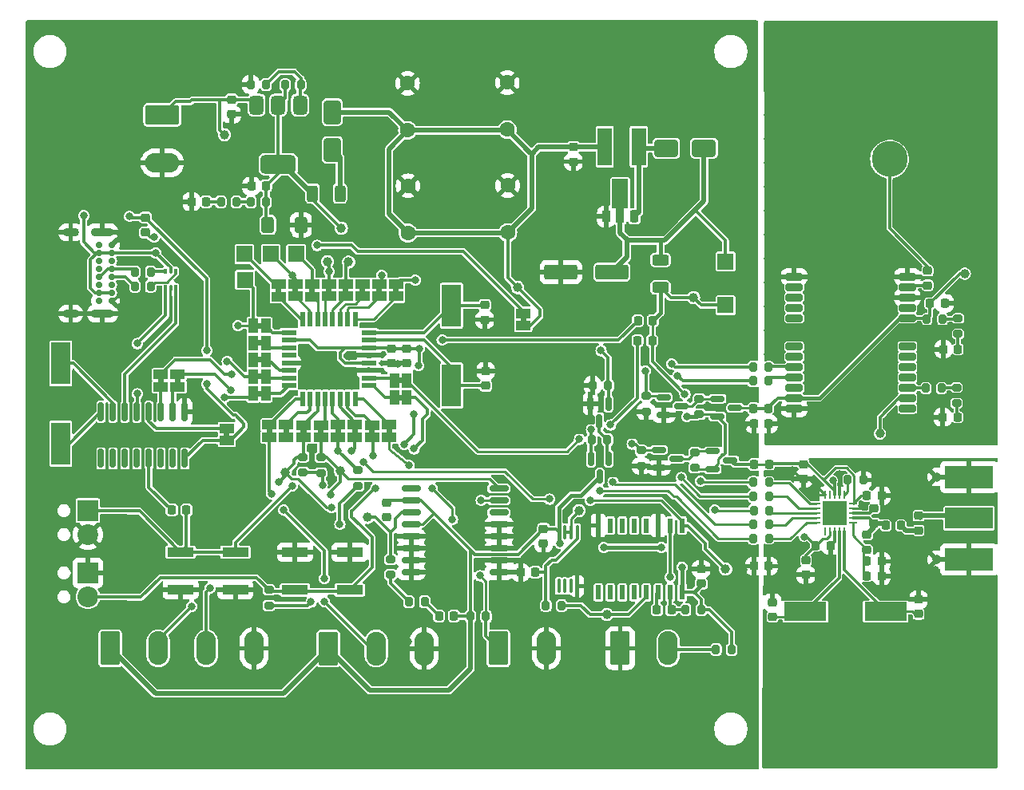
<source format=gbr>
%TF.GenerationSoftware,KiCad,Pcbnew,8.0.1*%
%TF.CreationDate,2024-11-10T18:35:02+01:00*%
%TF.ProjectId,Weather,57656174-6865-4722-9e6b-696361645f70,1.0*%
%TF.SameCoordinates,Original*%
%TF.FileFunction,Copper,L1,Top*%
%TF.FilePolarity,Positive*%
%FSLAX46Y46*%
G04 Gerber Fmt 4.6, Leading zero omitted, Abs format (unit mm)*
G04 Created by KiCad (PCBNEW 8.0.1) date 2024-11-10 18:35:02*
%MOMM*%
%LPD*%
G01*
G04 APERTURE LIST*
G04 Aperture macros list*
%AMRoundRect*
0 Rectangle with rounded corners*
0 $1 Rounding radius*
0 $2 $3 $4 $5 $6 $7 $8 $9 X,Y pos of 4 corners*
0 Add a 4 corners polygon primitive as box body*
4,1,4,$2,$3,$4,$5,$6,$7,$8,$9,$2,$3,0*
0 Add four circle primitives for the rounded corners*
1,1,$1+$1,$2,$3*
1,1,$1+$1,$4,$5*
1,1,$1+$1,$6,$7*
1,1,$1+$1,$8,$9*
0 Add four rect primitives between the rounded corners*
20,1,$1+$1,$2,$3,$4,$5,0*
20,1,$1+$1,$4,$5,$6,$7,0*
20,1,$1+$1,$6,$7,$8,$9,0*
20,1,$1+$1,$8,$9,$2,$3,0*%
%AMFreePoly0*
4,1,9,3.862500,-0.866500,0.737500,-0.866500,0.737500,-0.450000,-0.737500,-0.450000,-0.737500,0.450000,0.737500,0.450000,0.737500,0.866500,3.862500,0.866500,3.862500,-0.866500,3.862500,-0.866500,$1*%
G04 Aperture macros list end*
%TA.AperFunction,EtchedComponent*%
%ADD10C,0.000000*%
%TD*%
%TA.AperFunction,ComponentPad*%
%ADD11R,2.200000X2.200000*%
%TD*%
%TA.AperFunction,ComponentPad*%
%ADD12C,2.200000*%
%TD*%
%TA.AperFunction,SMDPad,CuDef*%
%ADD13R,1.500000X1.000000*%
%TD*%
%TA.AperFunction,ComponentPad*%
%ADD14R,1.700000X1.700000*%
%TD*%
%TA.AperFunction,SMDPad,CuDef*%
%ADD15RoundRect,0.200000X0.200000X0.275000X-0.200000X0.275000X-0.200000X-0.275000X0.200000X-0.275000X0*%
%TD*%
%TA.AperFunction,SMDPad,CuDef*%
%ADD16C,1.000000*%
%TD*%
%TA.AperFunction,SMDPad,CuDef*%
%ADD17RoundRect,0.150000X-0.587500X-0.150000X0.587500X-0.150000X0.587500X0.150000X-0.587500X0.150000X0*%
%TD*%
%TA.AperFunction,SMDPad,CuDef*%
%ADD18RoundRect,0.225000X-0.250000X0.225000X-0.250000X-0.225000X0.250000X-0.225000X0.250000X0.225000X0*%
%TD*%
%TA.AperFunction,SMDPad,CuDef*%
%ADD19RoundRect,0.250000X1.000000X0.650000X-1.000000X0.650000X-1.000000X-0.650000X1.000000X-0.650000X0*%
%TD*%
%TA.AperFunction,SMDPad,CuDef*%
%ADD20RoundRect,0.218750X0.256250X-0.218750X0.256250X0.218750X-0.256250X0.218750X-0.256250X-0.218750X0*%
%TD*%
%TA.AperFunction,SMDPad,CuDef*%
%ADD21RoundRect,0.218750X-0.218750X-0.256250X0.218750X-0.256250X0.218750X0.256250X-0.218750X0.256250X0*%
%TD*%
%TA.AperFunction,ComponentPad*%
%ADD22RoundRect,0.249999X-0.790001X-1.550001X0.790001X-1.550001X0.790001X1.550001X-0.790001X1.550001X0*%
%TD*%
%TA.AperFunction,ComponentPad*%
%ADD23O,2.080000X3.600000*%
%TD*%
%TA.AperFunction,SMDPad,CuDef*%
%ADD24RoundRect,0.200000X0.275000X-0.200000X0.275000X0.200000X-0.275000X0.200000X-0.275000X-0.200000X0*%
%TD*%
%TA.AperFunction,SMDPad,CuDef*%
%ADD25R,1.000000X1.500000*%
%TD*%
%TA.AperFunction,SMDPad,CuDef*%
%ADD26RoundRect,0.200000X-0.200000X-0.275000X0.200000X-0.275000X0.200000X0.275000X-0.200000X0.275000X0*%
%TD*%
%TA.AperFunction,SMDPad,CuDef*%
%ADD27RoundRect,0.218750X0.218750X0.256250X-0.218750X0.256250X-0.218750X-0.256250X0.218750X-0.256250X0*%
%TD*%
%TA.AperFunction,SMDPad,CuDef*%
%ADD28RoundRect,0.225000X-0.225000X-0.250000X0.225000X-0.250000X0.225000X0.250000X-0.225000X0.250000X0*%
%TD*%
%TA.AperFunction,SMDPad,CuDef*%
%ADD29RoundRect,0.093750X0.093750X-0.156250X0.093750X0.156250X-0.093750X0.156250X-0.093750X-0.156250X0*%
%TD*%
%TA.AperFunction,SMDPad,CuDef*%
%ADD30RoundRect,0.075000X0.075000X-0.250000X0.075000X0.250000X-0.075000X0.250000X-0.075000X-0.250000X0*%
%TD*%
%TA.AperFunction,SMDPad,CuDef*%
%ADD31R,2.000000X4.500000*%
%TD*%
%TA.AperFunction,SMDPad,CuDef*%
%ADD32RoundRect,0.250000X1.500000X0.550000X-1.500000X0.550000X-1.500000X-0.550000X1.500000X-0.550000X0*%
%TD*%
%TA.AperFunction,SMDPad,CuDef*%
%ADD33RoundRect,0.150000X-0.150000X0.587500X-0.150000X-0.587500X0.150000X-0.587500X0.150000X0.587500X0*%
%TD*%
%TA.AperFunction,SMDPad,CuDef*%
%ADD34RoundRect,0.150000X-0.875000X-0.150000X0.875000X-0.150000X0.875000X0.150000X-0.875000X0.150000X0*%
%TD*%
%TA.AperFunction,SMDPad,CuDef*%
%ADD35R,2.800000X1.000000*%
%TD*%
%TA.AperFunction,SMDPad,CuDef*%
%ADD36R,1.500000X4.000000*%
%TD*%
%TA.AperFunction,SMDPad,CuDef*%
%ADD37RoundRect,0.225000X0.225000X0.250000X-0.225000X0.250000X-0.225000X-0.250000X0.225000X-0.250000X0*%
%TD*%
%TA.AperFunction,SMDPad,CuDef*%
%ADD38RoundRect,0.225000X0.250000X-0.225000X0.250000X0.225000X-0.250000X0.225000X-0.250000X-0.225000X0*%
%TD*%
%TA.AperFunction,SMDPad,CuDef*%
%ADD39RoundRect,0.200000X-0.275000X0.200000X-0.275000X-0.200000X0.275000X-0.200000X0.275000X0.200000X0*%
%TD*%
%TA.AperFunction,SMDPad,CuDef*%
%ADD40R,1.600000X0.550000*%
%TD*%
%TA.AperFunction,SMDPad,CuDef*%
%ADD41R,0.550000X1.600000*%
%TD*%
%TA.AperFunction,SMDPad,CuDef*%
%ADD42RoundRect,0.200000X0.700000X0.200000X-0.700000X0.200000X-0.700000X-0.200000X0.700000X-0.200000X0*%
%TD*%
%TA.AperFunction,SMDPad,CuDef*%
%ADD43RoundRect,0.375000X-0.375000X0.625000X-0.375000X-0.625000X0.375000X-0.625000X0.375000X0.625000X0*%
%TD*%
%TA.AperFunction,SMDPad,CuDef*%
%ADD44RoundRect,0.500000X-1.400000X0.500000X-1.400000X-0.500000X1.400000X-0.500000X1.400000X0.500000X0*%
%TD*%
%TA.AperFunction,ComponentPad*%
%ADD45C,1.600000*%
%TD*%
%TA.AperFunction,SMDPad,CuDef*%
%ADD46R,4.500000X2.000000*%
%TD*%
%TA.AperFunction,ComponentPad*%
%ADD47C,3.800000*%
%TD*%
%TA.AperFunction,SMDPad,CuDef*%
%ADD48RoundRect,0.250000X-0.650000X1.000000X-0.650000X-1.000000X0.650000X-1.000000X0.650000X1.000000X0*%
%TD*%
%TA.AperFunction,ComponentPad*%
%ADD49RoundRect,0.249999X-1.550001X0.790001X-1.550001X-0.790001X1.550001X-0.790001X1.550001X0.790001X0*%
%TD*%
%TA.AperFunction,ComponentPad*%
%ADD50O,3.600000X2.080000*%
%TD*%
%TA.AperFunction,SMDPad,CuDef*%
%ADD51RoundRect,0.100000X0.100000X-0.637500X0.100000X0.637500X-0.100000X0.637500X-0.100000X-0.637500X0*%
%TD*%
%TA.AperFunction,SMDPad,CuDef*%
%ADD52R,5.080000X2.290000*%
%TD*%
%TA.AperFunction,SMDPad,CuDef*%
%ADD53R,5.080000X2.420000*%
%TD*%
%TA.AperFunction,SMDPad,CuDef*%
%ADD54R,0.950000X0.460000*%
%TD*%
%TA.AperFunction,ComponentPad*%
%ADD55C,0.970000*%
%TD*%
%TA.AperFunction,SMDPad,CuDef*%
%ADD56RoundRect,0.062500X-0.350000X-0.062500X0.350000X-0.062500X0.350000X0.062500X-0.350000X0.062500X0*%
%TD*%
%TA.AperFunction,SMDPad,CuDef*%
%ADD57RoundRect,0.062500X-0.062500X-0.350000X0.062500X-0.350000X0.062500X0.350000X-0.062500X0.350000X0*%
%TD*%
%TA.AperFunction,HeatsinkPad*%
%ADD58R,2.500000X2.500000*%
%TD*%
%TA.AperFunction,SMDPad,CuDef*%
%ADD59RoundRect,0.250000X-0.312500X-0.625000X0.312500X-0.625000X0.312500X0.625000X-0.312500X0.625000X0*%
%TD*%
%TA.AperFunction,ComponentPad*%
%ADD60C,0.700000*%
%TD*%
%TA.AperFunction,ComponentPad*%
%ADD61O,2.400000X0.900000*%
%TD*%
%TA.AperFunction,ComponentPad*%
%ADD62O,1.700000X0.900000*%
%TD*%
%TA.AperFunction,SMDPad,CuDef*%
%ADD63RoundRect,0.250000X-0.625000X0.312500X-0.625000X-0.312500X0.625000X-0.312500X0.625000X0.312500X0*%
%TD*%
%TA.AperFunction,SMDPad,CuDef*%
%ADD64RoundRect,0.250000X-0.400000X-0.600000X0.400000X-0.600000X0.400000X0.600000X-0.400000X0.600000X0*%
%TD*%
%TA.AperFunction,SMDPad,CuDef*%
%ADD65R,0.600000X1.500000*%
%TD*%
%TA.AperFunction,SMDPad,CuDef*%
%ADD66RoundRect,0.150000X-0.150000X0.825000X-0.150000X-0.825000X0.150000X-0.825000X0.150000X0.825000X0*%
%TD*%
%TA.AperFunction,SMDPad,CuDef*%
%ADD67RoundRect,0.225000X0.225000X-0.425000X0.225000X0.425000X-0.225000X0.425000X-0.225000X-0.425000X0*%
%TD*%
%TA.AperFunction,SMDPad,CuDef*%
%ADD68FreePoly0,90.000000*%
%TD*%
%TA.AperFunction,ViaPad*%
%ADD69C,0.800000*%
%TD*%
%TA.AperFunction,Conductor*%
%ADD70C,0.250000*%
%TD*%
%TA.AperFunction,Conductor*%
%ADD71C,0.300000*%
%TD*%
%TA.AperFunction,Conductor*%
%ADD72C,0.540000*%
%TD*%
%TA.AperFunction,Conductor*%
%ADD73C,0.330000*%
%TD*%
%TA.AperFunction,Conductor*%
%ADD74C,0.400000*%
%TD*%
%TA.AperFunction,Conductor*%
%ADD75C,0.500000*%
%TD*%
G04 APERTURE END LIST*
D10*
%TA.AperFunction,EtchedComponent*%
%TO.C,J5*%
G36*
X73820600Y-90372000D02*
G01*
X73220600Y-90372000D01*
X73220600Y-89872000D01*
X73820600Y-89872000D01*
X73820600Y-90372000D01*
G37*
%TD.AperFunction*%
%TA.AperFunction,EtchedComponent*%
%TO.C,J3*%
G36*
X77376600Y-90351200D02*
G01*
X76776600Y-90351200D01*
X76776600Y-89851200D01*
X77376600Y-89851200D01*
X77376600Y-90351200D01*
G37*
%TD.AperFunction*%
%TA.AperFunction,EtchedComponent*%
%TO.C,J2*%
G36*
X68182600Y-97777600D02*
G01*
X67682600Y-97777600D01*
X67682600Y-97177600D01*
X68182600Y-97177600D01*
X68182600Y-97777600D01*
G37*
%TD.AperFunction*%
%TA.AperFunction,EtchedComponent*%
%TO.C,J4*%
G36*
X75598600Y-90351200D02*
G01*
X74998600Y-90351200D01*
X74998600Y-89851200D01*
X75598600Y-89851200D01*
X75598600Y-90351200D01*
G37*
%TD.AperFunction*%
%TA.AperFunction,EtchedComponent*%
%TO.C,J7*%
G36*
X70264600Y-90372000D02*
G01*
X69664600Y-90372000D01*
X69664600Y-89872000D01*
X70264600Y-89872000D01*
X70264600Y-90372000D01*
G37*
%TD.AperFunction*%
%TA.AperFunction,EtchedComponent*%
%TO.C,J8*%
G36*
X68193000Y-94170800D02*
G01*
X67693000Y-94170800D01*
X67693000Y-93570800D01*
X68193000Y-93570800D01*
X68193000Y-94170800D01*
G37*
%TD.AperFunction*%
%TA.AperFunction,EtchedComponent*%
%TO.C,J22*%
G36*
X80932600Y-90361600D02*
G01*
X80332600Y-90361600D01*
X80332600Y-89861600D01*
X80932600Y-89861600D01*
X80932600Y-90361600D01*
G37*
%TD.AperFunction*%
%TA.AperFunction,EtchedComponent*%
%TO.C,J16*%
G36*
X78341800Y-105286400D02*
G01*
X77741800Y-105286400D01*
X77741800Y-104786400D01*
X78341800Y-104786400D01*
X78341800Y-105286400D01*
G37*
%TD.AperFunction*%
%TA.AperFunction,EtchedComponent*%
%TO.C,J11*%
G36*
X69299400Y-105286400D02*
G01*
X68699400Y-105286400D01*
X68699400Y-104786400D01*
X69299400Y-104786400D01*
X69299400Y-105286400D01*
G37*
%TD.AperFunction*%
%TA.AperFunction,EtchedComponent*%
%TO.C,J12*%
G36*
X71077400Y-105286400D02*
G01*
X70477400Y-105286400D01*
X70477400Y-104786400D01*
X71077400Y-104786400D01*
X71077400Y-105286400D01*
G37*
%TD.AperFunction*%
%TA.AperFunction,EtchedComponent*%
%TO.C,J13*%
G36*
X72906200Y-105307200D02*
G01*
X72306200Y-105307200D01*
X72306200Y-104807200D01*
X72906200Y-104807200D01*
X72906200Y-105307200D01*
G37*
%TD.AperFunction*%
%TA.AperFunction,EtchedComponent*%
%TO.C,J19*%
G36*
X83117800Y-101790800D02*
G01*
X82617800Y-101790800D01*
X82617800Y-101190800D01*
X83117800Y-101190800D01*
X83117800Y-101790800D01*
G37*
%TD.AperFunction*%
%TA.AperFunction,EtchedComponent*%
%TO.C,J10*%
G36*
X68193000Y-101384400D02*
G01*
X67693000Y-101384400D01*
X67693000Y-100784400D01*
X68193000Y-100784400D01*
X68193000Y-101384400D01*
G37*
%TD.AperFunction*%
%TA.AperFunction,EtchedComponent*%
%TO.C,J15*%
G36*
X76563800Y-105286400D02*
G01*
X75963800Y-105286400D01*
X75963800Y-104786400D01*
X76563800Y-104786400D01*
X76563800Y-105286400D01*
G37*
%TD.AperFunction*%
%TA.AperFunction,EtchedComponent*%
%TO.C,J40*%
G36*
X64765200Y-105660000D02*
G01*
X64165200Y-105660000D01*
X64165200Y-105160000D01*
X64765200Y-105160000D01*
X64765200Y-105660000D01*
G37*
%TD.AperFunction*%
%TA.AperFunction,EtchedComponent*%
%TO.C,J28*%
G36*
X59563000Y-99958400D02*
G01*
X58963000Y-99958400D01*
X58963000Y-99458400D01*
X59563000Y-99458400D01*
X59563000Y-99958400D01*
G37*
%TD.AperFunction*%
%TA.AperFunction,EtchedComponent*%
%TO.C,J9*%
G36*
X68182600Y-99555600D02*
G01*
X67682600Y-99555600D01*
X67682600Y-98955600D01*
X68182600Y-98955600D01*
X68182600Y-99555600D01*
G37*
%TD.AperFunction*%
%TA.AperFunction,EtchedComponent*%
%TO.C,J17*%
G36*
X80170600Y-105296800D02*
G01*
X79570600Y-105296800D01*
X79570600Y-104796800D01*
X80170600Y-104796800D01*
X80170600Y-105296800D01*
G37*
%TD.AperFunction*%
%TA.AperFunction,EtchedComponent*%
%TO.C,J14*%
G36*
X74735000Y-105296800D02*
G01*
X74135000Y-105296800D01*
X74135000Y-104796800D01*
X74735000Y-104796800D01*
X74735000Y-105296800D01*
G37*
%TD.AperFunction*%
%TA.AperFunction,EtchedComponent*%
%TO.C,J34*%
G36*
X57785000Y-99937600D02*
G01*
X57185000Y-99937600D01*
X57185000Y-99437600D01*
X57785000Y-99437600D01*
X57785000Y-99937600D01*
G37*
%TD.AperFunction*%
%TA.AperFunction,EtchedComponent*%
%TO.C,J18*%
G36*
X81999400Y-105286400D02*
G01*
X81399400Y-105286400D01*
X81399400Y-104786400D01*
X81999400Y-104786400D01*
X81999400Y-105286400D01*
G37*
%TD.AperFunction*%
%TA.AperFunction,EtchedComponent*%
%TO.C,J39*%
G36*
X96210400Y-93457600D02*
G01*
X95610400Y-93457600D01*
X95610400Y-92957600D01*
X96210400Y-92957600D01*
X96210400Y-93457600D01*
G37*
%TD.AperFunction*%
%TA.AperFunction,EtchedComponent*%
%TO.C,J1*%
G36*
X68182600Y-95999600D02*
G01*
X67682600Y-95999600D01*
X67682600Y-95399600D01*
X68182600Y-95399600D01*
X68182600Y-95999600D01*
G37*
%TD.AperFunction*%
%TA.AperFunction,EtchedComponent*%
%TO.C,J6*%
G36*
X72042600Y-90361600D02*
G01*
X71442600Y-90361600D01*
X71442600Y-89861600D01*
X72042600Y-89861600D01*
X72042600Y-90361600D01*
G37*
%TD.AperFunction*%
%TA.AperFunction,EtchedComponent*%
%TO.C,J23*%
G36*
X82710600Y-90361600D02*
G01*
X82110600Y-90361600D01*
X82110600Y-89861600D01*
X82710600Y-89861600D01*
X82710600Y-90361600D01*
G37*
%TD.AperFunction*%
%TA.AperFunction,EtchedComponent*%
%TO.C,J21*%
G36*
X79154600Y-90351200D02*
G01*
X78554600Y-90351200D01*
X78554600Y-89851200D01*
X79154600Y-89851200D01*
X79154600Y-90351200D01*
G37*
%TD.AperFunction*%
%TA.AperFunction,EtchedComponent*%
%TO.C,J20*%
G36*
X83128200Y-99962000D02*
G01*
X82628200Y-99962000D01*
X82628200Y-99362000D01*
X83128200Y-99362000D01*
X83128200Y-99962000D01*
G37*
%TD.AperFunction*%
%TD*%
D11*
%TO.P,J30,1,Pin_1*%
%TO.N,GND*%
X49750000Y-120085000D03*
D12*
%TO.P,J30,2,Pin_2*%
%TO.N,/MCU/PD3-D3-(INT1)~*%
X49750000Y-122625000D03*
%TD*%
D13*
%TO.P,J5,1,A*%
%TO.N,Net-(J5-A)*%
X73520600Y-90772000D03*
%TO.P,J5,2,B*%
%TO.N,/MCU/PB2-D10~*%
X73520600Y-89472000D03*
%TD*%
D14*
%TO.P,J37,1,Pin_1*%
%TO.N,/MCU/CLK*%
X66395600Y-89001600D03*
%TD*%
D15*
%TO.P,R5,1*%
%TO.N,Net-(U3A-Q)*%
X99948000Y-123545600D03*
%TO.P,R5,2*%
%TO.N,Net-(U2B-+)*%
X98298000Y-123545600D03*
%TD*%
D16*
%TO.P,T19,1,1*%
%TO.N,Net-(U9-D_SEL)*%
X133705600Y-105308400D03*
%TD*%
D17*
%TO.P,Q5,1,G*%
%TO.N,Net-(Q5-G)*%
X115969800Y-107188000D03*
%TO.P,Q5,2,S*%
%TO.N,/Power/+3.3V_RF*%
X115969800Y-109088000D03*
%TO.P,Q5,3,D*%
%TO.N,/NRF24/+3.3V*%
X117844800Y-108138000D03*
%TD*%
D18*
%TO.P,C3,1*%
%TO.N,/Interfaces/+3.3V*%
X98044000Y-115442400D03*
%TO.P,C3,2*%
%TO.N,GND*%
X98044000Y-116992400D03*
%TD*%
D19*
%TO.P,D6,1,K*%
%TO.N,/Power/+3.3V*%
X115061800Y-75024000D03*
%TO.P,D6,2,A*%
%TO.N,Net-(D6-A)*%
X111061800Y-75024000D03*
%TD*%
D20*
%TO.P,D9,1,K*%
%TO.N,Net-(D9-K)*%
X55854600Y-83972600D03*
%TO.P,D9,2,A*%
%TO.N,/Programming/+3.3V*%
X55854600Y-82397600D03*
%TD*%
D16*
%TO.P,T18,1,1*%
%TO.N,/Power/+3.3V_RF*%
X113944400Y-90881200D03*
%TD*%
D21*
%TO.P,L8,1,1*%
%TO.N,/GNSS/+3.3V*%
X120294000Y-102666800D03*
%TO.P,L8,2,2*%
X121869000Y-102666800D03*
%TD*%
D13*
%TO.P,J3,1,A*%
%TO.N,Net-(J3-A)*%
X77076600Y-90751200D03*
%TO.P,J3,2,B*%
%TO.N,/MCU/PB0*%
X77076600Y-89451200D03*
%TD*%
D22*
%TO.P,J32,1,Pin_1*%
%TO.N,/Interfaces/Water_Level*%
X93268800Y-128099300D03*
D23*
%TO.P,J32,2,Pin_2*%
%TO.N,GND*%
X98348800Y-128099300D03*
%TD*%
D24*
%TO.P,R33,1*%
%TO.N,/+3.3V_MCU*%
X68935600Y-123545600D03*
%TO.P,R33,2*%
%TO.N,/MCU/PD3-D3-(INT1)~*%
X68935600Y-121895600D03*
%TD*%
D25*
%TO.P,J2,1,A*%
%TO.N,/MCU/A7*%
X67282600Y-97477600D03*
%TO.P,J2,2,B*%
%TO.N,Net-(J2-B)*%
X68582600Y-97477600D03*
%TD*%
D13*
%TO.P,J4,1,A*%
%TO.N,Net-(J4-A)*%
X75298600Y-90751200D03*
%TO.P,J4,2,B*%
%TO.N,/GNSS/GNSS_RX*%
X75298600Y-89451200D03*
%TD*%
D26*
%TO.P,R12,1*%
%TO.N,/MCU/PB2-D10~*%
X120307500Y-111963200D03*
%TO.P,R12,2*%
%TO.N,Net-(U8-CSN)*%
X121957500Y-111963200D03*
%TD*%
D13*
%TO.P,J7,1,A*%
%TO.N,Net-(J7-A)*%
X69964600Y-90772000D03*
%TO.P,J7,2,B*%
%TO.N,/MCU/MISO*%
X69964600Y-89472000D03*
%TD*%
D27*
%TO.P,L7,1,1*%
%TO.N,/Power/+3.3V_RF*%
X109626600Y-93319600D03*
%TO.P,L7,2,2*%
%TO.N,/MCU/+VCC*%
X108051600Y-93319600D03*
%TD*%
D28*
%TO.P,C23,1*%
%TO.N,Net-(U8-VDD_PA)*%
X132334000Y-118872000D03*
%TO.P,C23,2*%
%TO.N,GND_RF*%
X133884000Y-118872000D03*
%TD*%
D25*
%TO.P,J8,1,A*%
%TO.N,Net-(J8-A)*%
X68593000Y-93870800D03*
%TO.P,J8,2,B*%
%TO.N,/MCU/CLK*%
X67293000Y-93870800D03*
%TD*%
D26*
%TO.P,R21,1*%
%TO.N,/Interfaces/+3.3V*%
X90298000Y-124714000D03*
%TO.P,R21,2*%
%TO.N,/Interfaces/Water_Level*%
X91948000Y-124714000D03*
%TD*%
D18*
%TO.P,C19,1*%
%TO.N,/NRF24/+3.3V*%
X125600000Y-108550000D03*
%TO.P,C19,2*%
%TO.N,GND_RF*%
X125600000Y-110100000D03*
%TD*%
D17*
%TO.P,Q1,1,G*%
%TO.N,Net-(Q1-G)*%
X116489200Y-101615200D03*
%TO.P,Q1,2,S*%
%TO.N,/Power/+3.3V_RF*%
X116489200Y-103515200D03*
%TO.P,Q1,3,D*%
%TO.N,/GNSS/+3.3V*%
X118364200Y-102565200D03*
%TD*%
D29*
%TO.P,U10,1,I/O1*%
%TO.N,/Programming/D+*%
X57975000Y-89780090D03*
D30*
%TO.P,U10,2,GND*%
%TO.N,GND*%
X58512500Y-89855090D03*
D29*
%TO.P,U10,3,I/O2*%
%TO.N,/Programming/D-*%
X59050000Y-89780090D03*
%TO.P,U10,4,I/O2*%
%TO.N,Net-(R28-Pad2)*%
X59050000Y-88080090D03*
D30*
%TO.P,U10,5,VBUS*%
%TO.N,/+5V_USB*%
X58512500Y-88005090D03*
D29*
%TO.P,U10,6,I/O1*%
%TO.N,Net-(R29-Pad2)*%
X57975000Y-88080090D03*
%TD*%
D28*
%TO.P,C22,1*%
%TO.N,/NRF24/+3.3V*%
X132325000Y-111900000D03*
%TO.P,C22,2*%
%TO.N,GND_RF*%
X133875000Y-111900000D03*
%TD*%
D31*
%TO.P,Y3,1,1*%
%TO.N,Net-(U11-XI)*%
X46875000Y-97875000D03*
%TO.P,Y3,2,2*%
%TO.N,Net-(U11-XO)*%
X46875000Y-106375000D03*
%TD*%
D32*
%TO.P,C18,1*%
%TO.N,/Power/+3.3V*%
X105285800Y-88181200D03*
%TO.P,C18,2*%
%TO.N,GND*%
X99885800Y-88181200D03*
%TD*%
D33*
%TO.P,Q3,1,G*%
%TO.N,Net-(Q3-G)*%
X104965600Y-107977600D03*
%TO.P,Q3,2,S*%
%TO.N,/Power/+3.3V_Sensors*%
X103065600Y-107977600D03*
%TO.P,Q3,3,D*%
%TO.N,/Interfaces/+3.3V*%
X104015600Y-109852600D03*
%TD*%
D26*
%TO.P,R29,1*%
%TO.N,Net-(J29-D+-PadA6)*%
X54750200Y-88154490D03*
%TO.P,R29,2*%
%TO.N,Net-(R29-Pad2)*%
X56400200Y-88154490D03*
%TD*%
D14*
%TO.P,J41,1,Pin_1*%
%TO.N,/Power/+3.3V*%
X117348000Y-87044000D03*
%TD*%
D34*
%TO.P,U13,1,32KHZ*%
%TO.N,unconnected-(U13-32KHZ-Pad1)*%
X84019600Y-111150400D03*
%TO.P,U13,2,VCC*%
%TO.N,/Interfaces/+3.3V*%
X84019600Y-112420400D03*
%TO.P,U13,3,~{INT}/SQW*%
%TO.N,Net-(U13-~{INT}{slash}SQW)*%
X84019600Y-113690400D03*
%TO.P,U13,4,~{RST}*%
%TO.N,/Interfaces/+3.3V*%
X84019600Y-114960400D03*
%TO.P,U13,5,GND*%
%TO.N,GND*%
X84019600Y-116230400D03*
%TO.P,U13,6,GND*%
X84019600Y-117500400D03*
%TO.P,U13,7,GND*%
X84019600Y-118770400D03*
%TO.P,U13,8,GND*%
X84019600Y-120040400D03*
%TO.P,U13,9,GND*%
X93319600Y-120040400D03*
%TO.P,U13,10,GND*%
X93319600Y-118770400D03*
%TO.P,U13,11,GND*%
X93319600Y-117500400D03*
%TO.P,U13,12,GND*%
X93319600Y-116230400D03*
%TO.P,U13,13,GND*%
X93319600Y-114960400D03*
%TO.P,U13,14,VBAT*%
%TO.N,unconnected-(U13-VBAT-Pad14)*%
X93319600Y-113690400D03*
%TO.P,U13,15,SDA*%
%TO.N,/MCU/SDA*%
X93319600Y-112420400D03*
%TO.P,U13,16,SCL*%
%TO.N,/MCU/SCL*%
X93319600Y-111150400D03*
%TD*%
D21*
%TO.P,D8,1,K*%
%TO.N,GND_GNSS*%
X140360200Y-103581200D03*
%TO.P,D8,2,A*%
%TO.N,Net-(D8-A)*%
X141935200Y-103581200D03*
%TD*%
D35*
%TO.P,SW1,1,A*%
%TO.N,GND*%
X65384000Y-121888000D03*
X59584000Y-121888000D03*
%TO.P,SW1,2,B*%
%TO.N,/RESET*%
X65384000Y-117888000D03*
X59584000Y-117888000D03*
%TD*%
D36*
%TO.P,L5,1,1*%
%TO.N,Net-(D5-K)*%
X104537400Y-74871600D03*
%TO.P,L5,2,2*%
%TO.N,Net-(D6-A)*%
X108137400Y-74871600D03*
%TD*%
D22*
%TO.P,J35,1,Pin_1*%
%TO.N,/Interfaces/+3.3V*%
X75234800Y-128117600D03*
D23*
%TO.P,J35,2,Pin_2*%
%TO.N,/Interfaces/Direction*%
X80314800Y-128117600D03*
%TO.P,J35,3,Pin_3*%
%TO.N,GND*%
X85394800Y-128117600D03*
%TD*%
D14*
%TO.P,J31,1,Pin_1*%
%TO.N,/MCU/MOSI*%
X69138800Y-86258400D03*
%TD*%
D37*
%TO.P,C4,1*%
%TO.N,Net-(U3A-RCext)*%
X111607600Y-124002800D03*
%TO.P,C4,2*%
%TO.N,Net-(U3A-Cext)*%
X110057600Y-124002800D03*
%TD*%
D38*
%TO.P,C17,1*%
%TO.N,GND*%
X101206600Y-76459400D03*
%TO.P,C17,2*%
%TO.N,Net-(D5-K)*%
X101206600Y-74909400D03*
%TD*%
D39*
%TO.P,R8,1*%
%TO.N,/Enable_RF*%
X108396000Y-107097600D03*
%TO.P,R8,2*%
%TO.N,GND*%
X108396000Y-108747600D03*
%TD*%
D40*
%TO.P,U1,1,PD3*%
%TO.N,Net-(J19-A)*%
X79542200Y-100209600D03*
%TO.P,U1,2,PD4*%
%TO.N,Net-(J20-A)*%
X79542200Y-99409600D03*
%TO.P,U1,3,GND*%
%TO.N,GND*%
X79542200Y-98609600D03*
%TO.P,U1,4,VCC*%
%TO.N,/MCU/+VCC*%
X79542200Y-97809600D03*
%TO.P,U1,5,GND*%
%TO.N,GND*%
X79542200Y-97009600D03*
%TO.P,U1,6,VCC*%
%TO.N,/MCU/+VCC*%
X79542200Y-96209600D03*
%TO.P,U1,7,XTAL1/PB6*%
%TO.N,/MCU/XTAL1{slash}PB6*%
X79542200Y-95409600D03*
%TO.P,U1,8,XTAL2/PB7*%
%TO.N,/MCU/XTAL2{slash}PB7*%
X79542200Y-94609600D03*
D41*
%TO.P,U1,9,PD5*%
%TO.N,Net-(J23-A)*%
X78092200Y-93159600D03*
%TO.P,U1,10,PD6*%
%TO.N,Net-(J22-A)*%
X77292200Y-93159600D03*
%TO.P,U1,11,PD7*%
%TO.N,Net-(J21-A)*%
X76492200Y-93159600D03*
%TO.P,U1,12,PB0*%
%TO.N,Net-(J3-A)*%
X75692200Y-93159600D03*
%TO.P,U1,13,PB1*%
%TO.N,Net-(J4-A)*%
X74892200Y-93159600D03*
%TO.P,U1,14,PB2*%
%TO.N,Net-(J5-A)*%
X74092200Y-93159600D03*
%TO.P,U1,15,PB3*%
%TO.N,Net-(J6-A)*%
X73292200Y-93159600D03*
%TO.P,U1,16,PB4*%
%TO.N,Net-(J7-A)*%
X72492200Y-93159600D03*
D40*
%TO.P,U1,17,PB5*%
%TO.N,Net-(J8-A)*%
X71042200Y-94609600D03*
%TO.P,U1,18,AVCC*%
%TO.N,/MCU/+VCC*%
X71042200Y-95409600D03*
%TO.P,U1,19,ADC6*%
%TO.N,Net-(J1-B)*%
X71042200Y-96209600D03*
%TO.P,U1,20,AREF*%
%TO.N,unconnected-(U1-AREF-Pad20)*%
X71042200Y-97009600D03*
%TO.P,U1,21,GND*%
%TO.N,GND*%
X71042200Y-97809600D03*
%TO.P,U1,22,ADC7*%
%TO.N,Net-(J2-B)*%
X71042200Y-98609600D03*
%TO.P,U1,23,PC0*%
%TO.N,Net-(J9-A)*%
X71042200Y-99409600D03*
%TO.P,U1,24,PC1*%
%TO.N,Net-(J10-A)*%
X71042200Y-100209600D03*
D41*
%TO.P,U1,25,PC2*%
%TO.N,Net-(J11-A)*%
X72492200Y-101659600D03*
%TO.P,U1,26,PC3*%
%TO.N,Net-(J12-A)*%
X73292200Y-101659600D03*
%TO.P,U1,27,PC4*%
%TO.N,Net-(J13-A)*%
X74092200Y-101659600D03*
%TO.P,U1,28,PC5*%
%TO.N,Net-(J14-A)*%
X74892200Y-101659600D03*
%TO.P,U1,29,~{RESET}/PC6*%
%TO.N,Net-(J15-A)*%
X75692200Y-101659600D03*
%TO.P,U1,30,PD0*%
%TO.N,Net-(J16-A)*%
X76492200Y-101659600D03*
%TO.P,U1,31,PD1*%
%TO.N,Net-(J17-A)*%
X77292200Y-101659600D03*
%TO.P,U1,32,PD2*%
%TO.N,Net-(J18-A)*%
X78092200Y-101659600D03*
%TD*%
D13*
%TO.P,J22,1,A*%
%TO.N,Net-(J22-A)*%
X80632600Y-90761600D03*
%TO.P,J22,2,B*%
%TO.N,/Enable_Sensors*%
X80632600Y-89461600D03*
%TD*%
D18*
%TO.P,C31,1*%
%TO.N,GND_RF*%
X122301000Y-123202400D03*
%TO.P,C31,2*%
%TO.N,/NRF24/XTAL1/XTAl_2*%
X122301000Y-124752400D03*
%TD*%
D26*
%TO.P,R10,1*%
%TO.N,/MCU/MOSI*%
X120295300Y-116433600D03*
%TO.P,R10,2*%
%TO.N,Net-(U8-MISO)*%
X121945300Y-116433600D03*
%TD*%
D13*
%TO.P,J16,1,A*%
%TO.N,Net-(J16-A)*%
X78041800Y-104386400D03*
%TO.P,J16,2,B*%
%TO.N,/MCU/RX*%
X78041800Y-105686400D03*
%TD*%
D26*
%TO.P,R16,1*%
%TO.N,GND*%
X66993800Y-68267600D03*
%TO.P,R16,2*%
%TO.N,Net-(U6-ADJ)*%
X68643800Y-68267600D03*
%TD*%
D24*
%TO.P,R27,1*%
%TO.N,Net-(D8-A)*%
X141833600Y-102081600D03*
%TO.P,R27,2*%
%TO.N,Net-(R26-Pad1)*%
X141833600Y-100431600D03*
%TD*%
D16*
%TO.P,T5,1,1*%
%TO.N,/MCU/SDA*%
X70675800Y-109415600D03*
%TD*%
D39*
%TO.P,R35,1*%
%TO.N,/Enable_GNSS*%
X108915400Y-101321600D03*
%TO.P,R35,2*%
%TO.N,GND*%
X108915400Y-102971600D03*
%TD*%
D18*
%TO.P,C27,1*%
%TO.N,Net-(AE1-A)*%
X138740400Y-88033800D03*
%TO.P,C27,2*%
%TO.N,Net-(U9-RF_IN)*%
X138740400Y-89583800D03*
%TD*%
D42*
%TO.P,U9,1,~{SAFEBOOT}*%
%TO.N,unconnected-(U9-~{SAFEBOOT}-Pad1)*%
X136612400Y-102666800D03*
%TO.P,U9,2,D_SEL*%
%TO.N,Net-(U9-D_SEL)*%
X136612400Y-101566800D03*
%TO.P,U9,3,TIMEPULSE*%
%TO.N,Net-(U9-TIMEPULSE)*%
X136612400Y-100466800D03*
%TO.P,U9,4,EXTINT*%
%TO.N,unconnected-(U9-EXTINT-Pad4)*%
X136612400Y-99366800D03*
%TO.P,U9,5,USB_DM*%
%TO.N,unconnected-(U9-USB_DM-Pad5)*%
X136612400Y-98266800D03*
%TO.P,U9,6,USB_DP*%
%TO.N,unconnected-(U9-USB_DP-Pad6)*%
X136612400Y-97166800D03*
%TO.P,U9,7,VDD_USB*%
%TO.N,unconnected-(U9-VDD_USB-Pad7)*%
X136612400Y-96066800D03*
%TO.P,U9,8,~{RESET}*%
%TO.N,/GNSS/+3.3V*%
X136612400Y-93066800D03*
%TO.P,U9,9,VCC_RF*%
%TO.N,unconnected-(U9-VCC_RF-Pad9)*%
X136612400Y-91966800D03*
%TO.P,U9,10,GND*%
%TO.N,GND_GNSS*%
X136612400Y-90866800D03*
%TO.P,U9,11,RF_IN*%
%TO.N,Net-(U9-RF_IN)*%
X136612400Y-89766800D03*
%TO.P,U9,12,GND*%
%TO.N,GND_GNSS*%
X136612400Y-88666800D03*
%TO.P,U9,13,GND*%
X124612400Y-88666800D03*
%TO.P,U9,14,RESERVED*%
%TO.N,unconnected-(U9-RESERVED-Pad14)*%
X124612400Y-89766800D03*
%TO.P,U9,15,RESERVED*%
%TO.N,unconnected-(U9-RESERVED-Pad15)*%
X124612400Y-90866800D03*
%TO.P,U9,16,RESERVED*%
%TO.N,unconnected-(U9-RESERVED-Pad16)*%
X124612400Y-91966800D03*
%TO.P,U9,17,RESERVED*%
%TO.N,unconnected-(U9-RESERVED-Pad17)*%
X124612400Y-93066800D03*
%TO.P,U9,18,SDA/~{SPI_CS}*%
%TO.N,unconnected-(U9-SDA{slash}~{SPI_CS}-Pad18)*%
X124612400Y-96066800D03*
%TO.P,U9,19,SCL/SPI_CLK*%
%TO.N,unconnected-(U9-SCL{slash}SPI_CLK-Pad19)*%
X124612400Y-97166800D03*
%TO.P,U9,20,TXD/SPI_MISO*%
%TO.N,Net-(U9-TXD{slash}SPI_MISO)*%
X124612400Y-98266800D03*
%TO.P,U9,21,RXD/SPI_MOSI*%
%TO.N,Net-(U9-RXD{slash}SPI_MOSI)*%
X124612400Y-99366800D03*
%TO.P,U9,22,V_BCKP*%
%TO.N,unconnected-(U9-V_BCKP-Pad22)*%
X124612400Y-100466800D03*
%TO.P,U9,23,VCC*%
%TO.N,/GNSS/+3.3V*%
X124612400Y-101566800D03*
%TO.P,U9,24,GND*%
%TO.N,GND_GNSS*%
X124612400Y-102666800D03*
%TD*%
D20*
%TO.P,L11,1,1*%
%TO.N,Net-(U8-ANT1)*%
X133096000Y-114833500D03*
%TO.P,L11,2,2*%
%TO.N,Net-(U8-ANT2)*%
X133096000Y-113258500D03*
%TD*%
D21*
%TO.P,L10,1,1*%
%TO.N,Net-(U8-ANT1)*%
X134340500Y-115062000D03*
%TO.P,L10,2,2*%
%TO.N,Net-(C25-Pad1)*%
X135915500Y-115062000D03*
%TD*%
D43*
%TO.P,U6,1,ADJ*%
%TO.N,Net-(U6-ADJ)*%
X72227800Y-70452000D03*
%TO.P,U6,2,VO*%
%TO.N,Net-(D4-K)*%
X69927800Y-70452000D03*
D44*
X69927800Y-76752000D03*
D43*
%TO.P,U6,3,VI*%
%TO.N,Net-(D1-K)*%
X67627800Y-70452000D03*
%TD*%
D13*
%TO.P,J11,1,A*%
%TO.N,Net-(J11-A)*%
X68999400Y-104386400D03*
%TO.P,J11,2,B*%
%TO.N,/Interfaces/Direction*%
X68999400Y-105686400D03*
%TD*%
D28*
%TO.P,C24,1*%
%TO.N,Net-(U8-VDD_PA)*%
X132334000Y-120422000D03*
%TO.P,C24,2*%
%TO.N,GND_RF*%
X133884000Y-120422000D03*
%TD*%
D13*
%TO.P,J12,1,A*%
%TO.N,Net-(J12-A)*%
X70777400Y-104386400D03*
%TO.P,J12,2,B*%
%TO.N,/MCU/PC3-A3*%
X70777400Y-105686400D03*
%TD*%
%TO.P,J13,1,A*%
%TO.N,Net-(J13-A)*%
X72606200Y-104407200D03*
%TO.P,J13,2,B*%
%TO.N,/MCU/SDA*%
X72606200Y-105707200D03*
%TD*%
D24*
%TO.P,R25,1*%
%TO.N,Net-(D7-A)*%
X141986000Y-94742000D03*
%TO.P,R25,2*%
%TO.N,Net-(R24-Pad1)*%
X141986000Y-93092000D03*
%TD*%
D15*
%TO.P,R37,1*%
%TO.N,/Enable_Sensors*%
X104900000Y-100200000D03*
%TO.P,R37,2*%
%TO.N,GND*%
X103250000Y-100200000D03*
%TD*%
D45*
%TO.P,C13,1*%
%TO.N,Net-(D5-K)*%
X94247000Y-83986400D03*
%TO.P,C13,2*%
%TO.N,GND*%
X94247000Y-78986400D03*
%TD*%
D24*
%TO.P,R2,1*%
%TO.N,/MCU/+VCC*%
X74435000Y-109490800D03*
%TO.P,R2,2*%
%TO.N,/MCU/SCL*%
X74435000Y-107840800D03*
%TD*%
D16*
%TO.P,T9,1,1*%
%TO.N,/MCU/PC3-A3*%
X117348000Y-119684800D03*
%TD*%
D25*
%TO.P,J19,1,A*%
%TO.N,Net-(J19-A)*%
X82217800Y-101490800D03*
%TO.P,J19,2,B*%
%TO.N,/MCU/PD3-D3-(INT1)~*%
X83517800Y-101490800D03*
%TD*%
D21*
%TO.P,D2,1,K*%
%TO.N,Net-(D2-K)*%
X86969600Y-124663200D03*
%TO.P,D2,2,A*%
%TO.N,/Interfaces/+3.3V*%
X88544600Y-124663200D03*
%TD*%
D16*
%TO.P,T16,1,1*%
%TO.N,Net-(D4-K)*%
X76606400Y-83515200D03*
%TD*%
D14*
%TO.P,J38,1,Pin_1*%
%TO.N,/MCU/PB2-D10~*%
X71831200Y-86258400D03*
%TD*%
D38*
%TO.P,C5,1*%
%TO.N,/Interfaces/+3.3V*%
X114757200Y-121234800D03*
%TO.P,C5,2*%
%TO.N,GND*%
X114757200Y-119684800D03*
%TD*%
D21*
%TO.P,L3,1,1*%
%TO.N,GND*%
X120345000Y-104292400D03*
%TO.P,L3,2,2*%
%TO.N,GND_GNSS*%
X121920000Y-104292400D03*
%TD*%
D16*
%TO.P,T11,1,1*%
%TO.N,Net-(U2B--)*%
X101803200Y-113487200D03*
%TD*%
D46*
%TO.P,Y1,1,1*%
%TO.N,/NRF24/XTAL1/XTAl_2*%
X125798000Y-124206000D03*
%TO.P,Y1,2,2*%
%TO.N,/NRF24/XTAL1/XTAl_1*%
X134298000Y-124206000D03*
%TD*%
D18*
%TO.P,C7,1*%
%TO.N,GND_RF*%
X137795000Y-122910000D03*
%TO.P,C7,2*%
%TO.N,/NRF24/XTAL1/XTAl_1*%
X137795000Y-124460000D03*
%TD*%
D47*
%TO.P,AE1,1,A*%
%TO.N,Net-(AE1-A)*%
X134721600Y-76200000D03*
%TD*%
D45*
%TO.P,C14,1*%
%TO.N,Net-(D5-K)*%
X83680600Y-84026400D03*
%TO.P,C14,2*%
%TO.N,GND*%
X83680600Y-79026400D03*
%TD*%
D24*
%TO.P,R1,1*%
%TO.N,/MCU/+VCC*%
X72555400Y-109440000D03*
%TO.P,R1,2*%
%TO.N,/MCU/SDA*%
X72555400Y-107790000D03*
%TD*%
D21*
%TO.P,D7,1,K*%
%TO.N,GND_GNSS*%
X140411000Y-96367600D03*
%TO.P,D7,2,A*%
%TO.N,Net-(D7-A)*%
X141986000Y-96367600D03*
%TD*%
D28*
%TO.P,C20,1*%
%TO.N,/NRF24/+3.3V*%
X126900000Y-117200000D03*
%TO.P,C20,2*%
%TO.N,GND_RF*%
X128450000Y-117200000D03*
%TD*%
D48*
%TO.P,D5,1,K*%
%TO.N,Net-(D5-K)*%
X75654200Y-71214000D03*
%TO.P,D5,2,A*%
%TO.N,Net-(D5-A)*%
X75654200Y-75214000D03*
%TD*%
D26*
%TO.P,R23,1*%
%TO.N,/GNSS/GNSS_RX*%
X120243400Y-99720400D03*
%TO.P,R23,2*%
%TO.N,Net-(U9-RXD{slash}SPI_MOSI)*%
X121893400Y-99720400D03*
%TD*%
D24*
%TO.P,R15,1*%
%TO.N,/+3.3V_MCU*%
X78350000Y-110850000D03*
%TO.P,R15,2*%
%TO.N,/RESET*%
X78350000Y-109200000D03*
%TD*%
D15*
%TO.P,R3,1*%
%TO.N,/Interfaces/+3.3V*%
X117982000Y-128219200D03*
%TO.P,R3,2*%
%TO.N,Net-(J24-Pin_2)*%
X116332000Y-128219200D03*
%TD*%
D35*
%TO.P,SW2,1,A*%
%TO.N,GND*%
X71700000Y-117900000D03*
X77500000Y-117900000D03*
%TO.P,SW2,2,B*%
%TO.N,/MCU/PD3-D3-(INT1)~*%
X71700000Y-121900000D03*
X77500000Y-121900000D03*
%TD*%
D39*
%TO.P,R13,1*%
%TO.N,Net-(U13-~{INT}{slash}SQW)*%
X81838800Y-118644400D03*
%TO.P,R13,2*%
%TO.N,Net-(R13-Pad2)*%
X81838800Y-120294400D03*
%TD*%
D25*
%TO.P,J10,1,A*%
%TO.N,Net-(J10-A)*%
X68593000Y-101084400D03*
%TO.P,J10,2,B*%
%TO.N,/MCU/PC1-A1*%
X67293000Y-101084400D03*
%TD*%
D31*
%TO.P,Y2,1,1*%
%TO.N,/MCU/XTAL2{slash}PB7*%
X88303400Y-91720800D03*
%TO.P,Y2,2,2*%
%TO.N,/MCU/XTAL1{slash}PB6*%
X88303400Y-100220800D03*
%TD*%
D28*
%TO.P,C12,1*%
%TO.N,GND*%
X67069000Y-79037200D03*
%TO.P,C12,2*%
%TO.N,Net-(D4-K)*%
X68619000Y-79037200D03*
%TD*%
D18*
%TO.P,C8,1*%
%TO.N,/Interfaces/+3.3V*%
X81432400Y-112610600D03*
%TO.P,C8,2*%
%TO.N,GND*%
X81432400Y-114160600D03*
%TD*%
D17*
%TO.P,Q2,1,G*%
%TO.N,/Enable_GNSS*%
X110799600Y-101462800D03*
%TO.P,Q2,2,S*%
%TO.N,GND*%
X110799600Y-103362800D03*
%TO.P,Q2,3,D*%
%TO.N,Net-(Q1-G)*%
X112674600Y-102412800D03*
%TD*%
D26*
%TO.P,R11,1*%
%TO.N,/MCU/CLK*%
X120319700Y-113487200D03*
%TO.P,R11,2*%
%TO.N,Net-(U8-SCK)*%
X121969700Y-113487200D03*
%TD*%
D14*
%TO.P,J42,1,Pin_1*%
%TO.N,/Power/+3.3V_RF*%
X117348000Y-91694000D03*
%TD*%
D13*
%TO.P,J15,1,A*%
%TO.N,Net-(J15-A)*%
X76263800Y-104386400D03*
%TO.P,J15,2,B*%
%TO.N,/RESET*%
X76263800Y-105686400D03*
%TD*%
D38*
%TO.P,C1,1*%
%TO.N,GND*%
X81953400Y-97846200D03*
%TO.P,C1,2*%
%TO.N,/MCU/+VCC*%
X81953400Y-96296200D03*
%TD*%
D20*
%TO.P,L1,1,1*%
%TO.N,Net-(U8-VDD_PA)*%
X132334000Y-117627500D03*
%TO.P,L1,2,2*%
%TO.N,Net-(U8-ANT1)*%
X132334000Y-116052500D03*
%TD*%
D26*
%TO.P,R22,1*%
%TO.N,/MCU/PB0*%
X120269800Y-98247200D03*
%TO.P,R22,2*%
%TO.N,Net-(U9-TXD{slash}SPI_MISO)*%
X121919800Y-98247200D03*
%TD*%
D13*
%TO.P,J40,1,A*%
%TO.N,Net-(J40-A)*%
X64465200Y-104760000D03*
%TO.P,J40,2,B*%
%TO.N,/Programming/+3.3V*%
X64465200Y-106060000D03*
%TD*%
%TO.P,J28,1,A*%
%TO.N,Net-(J28-A)*%
X59263000Y-100358400D03*
%TO.P,J28,2,B*%
%TO.N,/MCU/RX*%
X59263000Y-99058400D03*
%TD*%
D25*
%TO.P,J9,1,A*%
%TO.N,Net-(J9-A)*%
X68582600Y-99255600D03*
%TO.P,J9,2,B*%
%TO.N,/MCU/PC0-A0*%
X67282600Y-99255600D03*
%TD*%
D16*
%TO.P,T15,1,1*%
%TO.N,Net-(D1-K)*%
X64224200Y-73601600D03*
%TD*%
D27*
%TO.P,L9,1,1*%
%TO.N,/NRF24/+3.3V*%
X121971000Y-108585000D03*
%TO.P,L9,2,2*%
X120396000Y-108585000D03*
%TD*%
D16*
%TO.P,T4,1,1*%
%TO.N,/MCU/SCL*%
X76517800Y-109263200D03*
%TD*%
D38*
%TO.P,C11,1*%
%TO.N,GND*%
X64986200Y-71443200D03*
%TO.P,C11,2*%
%TO.N,Net-(D1-K)*%
X64986200Y-69893200D03*
%TD*%
D26*
%TO.P,R9,1*%
%TO.N,/MCU/MISO*%
X120295300Y-114960400D03*
%TO.P,R9,2*%
%TO.N,Net-(U8-MOSI)*%
X121945300Y-114960400D03*
%TD*%
D22*
%TO.P,J33,1,Pin_1*%
%TO.N,/Interfaces/+3.3V*%
X52120800Y-128099300D03*
D23*
%TO.P,J33,2,Pin_2*%
%TO.N,/MCU/SCL*%
X57200800Y-128099300D03*
%TO.P,J33,3,Pin_3*%
%TO.N,/MCU/SDA*%
X62280800Y-128099300D03*
%TO.P,J33,4,Pin_4*%
%TO.N,GND*%
X67360800Y-128099300D03*
%TD*%
D27*
%TO.P,L6,1,1*%
%TO.N,/Power/+3.3V_RF*%
X109575800Y-95453200D03*
%TO.P,L6,2,2*%
%TO.N,/Power/+3.3V_Sensors*%
X108000800Y-95453200D03*
%TD*%
D15*
%TO.P,R36,1*%
%TO.N,Net-(Q3-G)*%
X104815600Y-105952600D03*
%TO.P,R36,2*%
%TO.N,/Power/+3.3V_Sensors*%
X103165600Y-105952600D03*
%TD*%
D49*
%TO.P,J26,1,Pin_1*%
%TO.N,Net-(D1-K)*%
X57627500Y-71510000D03*
D50*
%TO.P,J26,2,Pin_2*%
%TO.N,GND*%
X57627500Y-76590000D03*
%TD*%
D51*
%TO.P,U2,1*%
%TO.N,N/C*%
X99659800Y-121480500D03*
%TO.P,U2,2*%
X100309800Y-121480500D03*
%TO.P,U2,3*%
X100959800Y-121480500D03*
%TO.P,U2,4,V-*%
%TO.N,GND*%
X101609800Y-121480500D03*
%TO.P,U2,5,+*%
%TO.N,Net-(U2B-+)*%
X101609800Y-115755500D03*
%TO.P,U2,6,-*%
%TO.N,Net-(U2B--)*%
X100959800Y-115755500D03*
%TO.P,U2,7*%
X100309800Y-115755500D03*
%TO.P,U2,8,V+*%
%TO.N,/Interfaces/+3.3V*%
X99659800Y-115755500D03*
%TD*%
D15*
%TO.P,R32,1*%
%TO.N,GND_RF*%
X131925000Y-110236000D03*
%TO.P,R32,2*%
%TO.N,Net-(U8-IREF)*%
X130275000Y-110236000D03*
%TD*%
D11*
%TO.P,J25,1,Pin_1*%
%TO.N,/RESET*%
X49750000Y-113481000D03*
D12*
%TO.P,J25,2,Pin_2*%
%TO.N,GND*%
X49750000Y-116021000D03*
%TD*%
D13*
%TO.P,J17,1,A*%
%TO.N,Net-(J17-A)*%
X79870600Y-104396800D03*
%TO.P,J17,2,B*%
%TO.N,/MCU/TX*%
X79870600Y-105696800D03*
%TD*%
D21*
%TO.P,L2,1,1*%
%TO.N,GND*%
X120345000Y-119380000D03*
%TO.P,L2,2,2*%
%TO.N,GND_RF*%
X121920000Y-119380000D03*
%TD*%
D18*
%TO.P,C21,1*%
%TO.N,/NRF24/+3.3V*%
X125850000Y-118750000D03*
%TO.P,C21,2*%
%TO.N,GND_RF*%
X125850000Y-120300000D03*
%TD*%
D15*
%TO.P,R17,1*%
%TO.N,Net-(U6-ADJ)*%
X72313600Y-68318400D03*
%TO.P,R17,2*%
%TO.N,Net-(D4-K)*%
X70663600Y-68318400D03*
%TD*%
D18*
%TO.P,C9,1*%
%TO.N,GND*%
X91910200Y-98670800D03*
%TO.P,C9,2*%
%TO.N,/MCU/XTAL1{slash}PB6*%
X91910200Y-100220800D03*
%TD*%
D13*
%TO.P,J14,1,A*%
%TO.N,Net-(J14-A)*%
X74435000Y-104396800D03*
%TO.P,J14,2,B*%
%TO.N,/MCU/SCL*%
X74435000Y-105696800D03*
%TD*%
%TO.P,J34,1,A*%
%TO.N,Net-(J34-A)*%
X57485000Y-100337600D03*
%TO.P,J34,2,B*%
%TO.N,/MCU/TX*%
X57485000Y-99037600D03*
%TD*%
D16*
%TO.P,T20,1,1*%
%TO.N,/GNSS/+3.3V*%
X142697200Y-88341200D03*
%TD*%
D33*
%TO.P,Q4,1,G*%
%TO.N,/Enable_Sensors*%
X104915600Y-102127600D03*
%TO.P,Q4,2,S*%
%TO.N,GND*%
X103015600Y-102127600D03*
%TO.P,Q4,3,D*%
%TO.N,Net-(Q3-G)*%
X103965600Y-104002600D03*
%TD*%
D13*
%TO.P,J18,1,A*%
%TO.N,Net-(J18-A)*%
X81699400Y-104386400D03*
%TO.P,J18,2,B*%
%TO.N,/Interfaces/Water_Level*%
X81699400Y-105686400D03*
%TD*%
D28*
%TO.P,C30,1*%
%TO.N,Net-(U11-~{DTR})*%
X58648000Y-113436400D03*
%TO.P,C30,2*%
%TO.N,/RESET*%
X60198000Y-113436400D03*
%TD*%
D13*
%TO.P,J39,1,A*%
%TO.N,Net-(D5-K)*%
X95910400Y-93857600D03*
%TO.P,J39,2,B*%
%TO.N,/MCU/PC0-A0*%
X95910400Y-92557600D03*
%TD*%
D39*
%TO.P,R34,1*%
%TO.N,Net-(Q1-G)*%
X114554200Y-101626400D03*
%TO.P,R34,2*%
%TO.N,/Power/+3.3V_RF*%
X114554200Y-103276400D03*
%TD*%
D15*
%TO.P,R14,1*%
%TO.N,Net-(D2-K)*%
X85445600Y-123139200D03*
%TO.P,R14,2*%
%TO.N,Net-(R13-Pad2)*%
X83795600Y-123139200D03*
%TD*%
D26*
%TO.P,R28,1*%
%TO.N,Net-(J29-D--PadA7)*%
X54750200Y-89678490D03*
%TO.P,R28,2*%
%TO.N,Net-(R28-Pad2)*%
X56400200Y-89678490D03*
%TD*%
D52*
%TO.P,J27,1,In*%
%TO.N,Net-(J27-In)*%
X143148400Y-114300000D03*
D53*
%TO.P,J27,2,Ext*%
%TO.N,GND_RF*%
X143148400Y-118680000D03*
X143148400Y-109920000D03*
D54*
X140158400Y-118680000D03*
X140158400Y-109920000D03*
D55*
X139708400Y-118680000D03*
X139708400Y-109920000D03*
%TD*%
D25*
%TO.P,J1,1,A*%
%TO.N,/MCU/A6*%
X67282600Y-95699600D03*
%TO.P,J1,2,B*%
%TO.N,Net-(J1-B)*%
X68582600Y-95699600D03*
%TD*%
D15*
%TO.P,R24,1*%
%TO.N,Net-(R24-Pad1)*%
X140334000Y-93167200D03*
%TO.P,R24,2*%
%TO.N,/GNSS/+3.3V*%
X138684000Y-93167200D03*
%TD*%
%TO.P,R4,1*%
%TO.N,/Interfaces/+3.3V*%
X114757200Y-124002800D03*
%TO.P,R4,2*%
%TO.N,Net-(U3A-RCext)*%
X113107200Y-124002800D03*
%TD*%
D56*
%TO.P,U8,1,CE*%
%TO.N,Net-(U8-CE)*%
X126949200Y-112757200D03*
%TO.P,U8,2,CSN*%
%TO.N,Net-(U8-CSN)*%
X126949200Y-113257200D03*
%TO.P,U8,3,SCK*%
%TO.N,Net-(U8-SCK)*%
X126949200Y-113757200D03*
%TO.P,U8,4,MOSI*%
%TO.N,Net-(U8-MOSI)*%
X126949200Y-114257200D03*
%TO.P,U8,5,MISO*%
%TO.N,Net-(U8-MISO)*%
X126949200Y-114757200D03*
D57*
%TO.P,U8,6,IRQ*%
%TO.N,unconnected-(U8-IRQ-Pad6)*%
X127886700Y-115694700D03*
%TO.P,U8,7,VDD*%
%TO.N,/NRF24/+3.3V*%
X128386700Y-115694700D03*
%TO.P,U8,8,VSS*%
%TO.N,GND_RF*%
X128886700Y-115694700D03*
%TO.P,U8,9,XC2*%
%TO.N,/NRF24/XTAL1/XTAl_2*%
X129386700Y-115694700D03*
%TO.P,U8,10,XC1*%
%TO.N,/NRF24/XTAL1/XTAl_1*%
X129886700Y-115694700D03*
D56*
%TO.P,U8,11,VDD_PA*%
%TO.N,Net-(U8-VDD_PA)*%
X130824200Y-114757200D03*
%TO.P,U8,12,ANT1*%
%TO.N,Net-(U8-ANT1)*%
X130824200Y-114257200D03*
%TO.P,U8,13,ANT2*%
%TO.N,Net-(U8-ANT2)*%
X130824200Y-113757200D03*
%TO.P,U8,14,VSS*%
%TO.N,GND_RF*%
X130824200Y-113257200D03*
%TO.P,U8,15,VDD*%
%TO.N,/NRF24/+3.3V*%
X130824200Y-112757200D03*
D57*
%TO.P,U8,16,IREF*%
%TO.N,Net-(U8-IREF)*%
X129886700Y-111819700D03*
%TO.P,U8,17,VSS*%
%TO.N,GND_RF*%
X129386700Y-111819700D03*
%TO.P,U8,18,VDD*%
%TO.N,/NRF24/+3.3V*%
X128886700Y-111819700D03*
%TO.P,U8,19,DVDD*%
%TO.N,unconnected-(U8-DVDD-Pad19)*%
X128386700Y-111819700D03*
%TO.P,U8,20,VSS*%
%TO.N,GND_RF*%
X127886700Y-111819700D03*
D58*
%TO.P,U8,21*%
%TO.N,N/C*%
X128886700Y-113757200D03*
%TD*%
D22*
%TO.P,J24,1,Pin_1*%
%TO.N,GND*%
X106172000Y-128099300D03*
D23*
%TO.P,J24,2,Pin_2*%
%TO.N,Net-(J24-Pin_2)*%
X111252000Y-128099300D03*
%TD*%
D45*
%TO.P,C15,1*%
%TO.N,Net-(D5-K)*%
X83629800Y-73144400D03*
%TO.P,C15,2*%
%TO.N,GND*%
X83629800Y-68144400D03*
%TD*%
D59*
%TO.P,R20,1*%
%TO.N,Net-(D4-K)*%
X73542000Y-79850000D03*
%TO.P,R20,2*%
%TO.N,Net-(D5-A)*%
X76467000Y-79850000D03*
%TD*%
D16*
%TO.P,T1,1,1*%
%TO.N,/MCU/PB0*%
X77381400Y-87114400D03*
%TD*%
D60*
%TO.P,J29,A1,GND*%
%TO.N,GND*%
X52285000Y-85285600D03*
%TO.P,J29,A4,VBUS*%
%TO.N,/+5V_USB*%
X52285000Y-86135600D03*
%TO.P,J29,A5,CC1*%
%TO.N,unconnected-(J29-CC1-PadA5)*%
X52285000Y-86985600D03*
%TO.P,J29,A6,D+*%
%TO.N,Net-(J29-D+-PadA6)*%
X52285000Y-87835600D03*
%TO.P,J29,A7,D-*%
%TO.N,Net-(J29-D--PadA7)*%
X52285000Y-88685600D03*
%TO.P,J29,A8,SBU1*%
%TO.N,unconnected-(J29-SBU1-PadA8)*%
X52285000Y-89535600D03*
%TO.P,J29,A9,VBUS*%
%TO.N,/+5V_USB*%
X52285000Y-90385600D03*
%TO.P,J29,A12,GND*%
%TO.N,GND*%
X52285000Y-91235600D03*
%TO.P,J29,B1,GND*%
X50935000Y-91235600D03*
%TO.P,J29,B4,VBUS*%
%TO.N,/+5V_USB*%
X50935000Y-90385600D03*
%TO.P,J29,B5,CC2*%
%TO.N,unconnected-(J29-CC2-PadB5)*%
X50935000Y-89535600D03*
%TO.P,J29,B6,D+*%
%TO.N,Net-(J29-D+-PadA6)*%
X50935000Y-88685600D03*
%TO.P,J29,B7,D-*%
%TO.N,Net-(J29-D--PadA7)*%
X50935000Y-87835600D03*
%TO.P,J29,B8,SBU2*%
%TO.N,unconnected-(J29-SBU2-PadB8)*%
X50935000Y-86985600D03*
%TO.P,J29,B9,VBUS*%
%TO.N,/+5V_USB*%
X50935000Y-86135600D03*
%TO.P,J29,B12,GND*%
%TO.N,GND*%
X50935000Y-85285600D03*
D61*
%TO.P,J29,S1,SHIELD*%
X51305000Y-83935600D03*
D62*
X47925000Y-83935600D03*
D61*
X51305000Y-92585600D03*
D62*
X47925000Y-92585600D03*
%TD*%
D13*
%TO.P,J6,1,A*%
%TO.N,Net-(J6-A)*%
X71742600Y-90761600D03*
%TO.P,J6,2,B*%
%TO.N,/MCU/MOSI*%
X71742600Y-89461600D03*
%TD*%
D16*
%TO.P,T14,1,1*%
%TO.N,Net-(U13-~{INT}{slash}SQW)*%
X79400400Y-114198400D03*
%TD*%
D39*
%TO.P,R7,1*%
%TO.N,Net-(Q5-G)*%
X114085600Y-107300800D03*
%TO.P,R7,2*%
%TO.N,/Power/+3.3V_RF*%
X114085600Y-108950800D03*
%TD*%
D26*
%TO.P,R19,1*%
%TO.N,Net-(D3-A)*%
X63844200Y-80713600D03*
%TO.P,R19,2*%
%TO.N,Net-(R18-Pad1)*%
X65494200Y-80713600D03*
%TD*%
%TO.P,R18,1*%
%TO.N,Net-(R18-Pad1)*%
X66993800Y-80713600D03*
%TO.P,R18,2*%
%TO.N,Net-(D4-K)*%
X68643800Y-80713600D03*
%TD*%
D21*
%TO.P,D3,1,K*%
%TO.N,GND*%
X60718800Y-80713600D03*
%TO.P,D3,2,A*%
%TO.N,Net-(D3-A)*%
X62293800Y-80713600D03*
%TD*%
D37*
%TO.P,C6,1*%
%TO.N,Net-(U2B-+)*%
X97155600Y-120040400D03*
%TO.P,C6,2*%
%TO.N,GND*%
X95605600Y-120040400D03*
%TD*%
D38*
%TO.P,C2,1*%
%TO.N,GND*%
X83528200Y-97820200D03*
%TO.P,C2,2*%
%TO.N,/MCU/+VCC*%
X83528200Y-96270200D03*
%TD*%
D63*
%TO.P,R6,1*%
%TO.N,/Power/+3.3V*%
X110452200Y-86881800D03*
%TO.P,R6,2*%
%TO.N,/Power/+3.3V_RF*%
X110452200Y-89806800D03*
%TD*%
D64*
%TO.P,D4,1,K*%
%TO.N,Net-(D4-K)*%
X68834000Y-83159600D03*
%TO.P,D4,2,A*%
%TO.N,GND*%
X72334000Y-83159600D03*
%TD*%
D13*
%TO.P,J23,1,A*%
%TO.N,Net-(J23-A)*%
X82410600Y-90761600D03*
%TO.P,J23,2,B*%
%TO.N,/Enable_GNSS*%
X82410600Y-89461600D03*
%TD*%
D17*
%TO.P,Q6,1,G*%
%TO.N,/Enable_RF*%
X110280200Y-107035600D03*
%TO.P,Q6,2,S*%
%TO.N,GND*%
X110280200Y-108935600D03*
%TO.P,Q6,3,D*%
%TO.N,Net-(Q5-G)*%
X112155200Y-107985600D03*
%TD*%
D45*
%TO.P,C16,1*%
%TO.N,Net-(D5-K)*%
X94196200Y-73064400D03*
%TO.P,C16,2*%
%TO.N,GND*%
X94196200Y-68064400D03*
%TD*%
D14*
%TO.P,J36,1,Pin_1*%
%TO.N,/MCU/MISO*%
X66344800Y-86258400D03*
%TD*%
D15*
%TO.P,R26,1*%
%TO.N,Net-(R26-Pad1)*%
X140232400Y-100482400D03*
%TO.P,R26,2*%
%TO.N,Net-(U9-TIMEPULSE)*%
X138582400Y-100482400D03*
%TD*%
D26*
%TO.P,R31,1*%
%TO.N,/MCU/PD7-D7*%
X120295300Y-110490000D03*
%TO.P,R31,2*%
%TO.N,Net-(U8-CE)*%
X121945300Y-110490000D03*
%TD*%
D37*
%TO.P,C26,1*%
%TO.N,GND_GNSS*%
X140563600Y-91490800D03*
%TO.P,C26,2*%
%TO.N,/GNSS/+3.3V*%
X139013600Y-91490800D03*
%TD*%
D65*
%TO.P,U3,1,A*%
%TO.N,/MCU/PC3-A3*%
X112750600Y-115068000D03*
%TO.P,U3,2,B*%
%TO.N,Net-(J24-Pin_2)*%
X111480600Y-115068000D03*
%TO.P,U3,3,Clr*%
%TO.N,GND*%
X110210600Y-115068000D03*
%TO.P,U3,4,~{Q}*%
%TO.N,unconnected-(U3A-~{Q}-Pad4)*%
X108940600Y-115068000D03*
%TO.P,U3,5,Q*%
%TO.N,unconnected-(U3B-Q-Pad5)*%
X107670600Y-115068000D03*
%TO.P,U3,6,Cext*%
%TO.N,unconnected-(U3B-Cext-Pad6)*%
X106400600Y-115068000D03*
%TO.P,U3,7,RCext*%
%TO.N,unconnected-(U3B-RCext-Pad7)*%
X105130600Y-115068000D03*
%TO.P,U3,8,GND*%
%TO.N,GND*%
X103860600Y-115068000D03*
%TO.P,U3,9,A*%
%TO.N,unconnected-(U3B-A-Pad9)*%
X103860600Y-122168000D03*
%TO.P,U3,10,B*%
%TO.N,unconnected-(U3B-B-Pad10)*%
X105130600Y-122168000D03*
%TO.P,U3,11,Clr*%
%TO.N,unconnected-(U3B-Clr-Pad11)*%
X106400600Y-122168000D03*
%TO.P,U3,12,~{Q}*%
%TO.N,unconnected-(U3B-~{Q}-Pad12)*%
X107670600Y-122168000D03*
%TO.P,U3,13,Q*%
%TO.N,Net-(U3A-Q)*%
X108940600Y-122168000D03*
%TO.P,U3,14,Cext*%
%TO.N,Net-(U3A-Cext)*%
X110210600Y-122168000D03*
%TO.P,U3,15,RCext*%
%TO.N,Net-(U3A-RCext)*%
X111480600Y-122168000D03*
%TO.P,U3,16,VCC*%
%TO.N,/Interfaces/+3.3V*%
X112750600Y-122168000D03*
%TD*%
D66*
%TO.P,U11,1,GND*%
%TO.N,GND*%
X60025000Y-103000000D03*
%TO.P,U11,2,TXD*%
%TO.N,Net-(J28-A)*%
X58755000Y-103000000D03*
%TO.P,U11,3,RXD*%
%TO.N,Net-(J34-A)*%
X57485000Y-103000000D03*
%TO.P,U11,4,V3*%
%TO.N,Net-(J40-A)*%
X56215000Y-103000000D03*
%TO.P,U11,5,UD+*%
%TO.N,/Programming/D+*%
X54945000Y-103000000D03*
%TO.P,U11,6,UD-*%
%TO.N,/Programming/D-*%
X53675000Y-103000000D03*
%TO.P,U11,7,XI*%
%TO.N,Net-(U11-XI)*%
X52405000Y-103000000D03*
%TO.P,U11,8,XO*%
%TO.N,Net-(U11-XO)*%
X51135000Y-103000000D03*
%TO.P,U11,9,~{CTS}*%
%TO.N,unconnected-(U11-~{CTS}-Pad9)*%
X51135000Y-107950000D03*
%TO.P,U11,10,~{DSR}*%
%TO.N,unconnected-(U11-~{DSR}-Pad10)*%
X52405000Y-107950000D03*
%TO.P,U11,11,~{RI}*%
%TO.N,unconnected-(U11-~{RI}-Pad11)*%
X53675000Y-107950000D03*
%TO.P,U11,12,~{DCD}*%
%TO.N,unconnected-(U11-~{DCD}-Pad12)*%
X54945000Y-107950000D03*
%TO.P,U11,13,~{DTR}*%
%TO.N,Net-(U11-~{DTR})*%
X56215000Y-107950000D03*
%TO.P,U11,14,~{RTS}*%
%TO.N,unconnected-(U11-~{RTS}-Pad14)*%
X57485000Y-107950000D03*
%TO.P,U11,15,R232*%
%TO.N,unconnected-(U11-R232-Pad15)*%
X58755000Y-107950000D03*
%TO.P,U11,16,VCC*%
%TO.N,/Programming/+3.3V*%
X60025000Y-107950000D03*
%TD*%
D13*
%TO.P,J21,1,A*%
%TO.N,Net-(J21-A)*%
X78854600Y-90751200D03*
%TO.P,J21,2,B*%
%TO.N,/MCU/PD7-D7*%
X78854600Y-89451200D03*
%TD*%
D16*
%TO.P,T17,1,1*%
%TO.N,Net-(D5-K)*%
X95300800Y-89814400D03*
%TD*%
D25*
%TO.P,J20,1,A*%
%TO.N,Net-(J20-A)*%
X82228200Y-99662000D03*
%TO.P,J20,2,B*%
%TO.N,/Enable_RF*%
X83528200Y-99662000D03*
%TD*%
D38*
%TO.P,C25,1*%
%TO.N,Net-(C25-Pad1)*%
X137800000Y-115583000D03*
%TO.P,C25,2*%
%TO.N,Net-(J27-In)*%
X137800000Y-114033000D03*
%TD*%
D67*
%TO.P,U7,1,GND*%
%TO.N,GND*%
X104661000Y-82288400D03*
D68*
%TO.P,U7,2,OUT*%
%TO.N,/Power/+3.3V*%
X106161000Y-82200900D03*
D67*
%TO.P,U7,3,LX*%
%TO.N,Net-(D6-A)*%
X107661000Y-82288400D03*
%TD*%
D16*
%TO.P,T10,1,1*%
%TO.N,Net-(U3A-Q)*%
X104749600Y-124510800D03*
%TD*%
%TO.P,T2,1,1*%
%TO.N,/GNSS/GNSS_RX*%
X75146200Y-87063600D03*
%TD*%
D38*
%TO.P,C10,1*%
%TO.N,GND*%
X91808600Y-93223400D03*
%TO.P,C10,2*%
%TO.N,/MCU/XTAL2{slash}PB7*%
X91808600Y-91673400D03*
%TD*%
D69*
%TO.N,GND_RF*%
X131826000Y-113030000D03*
X129394375Y-109637584D03*
%TO.N,/MCU/+VCC*%
X84850000Y-96300000D03*
X84800000Y-98100000D03*
X83250000Y-106450000D03*
X74600000Y-110750000D03*
X87300000Y-95400000D03*
X84300000Y-103250000D03*
%TO.N,/NRF24/+3.3V*%
X128698594Y-110284418D03*
X125650000Y-116250000D03*
%TO.N,/MCU/PB0*%
X111633000Y-97917000D03*
X77381400Y-87114400D03*
%TO.N,/MCU/PB2-D10~*%
X112649000Y-109982000D03*
%TO.N,/MCU/MOSI*%
X104013000Y-111379000D03*
X71386700Y-88559000D03*
%TO.N,/MCU/MISO*%
X105410000Y-110490000D03*
%TO.N,/MCU/CLK*%
X116205000Y-113411000D03*
X65659000Y-93853000D03*
%TO.N,/MCU/PC0-A0*%
X74041000Y-85344000D03*
X64516000Y-97663000D03*
%TO.N,/MCU/PC1-A1*%
X64262000Y-101473000D03*
%TO.N,/MCU/PC3-A3*%
X70777400Y-105686400D03*
X102997000Y-112395000D03*
X78994000Y-108331000D03*
X98679000Y-112268000D03*
%TO.N,/MCU/SDA*%
X70002400Y-110490000D03*
X62687200Y-121716800D03*
X91440000Y-112395000D03*
X75565000Y-113157000D03*
%TO.N,/MCU/SCL*%
X60756800Y-123647200D03*
X75488800Y-111810800D03*
%TO.N,/MCU/TX*%
X80010000Y-107696000D03*
X65024000Y-99060000D03*
%TO.N,/MCU/RX*%
X64897000Y-100711000D03*
X77724000Y-107188000D03*
%TO.N,/MCU/PD3-D3-(INT1)~*%
X84328000Y-106934000D03*
X80264000Y-111125000D03*
%TO.N,/MCU/PD7-D7*%
X78854600Y-89451200D03*
X114681000Y-110363000D03*
%TO.N,/+5V_USB*%
X49301400Y-82194400D03*
X56931168Y-86135600D03*
%TO.N,/GNSS/GNSS_RX*%
X75298600Y-88138000D03*
X112268000Y-99187000D03*
%TO.N,/Enable_GNSS*%
X108839000Y-98679000D03*
X84455000Y-89027000D03*
%TO.N,/Programming/+3.3V*%
X54178200Y-82270600D03*
X62357000Y-100076000D03*
X62357000Y-96520000D03*
%TO.N,GND_GNSS*%
X129440000Y-91848000D03*
X131980000Y-99468000D03*
X124360000Y-71528000D03*
X142140000Y-76608000D03*
X129440000Y-63908000D03*
X144680000Y-76608000D03*
X144680000Y-84228000D03*
X121820000Y-84228000D03*
X144680000Y-86768000D03*
X142140000Y-81688000D03*
X135045921Y-94864741D03*
X144680000Y-99468000D03*
X131980000Y-102008000D03*
X134520000Y-66448000D03*
X144680000Y-102008000D03*
X124360000Y-68988000D03*
X131980000Y-104548000D03*
X121820000Y-89308000D03*
X131980000Y-79148000D03*
X131980000Y-86768000D03*
X124360000Y-76608000D03*
X121820000Y-86768000D03*
X129440000Y-84228000D03*
X137060000Y-81688000D03*
X129440000Y-104548000D03*
X129440000Y-81688000D03*
X137060000Y-74068000D03*
X126900000Y-76608000D03*
X139600000Y-74068000D03*
X129941331Y-99969331D03*
X139600000Y-81688000D03*
X134520000Y-89308000D03*
X121820000Y-63908000D03*
X121820000Y-68988000D03*
X121820000Y-66448000D03*
X137060000Y-68988000D03*
X126900000Y-94388000D03*
X131980000Y-94388000D03*
X134520000Y-68988000D03*
X126900000Y-91848000D03*
X126900000Y-104548000D03*
X126900000Y-96928000D03*
X144680000Y-89308000D03*
X126900000Y-74068000D03*
X142140000Y-84228000D03*
X137060000Y-71528000D03*
X124360000Y-79148000D03*
X142140000Y-99468000D03*
X139600000Y-68988000D03*
X144680000Y-104548000D03*
X144680000Y-68988000D03*
X131980000Y-84228000D03*
X142140000Y-79148000D03*
X129440000Y-74068000D03*
X121820000Y-79148000D03*
X126900000Y-71528000D03*
X139600000Y-66448000D03*
X126900000Y-86768000D03*
X144680000Y-66448000D03*
X121820000Y-81688000D03*
X139600000Y-76608000D03*
X144680000Y-74068000D03*
X121820000Y-91848000D03*
X126900000Y-81688000D03*
X126900000Y-89308000D03*
X124360000Y-84228000D03*
X129440000Y-89308000D03*
X134520000Y-99468000D03*
X139600000Y-79148000D03*
X129440000Y-86768000D03*
X126900000Y-63908000D03*
X131980000Y-66448000D03*
X144680000Y-96928000D03*
X124360000Y-74068000D03*
X144680000Y-71528000D03*
X134520000Y-63908000D03*
X121820000Y-94388000D03*
X126900000Y-84228000D03*
X139600000Y-86768000D03*
X126900000Y-66448000D03*
X129440000Y-76608000D03*
X127097392Y-102316800D03*
X142140000Y-63908000D03*
X124360000Y-63908000D03*
X126900000Y-68988000D03*
X142140000Y-71528000D03*
X124360000Y-66448000D03*
X129440000Y-79148000D03*
X121820000Y-74068000D03*
X137060000Y-79148000D03*
X131980000Y-91848000D03*
X137060000Y-84228000D03*
X144680000Y-79148000D03*
X134520000Y-96928000D03*
X124360000Y-86768000D03*
X129440000Y-102008000D03*
X142140000Y-66448000D03*
X142140000Y-68988000D03*
X144680000Y-81688000D03*
X124360000Y-104548000D03*
X129440000Y-66448000D03*
X131980000Y-71528000D03*
X126900000Y-79148000D03*
X129440000Y-68988000D03*
X131980000Y-63908000D03*
X124360000Y-94388000D03*
X131980000Y-81688000D03*
X139600000Y-63908000D03*
X129440000Y-96928000D03*
X126900000Y-99468000D03*
X137060000Y-63908000D03*
X129440000Y-94388000D03*
X129440000Y-71528000D03*
X132481331Y-97429331D03*
X131980000Y-68988000D03*
X144680000Y-94388000D03*
X134520000Y-91848000D03*
X142140000Y-74068000D03*
X131980000Y-89308000D03*
X144680000Y-63908000D03*
X144680000Y-91848000D03*
X121820000Y-96928000D03*
X137060000Y-66448000D03*
X131980000Y-74068000D03*
X134520000Y-71528000D03*
X121820000Y-76608000D03*
X137060000Y-94388000D03*
X131980000Y-76608000D03*
X121820000Y-71528000D03*
X139600000Y-71528000D03*
X139600000Y-84228000D03*
X137060000Y-104548000D03*
X124360000Y-81688000D03*
%TO.N,Net-(D9-K)*%
X56769000Y-84455000D03*
%TO.N,Net-(J24-Pin_2)*%
X111455200Y-120548400D03*
%TO.N,/Programming/D+*%
X54991000Y-101092000D03*
X54991000Y-95758000D03*
%TO.N,GND*%
X114200000Y-129948000D03*
X53240000Y-135028000D03*
X96420000Y-124868000D03*
X114200000Y-135028000D03*
X119280000Y-96928000D03*
X48160000Y-117248000D03*
X73560000Y-96928000D03*
X60860000Y-79148000D03*
X106580000Y-137568000D03*
X88800000Y-112168000D03*
X71020000Y-79148000D03*
X119280000Y-81688000D03*
X76100000Y-132488000D03*
X114200000Y-127408000D03*
X116740000Y-89308000D03*
X45620000Y-119788000D03*
X116740000Y-76608000D03*
X119280000Y-71528000D03*
X53240000Y-68988000D03*
X109120000Y-135028000D03*
X86260000Y-68988000D03*
X63400000Y-112168000D03*
X53240000Y-109628000D03*
X45620000Y-132488000D03*
X96420000Y-137568000D03*
X78640000Y-124868000D03*
X45620000Y-84228000D03*
X58320000Y-109628000D03*
X50700000Y-71528000D03*
X45620000Y-94388000D03*
X53240000Y-66448000D03*
X45620000Y-124868000D03*
X98960000Y-76608000D03*
X48160000Y-71528000D03*
X50700000Y-132488000D03*
X53240000Y-104548000D03*
X91340000Y-81688000D03*
X96420000Y-84228000D03*
X73560000Y-71528000D03*
X104040000Y-135028000D03*
X91340000Y-132488000D03*
X58320000Y-74068000D03*
X119280000Y-76608000D03*
X48160000Y-63908000D03*
X114200000Y-66448000D03*
X104040000Y-86768000D03*
X116740000Y-129948000D03*
X101500000Y-68988000D03*
X45620000Y-86768000D03*
X55780000Y-79148000D03*
X96420000Y-122328000D03*
X93880000Y-137568000D03*
X88800000Y-76608000D03*
X71020000Y-124868000D03*
X96420000Y-96928000D03*
X53240000Y-71528000D03*
X81180000Y-122328000D03*
X58320000Y-81688000D03*
X81180000Y-124868000D03*
X101500000Y-84228000D03*
X73560000Y-76608000D03*
X91340000Y-68988000D03*
X104040000Y-107088000D03*
X48160000Y-94388000D03*
X109120000Y-137568000D03*
X48160000Y-129948000D03*
X83720000Y-124868000D03*
X116740000Y-68988000D03*
X48160000Y-127408000D03*
X114200000Y-89308000D03*
X78640000Y-66448000D03*
X119280000Y-124868000D03*
X101500000Y-135028000D03*
X55780000Y-135028000D03*
X48160000Y-76608000D03*
X60860000Y-119788000D03*
X104040000Y-79148000D03*
X83720000Y-71528000D03*
X53240000Y-112168000D03*
X83720000Y-129948000D03*
X65940000Y-91848000D03*
X68480000Y-91848000D03*
X71020000Y-119788000D03*
X106580000Y-66448000D03*
X86260000Y-66448000D03*
X53240000Y-132488000D03*
X111660000Y-135028000D03*
X78640000Y-84228000D03*
X91340000Y-104548000D03*
X53240000Y-124868000D03*
X101500000Y-104548000D03*
X101500000Y-79148000D03*
X81180000Y-137568000D03*
X111660000Y-68988000D03*
X58320000Y-135028000D03*
X48160000Y-109628000D03*
X81180000Y-68988000D03*
X88800000Y-63908000D03*
X119280000Y-94388000D03*
X48160000Y-86768000D03*
X78640000Y-79148000D03*
X81180000Y-84228000D03*
X78640000Y-135028000D03*
X82605455Y-97957000D03*
X55780000Y-68988000D03*
X63400000Y-135028000D03*
X104040000Y-137568000D03*
X111660000Y-104548000D03*
X55780000Y-137568000D03*
X78640000Y-63908000D03*
X55780000Y-91848000D03*
X86260000Y-135028000D03*
X53240000Y-96928000D03*
X63400000Y-137568000D03*
X104040000Y-66448000D03*
X96420000Y-109628000D03*
X48160000Y-102008000D03*
X119280000Y-107088000D03*
X50700000Y-109628000D03*
X106580000Y-68988000D03*
X53240000Y-114708000D03*
X109120000Y-79148000D03*
X65940000Y-109628000D03*
X88800000Y-81688000D03*
X106580000Y-132488000D03*
X93880000Y-124868000D03*
X86260000Y-79148000D03*
X101500000Y-124868000D03*
X98960000Y-71528000D03*
X93880000Y-91848000D03*
X50700000Y-124868000D03*
X98960000Y-66448000D03*
X119280000Y-79148000D03*
X119280000Y-86768000D03*
X116740000Y-96928000D03*
X119280000Y-117248000D03*
X98960000Y-79148000D03*
X88800000Y-68988000D03*
X118618000Y-112776000D03*
X111660000Y-137568000D03*
X73560000Y-63908000D03*
X73560000Y-127408000D03*
X73560000Y-68988000D03*
X78640000Y-81688000D03*
X50700000Y-63908000D03*
X73560000Y-137568000D03*
X45620000Y-129948000D03*
X65940000Y-107088000D03*
X119280000Y-122328000D03*
X58320000Y-79148000D03*
X114200000Y-96928000D03*
X86260000Y-117248000D03*
X111660000Y-63908000D03*
X91340000Y-66448000D03*
X109120000Y-127408000D03*
X96420000Y-63908000D03*
X53240000Y-117248000D03*
X109120000Y-68988000D03*
X109120000Y-91848000D03*
X119280000Y-104548000D03*
X91340000Y-63908000D03*
X93880000Y-71528000D03*
X45620000Y-71528000D03*
X55780000Y-112168000D03*
X78640000Y-137568000D03*
X93880000Y-63908000D03*
X71020000Y-129948000D03*
X86260000Y-76608000D03*
X48160000Y-135028000D03*
X93880000Y-66448000D03*
X104040000Y-129948000D03*
X116740000Y-79148000D03*
X81180000Y-63908000D03*
X101500000Y-132488000D03*
X93880000Y-135028000D03*
X116740000Y-81688000D03*
X114200000Y-132488000D03*
X45620000Y-112168000D03*
X50700000Y-137568000D03*
X111660000Y-81688000D03*
X65940000Y-96928000D03*
X93880000Y-94388000D03*
X73406000Y-106934000D03*
X111660000Y-94388000D03*
X50700000Y-66448000D03*
X63400000Y-109628000D03*
X60860000Y-137568000D03*
X71020000Y-135028000D03*
X91340000Y-137568000D03*
X53240000Y-137568000D03*
X73560000Y-124868000D03*
X55780000Y-119788000D03*
X88800000Y-129948000D03*
X76100000Y-137568000D03*
X96420000Y-68988000D03*
X93880000Y-76608000D03*
X101500000Y-137568000D03*
X55780000Y-99468000D03*
X91340000Y-114708000D03*
X53240000Y-94388000D03*
X119280000Y-68988000D03*
X86260000Y-119788000D03*
X101500000Y-119788000D03*
X88800000Y-137568000D03*
X101500000Y-129948000D03*
X45620000Y-109628000D03*
X86260000Y-71528000D03*
X96420000Y-71528000D03*
X53240000Y-74068000D03*
X65940000Y-112168000D03*
X45620000Y-127408000D03*
X101500000Y-127408000D03*
X86260000Y-63908000D03*
X50700000Y-96928000D03*
X65940000Y-119788000D03*
X114200000Y-86768000D03*
X78640000Y-76608000D03*
X116740000Y-71528000D03*
X116740000Y-122328000D03*
X98960000Y-84228000D03*
X88800000Y-122328000D03*
X76100000Y-66448000D03*
X91340000Y-74068000D03*
X88800000Y-66448000D03*
X60860000Y-71528000D03*
X76100000Y-135028000D03*
X81180000Y-135028000D03*
X83720000Y-63908000D03*
X48160000Y-66448000D03*
X98960000Y-135028000D03*
X68480000Y-74068000D03*
X96420000Y-127408000D03*
X50700000Y-94388000D03*
X81180000Y-66448000D03*
X101500000Y-66448000D03*
X45620000Y-79148000D03*
X119280000Y-91848000D03*
X60860000Y-112168000D03*
X45620000Y-81688000D03*
X45620000Y-102008000D03*
X45620000Y-76608000D03*
X101500000Y-63908000D03*
X73560000Y-135028000D03*
X109120000Y-63908000D03*
X65940000Y-137568000D03*
X104040000Y-63908000D03*
X60860000Y-135028000D03*
X45620000Y-68988000D03*
X114200000Y-94388000D03*
X45620000Y-91848000D03*
X109120000Y-66448000D03*
X119280000Y-89308000D03*
X63400000Y-68988000D03*
X53240000Y-91848000D03*
X98960000Y-68988000D03*
X55780000Y-66448000D03*
X45620000Y-114708000D03*
X119280000Y-74068000D03*
X65940000Y-124868000D03*
X53240000Y-119788000D03*
X48160000Y-137568000D03*
X96420000Y-132488000D03*
X58320000Y-119788000D03*
X88800000Y-127408000D03*
X83720000Y-127408000D03*
X55780000Y-117248000D03*
X58320000Y-68988000D03*
X45620000Y-74068000D03*
X71020000Y-74068000D03*
X119280000Y-129948000D03*
X96420000Y-66448000D03*
X50700000Y-68988000D03*
X91340000Y-76608000D03*
X55780000Y-74068000D03*
X104040000Y-84228000D03*
X96420000Y-129948000D03*
X101500000Y-81688000D03*
X77470000Y-97155000D03*
X48160000Y-89308000D03*
X86260000Y-81688000D03*
X58320000Y-66448000D03*
X86260000Y-74068000D03*
X45620000Y-89308000D03*
X68480000Y-137568000D03*
X104040000Y-68988000D03*
X68480000Y-117248000D03*
X48160000Y-132488000D03*
X60860000Y-89308000D03*
X83720000Y-66448000D03*
X98960000Y-137568000D03*
X68480000Y-66448000D03*
X114200000Y-84228000D03*
X86260000Y-99468000D03*
X98960000Y-124868000D03*
X98960000Y-99468000D03*
X48160000Y-124868000D03*
X91340000Y-117248000D03*
X93880000Y-122328000D03*
X106580000Y-99468000D03*
X93880000Y-81688000D03*
X71020000Y-137568000D03*
X111660000Y-132488000D03*
X91340000Y-129948000D03*
X50700000Y-135028000D03*
X68480000Y-135028000D03*
X88800000Y-119788000D03*
X45620000Y-122328000D03*
X98960000Y-109628000D03*
X65940000Y-63908000D03*
X45620000Y-117248000D03*
X111660000Y-79148000D03*
X76100000Y-99468000D03*
X55780000Y-63908000D03*
X91340000Y-102008000D03*
X76100000Y-68988000D03*
X119280000Y-132488000D03*
X111660000Y-66448000D03*
X109120000Y-129948000D03*
X106580000Y-135028000D03*
X104040000Y-119788000D03*
X98960000Y-96928000D03*
X78640000Y-74068000D03*
X60860000Y-91848000D03*
X58320000Y-114708000D03*
X62611000Y-102489000D03*
X88800000Y-71528000D03*
X109120000Y-71528000D03*
X83720000Y-137568000D03*
X73560000Y-132488000D03*
X93880000Y-132488000D03*
X98960000Y-81688000D03*
X65940000Y-135028000D03*
X119280000Y-84228000D03*
X109120000Y-132488000D03*
X60860000Y-94388000D03*
X55780000Y-124868000D03*
X116740000Y-132488000D03*
X73560000Y-74068000D03*
X71020000Y-81688000D03*
X98960000Y-94388000D03*
X109120000Y-81688000D03*
X86260000Y-137568000D03*
X104040000Y-71528000D03*
X63400000Y-63908000D03*
X104040000Y-132488000D03*
X114200000Y-137568000D03*
X80391000Y-120777000D03*
X73560000Y-99468000D03*
X119280000Y-119788000D03*
X76100000Y-63908000D03*
X73560000Y-66448000D03*
X58320000Y-137568000D03*
X116740000Y-117248000D03*
X106580000Y-119788000D03*
X63400000Y-114708000D03*
X119280000Y-109628000D03*
X114200000Y-63908000D03*
X88800000Y-74068000D03*
X88800000Y-135028000D03*
X88800000Y-79148000D03*
X83720000Y-135028000D03*
X60860000Y-76608000D03*
X68480000Y-124868000D03*
X60860000Y-63908000D03*
X71020000Y-127408000D03*
X106580000Y-63908000D03*
X78640000Y-68988000D03*
X83720000Y-76608000D03*
X109120000Y-119788000D03*
X96420000Y-114708000D03*
X91340000Y-135028000D03*
X98960000Y-132488000D03*
X119280000Y-127408000D03*
X68480000Y-63908000D03*
X48160000Y-68988000D03*
X71020000Y-63908000D03*
X91340000Y-79148000D03*
X101500000Y-96928000D03*
X63400000Y-124868000D03*
X60860000Y-109628000D03*
X53240000Y-76608000D03*
X53240000Y-84228000D03*
X71020000Y-84228000D03*
X83720000Y-81688000D03*
X101500000Y-99468000D03*
X81534000Y-114173000D03*
X58320000Y-63908000D03*
X91340000Y-71528000D03*
X104040000Y-127408000D03*
X111660000Y-91848000D03*
X98960000Y-63908000D03*
X96420000Y-135028000D03*
X93880000Y-104548000D03*
X101500000Y-71528000D03*
X53240000Y-63908000D03*
X114200000Y-68988000D03*
%TO.N,/+3.3V_MCU*%
X73406000Y-123190000D03*
X76454000Y-114935000D03*
%TO.N,/Power/+3.3V_Sensors*%
X105156000Y-104394000D03*
X103124000Y-104902000D03*
%TO.N,/Enable_Sensors*%
X80899000Y-88519000D03*
X104140000Y-96520000D03*
%TO.N,GND_RF*%
X142140000Y-122328000D03*
X124360000Y-122328000D03*
X142140000Y-129948000D03*
X139600000Y-127408000D03*
X131980000Y-129948000D03*
X124360000Y-119788000D03*
X134520000Y-137568000D03*
X137060000Y-129948000D03*
X131980000Y-137568000D03*
X142140000Y-137568000D03*
X137060000Y-127408000D03*
X121820000Y-135028000D03*
X121820000Y-132488000D03*
X139600000Y-117248000D03*
X129440000Y-129948000D03*
X139600000Y-137568000D03*
X144680000Y-112168000D03*
X131980000Y-127408000D03*
X129440000Y-137568000D03*
X139600000Y-129948000D03*
X142140000Y-124868000D03*
X124360000Y-127408000D03*
X124360000Y-129948000D03*
X144680000Y-132488000D03*
X142140000Y-112168000D03*
X126900000Y-129948000D03*
X126900000Y-127408000D03*
X121820000Y-129948000D03*
X134520000Y-109628000D03*
X129440000Y-127408000D03*
X144680000Y-122328000D03*
X142140000Y-127408000D03*
X137060000Y-109628000D03*
X139600000Y-122328000D03*
X126900000Y-137568000D03*
X121820000Y-137568000D03*
X134520000Y-129948000D03*
X144680000Y-137568000D03*
X144680000Y-127408000D03*
X139600000Y-112168000D03*
X144680000Y-135028000D03*
X121820000Y-127408000D03*
X134520000Y-127408000D03*
X124460000Y-109220000D03*
X144680000Y-129948000D03*
X139600000Y-124868000D03*
X139600000Y-119788000D03*
X144680000Y-124868000D03*
X129440000Y-122328000D03*
X127508000Y-118745000D03*
X134520000Y-122328000D03*
X124360000Y-137568000D03*
X129440000Y-124868000D03*
X137060000Y-112168000D03*
X137060000Y-119788000D03*
X137060000Y-137568000D03*
%TO.N,/Enable_RF*%
X101854000Y-105918000D03*
X107442000Y-106426000D03*
%TO.N,/RESET*%
X76263800Y-107113800D03*
X71400000Y-110850000D03*
%TO.N,/Power/+3.3V_RF*%
X113233400Y-103530400D03*
X113030200Y-101142800D03*
%TO.N,/Interfaces/+3.3V*%
X99771200Y-116941600D03*
X112725200Y-119481600D03*
X110540800Y-117398800D03*
X104444800Y-117398800D03*
%TO.N,/Interfaces/Water_Level*%
X83780000Y-108672000D03*
X88392000Y-114427000D03*
X91313000Y-120396000D03*
X86233000Y-111125000D03*
%TO.N,/Interfaces/Direction*%
X74828400Y-120700800D03*
X74828400Y-123139200D03*
X69240400Y-111709200D03*
X70510400Y-113436400D03*
%TD*%
D70*
%TO.N,/NRF24/+3.3V*%
X130824200Y-112757200D02*
X131681400Y-111900000D01*
X131681400Y-111900000D02*
X132325000Y-111900000D01*
%TO.N,GND_RF*%
X131598800Y-113257200D02*
X131826000Y-113030000D01*
X130824200Y-113257200D02*
X131598800Y-113257200D01*
D71*
%TO.N,Net-(U8-ANT1)*%
X130824200Y-114257200D02*
X132519700Y-114257200D01*
X132519700Y-114257200D02*
X133096000Y-114833500D01*
D72*
X133096000Y-114833500D02*
X133096000Y-115290500D01*
X133096000Y-115290500D02*
X132334000Y-116052500D01*
X133096000Y-114833500D02*
X134112000Y-114833500D01*
X134112000Y-114833500D02*
X134340500Y-115062000D01*
D71*
%TO.N,Net-(U8-ANT2)*%
X130824200Y-113757200D02*
X132597300Y-113757200D01*
X132597300Y-113757200D02*
X133096000Y-113258500D01*
%TO.N,/NRF24/+3.3V*%
X128886700Y-111819700D02*
X128886700Y-110472524D01*
D70*
%TO.N,Net-(U8-IREF)*%
X130275000Y-111431400D02*
X130275000Y-110236000D01*
%TO.N,/NRF24/+3.3V*%
X128987416Y-108962584D02*
X127714749Y-110235251D01*
%TO.N,Net-(U8-IREF)*%
X129886700Y-111819700D02*
X130275000Y-111431400D01*
%TO.N,/NRF24/+3.3V*%
X130950000Y-112631400D02*
X130950000Y-109758708D01*
D71*
X128886700Y-110472524D02*
X128698594Y-110284418D01*
D70*
%TO.N,GND_RF*%
X129386700Y-109645259D02*
X129394375Y-109637584D01*
%TO.N,/NRF24/+3.3V*%
X130950000Y-109758708D02*
X130153876Y-108962584D01*
X130824200Y-112757200D02*
X130950000Y-112631400D01*
X130153876Y-108962584D02*
X128987416Y-108962584D01*
%TO.N,GND_RF*%
X129386700Y-111819700D02*
X129386700Y-109645259D01*
X129386700Y-111819700D02*
X129345700Y-111819700D01*
D71*
%TO.N,Net-(D7-A)*%
X141986000Y-94742000D02*
X141986000Y-96367600D01*
%TO.N,Net-(R24-Pad1)*%
X140334000Y-93167200D02*
X141910800Y-93167200D01*
X141910800Y-93167200D02*
X141986000Y-93092000D01*
%TO.N,/GNSS/+3.3V*%
X120294000Y-102666800D02*
X121869000Y-102666800D01*
D72*
%TO.N,Net-(J27-In)*%
X137800000Y-114033000D02*
X142881400Y-114033000D01*
X142881400Y-114033000D02*
X143148400Y-114300000D01*
%TO.N,Net-(C25-Pad1)*%
X137800000Y-115583000D02*
X136436500Y-115583000D01*
X136436500Y-115583000D02*
X135915500Y-115062000D01*
D70*
%TO.N,Net-(U8-VDD_PA)*%
X131950000Y-120300000D02*
X131950000Y-118011500D01*
X131950000Y-118011500D02*
X132334000Y-117627500D01*
X130824200Y-114757200D02*
X130824200Y-116117700D01*
X130824200Y-116117700D02*
X132334000Y-117627500D01*
D73*
%TO.N,Net-(AE1-A)*%
X134721600Y-83540600D02*
X138740400Y-87559400D01*
X134721600Y-76200000D02*
X134721600Y-83540600D01*
X138740400Y-87559400D02*
X138740400Y-88033800D01*
%TO.N,/MCU/+VCC*%
X77023237Y-96209600D02*
X77787800Y-96209600D01*
D71*
X108051600Y-93319600D02*
X105971200Y-95400000D01*
X74600000Y-109655800D02*
X74435000Y-109490800D01*
D73*
X79542200Y-96209600D02*
X77787800Y-96209600D01*
D71*
X81953400Y-96296200D02*
X81866800Y-96209600D01*
X83528200Y-96270200D02*
X81979400Y-96270200D01*
X105971200Y-95400000D02*
X87300000Y-95400000D01*
D73*
X76501000Y-97324163D02*
X76501000Y-96731837D01*
D71*
X74600000Y-110750000D02*
X74600000Y-109655800D01*
D73*
X73292200Y-95409600D02*
X71042200Y-95409600D01*
D71*
X84850000Y-96300000D02*
X83558000Y-96300000D01*
D73*
X77046837Y-97870000D02*
X76501000Y-97324163D01*
D71*
X84850000Y-98050000D02*
X84800000Y-98100000D01*
X83558000Y-96300000D02*
X83528200Y-96270200D01*
X81866800Y-96209600D02*
X79542200Y-96209600D01*
X84300000Y-105400000D02*
X83250000Y-106450000D01*
D73*
X79481800Y-97870000D02*
X77046837Y-97870000D01*
X76501000Y-96731837D02*
X77023237Y-96209600D01*
X79542200Y-97809600D02*
X79481800Y-97870000D01*
D71*
X74384200Y-109440000D02*
X74435000Y-109490800D01*
X72555400Y-109440000D02*
X74384200Y-109440000D01*
D73*
X77787800Y-96209600D02*
X74092200Y-96209600D01*
D71*
X84850000Y-96300000D02*
X84850000Y-98050000D01*
X81979400Y-96270200D02*
X81953400Y-96296200D01*
X84300000Y-103250000D02*
X84300000Y-105400000D01*
D73*
X74092200Y-96209600D02*
X73292200Y-95409600D01*
D71*
%TO.N,Net-(U3A-Cext)*%
X110057600Y-122321000D02*
X110210600Y-122168000D01*
X110057600Y-124002800D02*
X110057600Y-122321000D01*
%TO.N,Net-(U3A-RCext)*%
X111480600Y-122168000D02*
X111480600Y-123875800D01*
X113107200Y-124002800D02*
X111607600Y-124002800D01*
X111480600Y-123875800D02*
X111607600Y-124002800D01*
D73*
%TO.N,/MCU/XTAL1{slash}PB6*%
X88303400Y-100220800D02*
X91910200Y-100220800D01*
X88303400Y-98290400D02*
X88303400Y-100220800D01*
X85422600Y-95409600D02*
X88303400Y-98290400D01*
X79542200Y-95409600D02*
X85422600Y-95409600D01*
%TO.N,/MCU/XTAL2{slash}PB7*%
X79542200Y-94609600D02*
X85414600Y-94609600D01*
X88303400Y-91720800D02*
X91761200Y-91720800D01*
X91761200Y-91720800D02*
X91808600Y-91673400D01*
X85414600Y-94609600D02*
X88303400Y-91720800D01*
D70*
%TO.N,/NRF24/+3.3V*%
X127650000Y-116450000D02*
X128043899Y-116450000D01*
X127714749Y-110235251D02*
X126029499Y-108550000D01*
D73*
X121999900Y-108505000D02*
X125555000Y-108505000D01*
D71*
X118317200Y-108610400D02*
X117844800Y-108138000D01*
D70*
X126029499Y-108550000D02*
X125600000Y-108550000D01*
X128386700Y-116107199D02*
X128386700Y-115694700D01*
X126900000Y-117200000D02*
X127650000Y-116450000D01*
D71*
X120319500Y-108610400D02*
X118317200Y-108610400D01*
D70*
X128886700Y-111819700D02*
X128886700Y-111407201D01*
X128886700Y-111407201D02*
X127714749Y-110235251D01*
X125950000Y-116250000D02*
X126900000Y-117200000D01*
D73*
X125555000Y-108505000D02*
X125600000Y-108550000D01*
D70*
X120396000Y-108585000D02*
X121971000Y-108585000D01*
D71*
X125850000Y-118750000D02*
X125850000Y-118250000D01*
D70*
X128043899Y-116450000D02*
X128386700Y-116107199D01*
D71*
X125850000Y-118250000D02*
X126900000Y-117200000D01*
D70*
X125650000Y-116250000D02*
X125950000Y-116250000D01*
D73*
X121894500Y-108610400D02*
X121999900Y-108505000D01*
D71*
%TO.N,Net-(U9-RF_IN)*%
X136795400Y-89583800D02*
X136612400Y-89766800D01*
X138740400Y-89583800D02*
X136795400Y-89583800D01*
%TO.N,/GNSS/+3.3V*%
X121818400Y-102616000D02*
X122867600Y-101566800D01*
D74*
X127283201Y-101566800D02*
X135783201Y-93066800D01*
D71*
X139013600Y-92837600D02*
X138684000Y-93167200D01*
X122867600Y-101566800D02*
X124612400Y-101566800D01*
X136612400Y-93066800D02*
X138583600Y-93066800D01*
D70*
X118415000Y-102616000D02*
X118364200Y-102565200D01*
D71*
X138583600Y-93066800D02*
X138684000Y-93167200D01*
D74*
X124612400Y-101566800D02*
X127283201Y-101566800D01*
D71*
X142163200Y-88341200D02*
X142697200Y-88341200D01*
X139013600Y-91490800D02*
X139013600Y-92837600D01*
X139013600Y-91490800D02*
X142163200Y-88341200D01*
D70*
X120294400Y-102616000D02*
X118415000Y-102616000D01*
D74*
X135783201Y-93066800D02*
X136612400Y-93066800D01*
D71*
%TO.N,Net-(D2-K)*%
X85445600Y-123139200D02*
X86969600Y-124663200D01*
D75*
%TO.N,Net-(D5-A)*%
X76467000Y-76026800D02*
X75654200Y-75214000D01*
X76467000Y-79850000D02*
X76467000Y-76026800D01*
D73*
%TO.N,/MCU/PB0*%
X77076600Y-87419200D02*
X77381400Y-87114400D01*
X77076600Y-89451200D02*
X77076600Y-87419200D01*
X120269800Y-98247200D02*
X111963200Y-98247200D01*
X111963200Y-98247200D02*
X111633000Y-97917000D01*
%TO.N,/NRF24/XTAL1/XTAl_1*%
X129886700Y-119726701D02*
X134298000Y-124138001D01*
D70*
X137160000Y-124206000D02*
X134298000Y-124206000D01*
X137795000Y-124460000D02*
X137414000Y-124460000D01*
X137414000Y-124460000D02*
X137160000Y-124206000D01*
D73*
X134298000Y-124138001D02*
X134298000Y-124153000D01*
X129886700Y-115694700D02*
X129886700Y-119726701D01*
D71*
%TO.N,/MCU/PB2-D10~*%
X73520600Y-87947800D02*
X71831200Y-86258400D01*
X73520600Y-89472000D02*
X73520600Y-87947800D01*
D70*
X120307500Y-111963200D02*
X114630200Y-111963200D01*
X114630200Y-111963200D02*
X112649000Y-109982000D01*
%TO.N,/MCU/MOSI*%
X120295300Y-116433600D02*
X116560600Y-116433600D01*
D71*
X69138800Y-86258400D02*
X71386700Y-88506300D01*
D70*
X116560600Y-116433600D02*
X112141000Y-112014000D01*
D71*
X71386700Y-88506300D02*
X71386700Y-88559000D01*
D70*
X112141000Y-112014000D02*
X111887000Y-112014000D01*
D71*
X71742600Y-88914900D02*
X71386700Y-88559000D01*
X71742600Y-89461600D02*
X71742600Y-88914900D01*
D70*
X111252000Y-111379000D02*
X104013000Y-111379000D01*
X111887000Y-112014000D02*
X111252000Y-111379000D01*
D71*
%TO.N,/MCU/MISO*%
X69964600Y-89472000D02*
X69558400Y-89472000D01*
D70*
X105664000Y-110744000D02*
X105410000Y-110490000D01*
X120295300Y-114960400D02*
X116230400Y-114960400D01*
X112014000Y-110744000D02*
X105664000Y-110744000D01*
X116230400Y-114960400D02*
X112014000Y-110744000D01*
D71*
X69558400Y-89472000D02*
X66344800Y-86258400D01*
D70*
%TO.N,/MCU/CLK*%
X65659000Y-93853000D02*
X67275200Y-93853000D01*
X67275200Y-93853000D02*
X67293000Y-93870800D01*
X116281200Y-113487200D02*
X116205000Y-113411000D01*
D71*
X67293000Y-93870800D02*
X67293000Y-89899000D01*
X67293000Y-89899000D02*
X66395600Y-89001600D01*
D70*
X120319700Y-113487200D02*
X116281200Y-113487200D01*
D73*
%TO.N,/MCU/PC0-A0*%
X64770000Y-97663000D02*
X66362600Y-99255600D01*
X95910400Y-92354400D02*
X90805000Y-87249000D01*
X64516000Y-97663000D02*
X64770000Y-97663000D01*
X77724000Y-85344000D02*
X74041000Y-85344000D01*
X95910400Y-92557600D02*
X95910400Y-92354400D01*
X89535000Y-85979000D02*
X78613000Y-85979000D01*
X66362600Y-99255600D02*
X67282600Y-99255600D01*
X90805000Y-87249000D02*
X89535000Y-85979000D01*
X78613000Y-85979000D02*
X78359000Y-85979000D01*
X78359000Y-85979000D02*
X77724000Y-85344000D01*
%TO.N,/MCU/PC1-A1*%
X66904400Y-101473000D02*
X67293000Y-101084400D01*
X64262000Y-101473000D02*
X66904400Y-101473000D01*
D75*
%TO.N,Net-(D5-K)*%
X96787000Y-75532000D02*
X96663800Y-75532000D01*
X81648600Y-81994400D02*
X83680600Y-84026400D01*
X96663800Y-75532000D02*
X94196200Y-73064400D01*
X94247000Y-83986400D02*
X96787000Y-81446400D01*
X94116200Y-73144400D02*
X94196200Y-73064400D01*
X83680600Y-84026400D02*
X94207000Y-84026400D01*
X96888600Y-75532000D02*
X97511200Y-74909400D01*
X94207000Y-84026400D02*
X94247000Y-83986400D01*
X81648600Y-75125600D02*
X81648600Y-81994400D01*
X97511200Y-74909400D02*
X101206600Y-74909400D01*
X96787000Y-75532000D02*
X96888600Y-75532000D01*
D73*
X95910400Y-93857600D02*
X96642400Y-93857600D01*
D75*
X83629800Y-73144400D02*
X94116200Y-73144400D01*
D73*
X96642400Y-93857600D02*
X97663000Y-92837000D01*
D75*
X96787000Y-81446400D02*
X96787000Y-75532000D01*
X83629800Y-73144400D02*
X81648600Y-75125600D01*
D73*
X97663000Y-92176600D02*
X95300800Y-89814400D01*
D75*
X104499600Y-74909400D02*
X104537400Y-74871600D01*
X75654200Y-71214000D02*
X81699400Y-71214000D01*
D73*
X94247000Y-83986400D02*
X94247000Y-88760600D01*
D75*
X81699400Y-71214000D02*
X83629800Y-73144400D01*
D73*
X97663000Y-92837000D02*
X97663000Y-92176600D01*
D75*
X101206600Y-74909400D02*
X104499600Y-74909400D01*
D73*
X94247000Y-88760600D02*
X95300800Y-89814400D01*
D70*
%TO.N,/MCU/PC3-A3*%
X80010000Y-109347000D02*
X78994000Y-108331000D01*
X110527600Y-112395000D02*
X102997000Y-112395000D01*
X112750600Y-114618000D02*
X110527600Y-112395000D01*
X112750600Y-115068000D02*
X112750600Y-114618000D01*
D71*
X115214400Y-117551200D02*
X117348000Y-119684800D01*
X113340800Y-115068000D02*
X115214400Y-116941600D01*
D70*
X98679000Y-112268000D02*
X96901000Y-112268000D01*
D71*
X115214400Y-116941600D02*
X115214400Y-117551200D01*
D70*
X96901000Y-112268000D02*
X93980000Y-109347000D01*
D71*
X112750600Y-115068000D02*
X113340800Y-115068000D01*
D70*
X93980000Y-109347000D02*
X80010000Y-109347000D01*
%TO.N,/MCU/SDA*%
X91440000Y-112395000D02*
X93294200Y-112395000D01*
X72015000Y-110115000D02*
X73406000Y-111506000D01*
X70675800Y-109415600D02*
X71375200Y-110115000D01*
X73406000Y-111506000D02*
X75057000Y-113157000D01*
D73*
X71590200Y-108094800D02*
X71590200Y-108501200D01*
D70*
X93294200Y-112395000D02*
X93319600Y-112420400D01*
D73*
X62280800Y-128099300D02*
X62280800Y-122123200D01*
X71590200Y-108501200D02*
X70675800Y-109415600D01*
D70*
X75057000Y-113157000D02*
X75565000Y-113157000D01*
D73*
X71895000Y-107790000D02*
X71590200Y-108094800D01*
X72606200Y-107739200D02*
X72555400Y-107790000D01*
X70675800Y-109415600D02*
X70675800Y-109816600D01*
X70675800Y-109816600D02*
X70002400Y-110490000D01*
X62280800Y-122123200D02*
X62687200Y-121716800D01*
X72606200Y-105707200D02*
X72606200Y-107739200D01*
X72555400Y-107790000D02*
X71895000Y-107790000D01*
D70*
X71375200Y-110115000D02*
X72015000Y-110115000D01*
%TO.N,/MCU/SCL*%
X76517800Y-109263200D02*
X77382600Y-110128000D01*
D73*
X74435000Y-107840800D02*
X75095400Y-107840800D01*
X75095400Y-107840800D02*
X76517800Y-109263200D01*
D70*
X92297200Y-110128000D02*
X93319600Y-111150400D01*
D73*
X57200800Y-127203200D02*
X60756800Y-123647200D01*
X57200800Y-128099300D02*
X57200800Y-127203200D01*
X75488800Y-111506000D02*
X76517800Y-110477000D01*
X76517800Y-110477000D02*
X76517800Y-109263200D01*
D70*
X77382600Y-110128000D02*
X92297200Y-110128000D01*
D73*
X74435000Y-105696800D02*
X74435000Y-107840800D01*
X75488800Y-111810800D02*
X75488800Y-111506000D01*
%TO.N,/MCU/TX*%
X62738000Y-97536000D02*
X58986600Y-97536000D01*
X80010000Y-107696000D02*
X80010000Y-105836200D01*
X65022400Y-99058400D02*
X64260400Y-99058400D01*
X80010000Y-105836200D02*
X79870600Y-105696800D01*
X58986600Y-97536000D02*
X57485000Y-99037600D01*
X65022400Y-99058400D02*
X65024000Y-99060000D01*
X64260400Y-99058400D02*
X62738000Y-97536000D01*
%TO.N,/MCU/RX*%
X78041800Y-106870200D02*
X77724000Y-107188000D01*
X78041800Y-105686400D02*
X78041800Y-106870200D01*
X63244400Y-99058400D02*
X59263000Y-99058400D01*
X64897000Y-100711000D02*
X63244400Y-99058400D01*
D71*
%TO.N,/MCU/PD3-D3-(INT1)~*%
X54051200Y-122682000D02*
X55372000Y-122682000D01*
D73*
X84472800Y-101490800D02*
X85725000Y-102743000D01*
D71*
X57454800Y-120599200D02*
X67639200Y-120599200D01*
X55372000Y-122682000D02*
X57454800Y-120599200D01*
D73*
X80137000Y-111125000D02*
X80264000Y-111125000D01*
D71*
X67639200Y-120599200D02*
X68935600Y-121895600D01*
X77507800Y-122066800D02*
X71707800Y-122066800D01*
X53994200Y-122625000D02*
X49750000Y-122625000D01*
D73*
X79883000Y-119517000D02*
X79883000Y-116332000D01*
X77851000Y-113411000D02*
X80137000Y-111125000D01*
X85725000Y-102743000D02*
X85725000Y-103251000D01*
X85725000Y-103251000D02*
X85217000Y-103759000D01*
X77724000Y-114173000D02*
X77724000Y-113538000D01*
D71*
X54051200Y-122682000D02*
X53994200Y-122625000D01*
D73*
X85217000Y-103759000D02*
X85217000Y-106045000D01*
D71*
X71707800Y-122066800D02*
X69106800Y-122066800D01*
D73*
X77500000Y-121900000D02*
X79883000Y-119517000D01*
X78585400Y-115034400D02*
X77724000Y-114173000D01*
X85217000Y-106045000D02*
X84328000Y-106934000D01*
D71*
X69106800Y-122066800D02*
X68935600Y-121895600D01*
D73*
X79883000Y-116332000D02*
X78585400Y-115034400D01*
X77724000Y-113538000D02*
X77851000Y-113411000D01*
X83517800Y-101490800D02*
X84472800Y-101490800D01*
%TO.N,Net-(D1-K)*%
X60788100Y-69893200D02*
X60584900Y-70096400D01*
D71*
X59041100Y-70096400D02*
X57627500Y-71510000D01*
D73*
X63804800Y-69893200D02*
X60788100Y-69893200D01*
X64986200Y-69893200D02*
X67069000Y-69893200D01*
D71*
X63724201Y-69973799D02*
X63804800Y-69893200D01*
D73*
X67069000Y-69893200D02*
X67627800Y-70452000D01*
X64986200Y-69893200D02*
X63804800Y-69893200D01*
D71*
X64224200Y-73601600D02*
X63724201Y-73101601D01*
X63724201Y-73101601D02*
X63724201Y-69973799D01*
X60584900Y-70096400D02*
X59041100Y-70096400D01*
D70*
%TO.N,/MCU/PD7-D7*%
X114808000Y-110490000D02*
X114681000Y-110363000D01*
X120295300Y-110490000D02*
X114808000Y-110490000D01*
D71*
%TO.N,/+5V_USB*%
X50038000Y-89916000D02*
X50507600Y-90385600D01*
D73*
X49301400Y-84996974D02*
X49301400Y-82194400D01*
X50935000Y-90385600D02*
X52285000Y-90385600D01*
X52285000Y-86135600D02*
X56931168Y-86135600D01*
X56931168Y-86135600D02*
X58512500Y-87716932D01*
D71*
X50507600Y-90385600D02*
X50935000Y-90385600D01*
X50935000Y-86135600D02*
X50770400Y-86135600D01*
D73*
X50440026Y-86135600D02*
X49301400Y-84996974D01*
D71*
X50770400Y-86135600D02*
X50038000Y-86868000D01*
D73*
X58512500Y-87716932D02*
X58512500Y-88005090D01*
X50935000Y-86135600D02*
X52285000Y-86135600D01*
D71*
X50038000Y-86868000D02*
X50038000Y-89916000D01*
D73*
X50935000Y-86135600D02*
X50440026Y-86135600D01*
%TO.N,/NRF24/XTAL1/XTAl_2*%
X129386700Y-115694700D02*
X129386700Y-120617300D01*
D70*
X125251600Y-124752400D02*
X125798000Y-124206000D01*
X122301000Y-124752400D02*
X125251600Y-124752400D01*
D73*
X129386700Y-120617300D02*
X125798000Y-124206000D01*
D71*
%TO.N,Net-(U3A-Q)*%
X107047800Y-124510800D02*
X104749600Y-124510800D01*
X102971600Y-124510800D02*
X104749600Y-124510800D01*
X108940600Y-122168000D02*
X108940600Y-122618000D01*
X99948000Y-123545600D02*
X102006400Y-123545600D01*
X102006400Y-123545600D02*
X102971600Y-124510800D01*
X108940600Y-122618000D02*
X107047800Y-124510800D01*
D70*
%TO.N,Net-(U2B--)*%
X100959800Y-115755500D02*
X100959800Y-114330600D01*
X100959800Y-114330600D02*
X101803200Y-113487200D01*
D71*
X100309800Y-115755500D02*
X100959800Y-115755500D01*
%TO.N,Net-(R13-Pad2)*%
X81838800Y-121182400D02*
X83795600Y-123139200D01*
X81838800Y-120294400D02*
X81838800Y-121182400D01*
%TO.N,Net-(U9-TXD{slash}SPI_MISO)*%
X124542000Y-98196400D02*
X124612400Y-98266800D01*
X121869200Y-98196400D02*
X124542000Y-98196400D01*
%TO.N,Net-(J28-A)*%
X58755000Y-100866400D02*
X59263000Y-100358400D01*
X58755000Y-103000000D02*
X58755000Y-100866400D01*
D73*
%TO.N,/GNSS/GNSS_RX*%
X75298600Y-89451200D02*
X75298600Y-88138000D01*
X120243400Y-99720400D02*
X112801400Y-99720400D01*
X112801400Y-99720400D02*
X112268000Y-99187000D01*
X75298600Y-88138000D02*
X75298600Y-87216000D01*
X75298600Y-87216000D02*
X75146200Y-87063600D01*
D71*
%TO.N,Net-(U9-RXD{slash}SPI_MOSI)*%
X122145600Y-99366800D02*
X121842800Y-99669600D01*
X124612400Y-99366800D02*
X122145600Y-99366800D01*
%TO.N,Net-(U9-TIMEPULSE)*%
X136628000Y-100482400D02*
X136612400Y-100466800D01*
X138582400Y-100482400D02*
X136628000Y-100482400D01*
%TO.N,Net-(U9-D_SEL)*%
X133705600Y-105308400D02*
X133705600Y-103573600D01*
X133705600Y-103573600D02*
X135712400Y-101566800D01*
X135712400Y-101566800D02*
X136612400Y-101566800D01*
%TO.N,Net-(J34-A)*%
X57485000Y-103000000D02*
X57485000Y-100337600D01*
D73*
%TO.N,Net-(J40-A)*%
X56215000Y-103974999D02*
X57000001Y-104760000D01*
X57000001Y-104760000D02*
X64465200Y-104760000D01*
X56215000Y-103000000D02*
X56215000Y-103974999D01*
%TO.N,Net-(Q3-G)*%
X104815600Y-105952600D02*
X104815600Y-107827600D01*
X103965600Y-105102600D02*
X104815600Y-105952600D01*
X104815600Y-107827600D02*
X104965600Y-107977600D01*
X103965600Y-104002600D02*
X103965600Y-105102600D01*
%TO.N,/Enable_GNSS*%
X82845200Y-89027000D02*
X82410600Y-89461600D01*
X108915400Y-101321600D02*
X108915400Y-98755400D01*
D70*
X108915400Y-101321600D02*
X110658400Y-101321600D01*
D73*
X84455000Y-89027000D02*
X82845200Y-89027000D01*
D70*
X110658400Y-101321600D02*
X110799600Y-101462800D01*
D73*
X108915400Y-98755400D02*
X108839000Y-98679000D01*
%TO.N,/Programming/+3.3V*%
X65405000Y-103378000D02*
X65151000Y-103378000D01*
X62357000Y-88900000D02*
X55854600Y-82397600D01*
X64465200Y-106060000D02*
X61915000Y-106060000D01*
X66294000Y-104648000D02*
X66294000Y-104267000D01*
X66294000Y-104267000D02*
X65405000Y-103378000D01*
X61915000Y-106060000D02*
X60025000Y-107950000D01*
X62357000Y-100584000D02*
X62357000Y-100076000D01*
X62357000Y-96520000D02*
X62357000Y-88900000D01*
X64882000Y-106060000D02*
X66294000Y-104648000D01*
X55854600Y-82397600D02*
X54305200Y-82397600D01*
X54305200Y-82397600D02*
X54178200Y-82270600D01*
X64465200Y-106060000D02*
X64882000Y-106060000D01*
X65151000Y-103378000D02*
X62357000Y-100584000D01*
%TO.N,Net-(U11-XI)*%
X46875000Y-97875000D02*
X48205000Y-97875000D01*
X48205000Y-97875000D02*
X52405000Y-102075000D01*
X52405000Y-102075000D02*
X52405000Y-103000000D01*
%TO.N,Net-(U11-XO)*%
X51135000Y-103000000D02*
X47760000Y-106375000D01*
X47760000Y-106375000D02*
X46875000Y-106375000D01*
D71*
%TO.N,Net-(D4-K)*%
X76606400Y-83515200D02*
X73542000Y-80450800D01*
D73*
X70663600Y-69716200D02*
X69927800Y-70452000D01*
X70663600Y-68318400D02*
X70663600Y-69716200D01*
X68643800Y-80713600D02*
X68643800Y-79062000D01*
D75*
X69927800Y-76752000D02*
X70444000Y-76752000D01*
D73*
X69927800Y-76752000D02*
X69927800Y-77728400D01*
D71*
X68643800Y-80713600D02*
X68643800Y-82969400D01*
X68643800Y-82969400D02*
X68834000Y-83159600D01*
D73*
X69927800Y-77728400D02*
X68619000Y-79037200D01*
D71*
X73542000Y-80450800D02*
X73542000Y-79850000D01*
D73*
X68643800Y-79062000D02*
X68619000Y-79037200D01*
D75*
X70444000Y-76752000D02*
X73542000Y-79850000D01*
D73*
X69927800Y-70452000D02*
X69927800Y-76752000D01*
D75*
%TO.N,/Power/+3.3V*%
X106161000Y-82200900D02*
X106161000Y-84042400D01*
D71*
X117348000Y-84836000D02*
X114124900Y-81612900D01*
D75*
X106870800Y-86596200D02*
X106870800Y-84752200D01*
X106870800Y-84752200D02*
X106947000Y-84828400D01*
X106161000Y-84042400D02*
X106870800Y-84752200D01*
D74*
X110452200Y-86881800D02*
X110452200Y-84866200D01*
D71*
X117348000Y-87044000D02*
X117348000Y-84836000D01*
D75*
X115061800Y-80676000D02*
X115061800Y-75024000D01*
X110909400Y-84828400D02*
X114124900Y-81612900D01*
X106947000Y-84828400D02*
X110490000Y-84828400D01*
D74*
X110452200Y-84866200D02*
X110490000Y-84828400D01*
D75*
X110490000Y-84828400D02*
X110909400Y-84828400D01*
X114124900Y-81612900D02*
X115061800Y-80676000D01*
X105285800Y-88181200D02*
X106870800Y-86596200D01*
D73*
%TO.N,Net-(D3-A)*%
X63844200Y-80713600D02*
X62293800Y-80713600D01*
D71*
%TO.N,Net-(D8-A)*%
X141833600Y-103479600D02*
X141935200Y-103581200D01*
X141833600Y-102081600D02*
X141833600Y-103479600D01*
D70*
%TO.N,Net-(Q1-G)*%
X113767800Y-102412800D02*
X114554200Y-101626400D01*
X114565400Y-101615200D02*
X114554200Y-101626400D01*
X116489200Y-101615200D02*
X114565400Y-101615200D01*
X112674600Y-102412800D02*
X113767800Y-102412800D01*
D73*
%TO.N,Net-(U6-ADJ)*%
X72227800Y-68404200D02*
X72313600Y-68318400D01*
X72313600Y-67619400D02*
X72313600Y-68318400D01*
X72227800Y-70452000D02*
X72227800Y-68404200D01*
X69964600Y-66946800D02*
X71641000Y-66946800D01*
X68643800Y-68267600D02*
X69964600Y-66946800D01*
X71641000Y-66946800D02*
X72313600Y-67619400D01*
%TO.N,Net-(R18-Pad1)*%
X66993800Y-80713600D02*
X65494200Y-80713600D01*
%TO.N,Net-(D9-K)*%
X56337000Y-84455000D02*
X55854600Y-83972600D01*
X56769000Y-84455000D02*
X56337000Y-84455000D01*
%TO.N,Net-(J1-B)*%
X71042200Y-96209600D02*
X69092600Y-96209600D01*
X69092600Y-96209600D02*
X68582600Y-95699600D01*
%TO.N,Net-(J2-B)*%
X70029800Y-98609600D02*
X68897800Y-97477600D01*
X71042200Y-98609600D02*
X70029800Y-98609600D01*
X68897800Y-97477600D02*
X68582600Y-97477600D01*
D70*
%TO.N,Net-(J3-A)*%
X77076600Y-90751200D02*
X75692200Y-92135600D01*
X75692200Y-92135600D02*
X75692200Y-93159600D01*
%TO.N,Net-(J4-A)*%
X75298600Y-90751200D02*
X74892200Y-91157600D01*
X74892200Y-91157600D02*
X74892200Y-93159600D01*
%TO.N,Net-(J5-A)*%
X74092200Y-91343600D02*
X74092200Y-93159600D01*
X73520600Y-90772000D02*
X74092200Y-91343600D01*
%TO.N,Net-(J6-A)*%
X73292200Y-92311200D02*
X73292200Y-93159600D01*
X71742600Y-90761600D02*
X73292200Y-92311200D01*
%TO.N,Net-(J7-A)*%
X72352200Y-93159600D02*
X72492200Y-93159600D01*
X69964600Y-90772000D02*
X72352200Y-93159600D01*
D73*
%TO.N,Net-(J8-A)*%
X69331800Y-94609600D02*
X68593000Y-93870800D01*
X71042200Y-94609600D02*
X69331800Y-94609600D01*
%TO.N,Net-(J9-A)*%
X68736600Y-99409600D02*
X68582600Y-99255600D01*
X71042200Y-99409600D02*
X68736600Y-99409600D01*
%TO.N,Net-(J10-A)*%
X70167400Y-101084400D02*
X71042200Y-100209600D01*
X68593000Y-101084400D02*
X70167400Y-101084400D01*
%TO.N,Net-(J11-A)*%
X71726200Y-101659600D02*
X72492200Y-101659600D01*
X68999400Y-104386400D02*
X71726200Y-101659600D01*
%TO.N,Net-(J12-A)*%
X70777400Y-104386400D02*
X72047400Y-103116400D01*
X73292200Y-102789600D02*
X73292200Y-101659600D01*
X72047400Y-103116400D02*
X72965400Y-103116400D01*
X72965400Y-103116400D02*
X73292200Y-102789600D01*
%TO.N,Net-(J13-A)*%
X72606200Y-104407200D02*
X72606200Y-104386400D01*
X74092200Y-102900400D02*
X74092200Y-101659600D01*
X72606200Y-104386400D02*
X74092200Y-102900400D01*
%TO.N,Net-(J14-A)*%
X74892200Y-103939600D02*
X74892200Y-101659600D01*
X74435000Y-104396800D02*
X74892200Y-103939600D01*
%TO.N,Net-(J15-A)*%
X76263800Y-103776800D02*
X75692200Y-103205200D01*
X76263800Y-104386400D02*
X76263800Y-103776800D01*
X75692200Y-103205200D02*
X75692200Y-101659600D01*
%TO.N,Net-(J16-A)*%
X78041800Y-104386400D02*
X78041800Y-104081600D01*
X78041800Y-104081600D02*
X76492200Y-102532000D01*
X76492200Y-102532000D02*
X76492200Y-101659600D01*
%TO.N,Net-(J17-A)*%
X79870600Y-104396800D02*
X79870600Y-104284800D01*
X79007000Y-103421200D02*
X78148800Y-103421200D01*
X77292200Y-102564600D02*
X77292200Y-101659600D01*
X79870600Y-104284800D02*
X79007000Y-103421200D01*
X78148800Y-103421200D02*
X77292200Y-102564600D01*
%TO.N,Net-(J18-A)*%
X78972600Y-101659600D02*
X78092200Y-101659600D01*
X81699400Y-104386400D02*
X78972600Y-101659600D01*
%TO.N,Net-(J19-A)*%
X79542200Y-100209600D02*
X79961000Y-100209600D01*
X79961000Y-100209600D02*
X81242200Y-101490800D01*
X81242200Y-101490800D02*
X82217800Y-101490800D01*
%TO.N,Net-(J20-A)*%
X81975800Y-99409600D02*
X82228200Y-99662000D01*
X79542200Y-99409600D02*
X81975800Y-99409600D01*
D70*
%TO.N,Net-(J21-A)*%
X76492200Y-93159600D02*
X76492200Y-92109600D01*
X78065400Y-91540400D02*
X78854600Y-90751200D01*
X77061400Y-91540400D02*
X78065400Y-91540400D01*
X76492200Y-92109600D02*
X77061400Y-91540400D01*
%TO.N,Net-(J22-A)*%
X77292200Y-93159600D02*
X77292200Y-92109600D01*
X77461400Y-91940400D02*
X79453800Y-91940400D01*
X79453800Y-91940400D02*
X80632600Y-90761600D01*
X77292200Y-92109600D02*
X77461400Y-91940400D01*
%TO.N,Net-(J23-A)*%
X80012600Y-93159600D02*
X82410600Y-90761600D01*
X78092200Y-93159600D02*
X80012600Y-93159600D01*
%TO.N,Net-(J27-In)*%
X137972800Y-114300000D02*
X137922000Y-114350800D01*
D75*
%TO.N,Net-(D6-A)*%
X108289800Y-75024000D02*
X108137400Y-74871600D01*
X108137400Y-74871600D02*
X108137400Y-81812000D01*
X108137400Y-81812000D02*
X107661000Y-82288400D01*
X111061800Y-75024000D02*
X108289800Y-75024000D01*
D71*
%TO.N,Net-(J24-Pin_2)*%
X111480600Y-120523000D02*
X111455200Y-120548400D01*
X111480600Y-115068000D02*
X111480600Y-120523000D01*
X111371900Y-128219200D02*
X111252000Y-128099300D01*
X116332000Y-128219200D02*
X111371900Y-128219200D01*
%TO.N,Net-(R26-Pad1)*%
X141833600Y-100431600D02*
X140283200Y-100431600D01*
X140283200Y-100431600D02*
X140232400Y-100482400D01*
D70*
%TO.N,Net-(R28-Pad2)*%
X56823600Y-89255090D02*
X58084554Y-89255090D01*
X56400200Y-89678490D02*
X56823600Y-89255090D01*
D71*
X59050000Y-88330089D02*
X59050000Y-88080090D01*
D70*
X59050000Y-88289644D02*
X59050000Y-88080090D01*
X58084554Y-89255090D02*
X59050000Y-88289644D01*
D71*
%TO.N,Net-(R29-Pad2)*%
X56474600Y-88080090D02*
X56400200Y-88154490D01*
X57975000Y-88080090D02*
X56474600Y-88080090D01*
%TO.N,Net-(U2B-+)*%
X98298000Y-123545600D02*
X98298000Y-120040400D01*
X97155600Y-120040400D02*
X98298000Y-120040400D01*
X98907600Y-118719600D02*
X99383199Y-118719600D01*
X98298000Y-119329200D02*
X98907600Y-118719600D01*
X98298000Y-120040400D02*
X98298000Y-119329200D01*
X101609800Y-116492999D02*
X101609800Y-115755500D01*
X99383199Y-118719600D02*
X101609800Y-116492999D01*
D73*
%TO.N,Net-(J29-D+-PadA6)*%
X51025453Y-88685600D02*
X50935000Y-88685600D01*
X51875453Y-87835600D02*
X51025453Y-88685600D01*
X54431310Y-87835600D02*
X54750200Y-88154490D01*
X52285000Y-87835600D02*
X51875453Y-87835600D01*
X52285000Y-87835600D02*
X54431310Y-87835600D01*
%TO.N,Net-(J29-D--PadA7)*%
X53757310Y-88685600D02*
X52285000Y-88685600D01*
X54750200Y-89678490D02*
X53757310Y-88685600D01*
D71*
%TO.N,Net-(U11-~{DTR})*%
X56215000Y-111003400D02*
X56215000Y-107950000D01*
X58648000Y-113436400D02*
X56215000Y-111003400D01*
D73*
%TO.N,/Programming/D+*%
X57975000Y-92774000D02*
X54991000Y-95758000D01*
X54991000Y-102954000D02*
X54945000Y-103000000D01*
X54991000Y-101092000D02*
X54991000Y-102954000D01*
X57975000Y-89780090D02*
X57975000Y-92774000D01*
D71*
%TO.N,/Programming/D-*%
X59050000Y-89780090D02*
X59050000Y-90175000D01*
D73*
X53675000Y-103000000D02*
X53675000Y-98979000D01*
X59050000Y-93604000D02*
X59050000Y-89780090D01*
X53675000Y-98979000D02*
X59050000Y-93604000D01*
D71*
X53624200Y-102949200D02*
X53675000Y-103000000D01*
D70*
%TO.N,GND*%
X82742255Y-97820200D02*
X82605455Y-97957000D01*
X77615400Y-97009600D02*
X77470000Y-97155000D01*
X79542200Y-97009600D02*
X77615400Y-97009600D01*
X83528200Y-97820200D02*
X82742255Y-97820200D01*
D73*
%TO.N,/+3.3V_MCU*%
X68935600Y-123545600D02*
X73050400Y-123545600D01*
X76454000Y-112746000D02*
X78350000Y-110850000D01*
X76454000Y-114935000D02*
X76454000Y-112746000D01*
X73050400Y-123545600D02*
X73406000Y-123190000D01*
D71*
%TO.N,Net-(U13-~{INT}{slash}SQW)*%
X79400400Y-114198400D02*
X80213200Y-114198400D01*
X82346800Y-115316000D02*
X81838800Y-115824000D01*
X84019600Y-113690400D02*
X82994601Y-113690400D01*
X82346800Y-114338201D02*
X82346800Y-115316000D01*
X81838800Y-115824000D02*
X81838800Y-118644400D01*
X80213200Y-114198400D02*
X81838800Y-115824000D01*
X82994601Y-113690400D02*
X82346800Y-114338201D01*
D73*
%TO.N,/Power/+3.3V_Sensors*%
X103124000Y-104902000D02*
X103124000Y-105911000D01*
X108000800Y-101549200D02*
X105156000Y-104394000D01*
X108000800Y-95453200D02*
X108000800Y-101549200D01*
X103065600Y-106052600D02*
X103165600Y-105952600D01*
X103065600Y-107977600D02*
X103065600Y-106052600D01*
X103124000Y-105911000D02*
X103165600Y-105952600D01*
%TO.N,/Enable_Sensors*%
X104915600Y-100215600D02*
X104900000Y-100200000D01*
X80899000Y-88519000D02*
X80899000Y-89195200D01*
X104900000Y-100200000D02*
X104900000Y-97280000D01*
X80899000Y-89195200D02*
X80632600Y-89461600D01*
X104900000Y-97280000D02*
X104140000Y-96520000D01*
X104915600Y-102127600D02*
X104915600Y-100215600D01*
D70*
%TO.N,Net-(Q5-G)*%
X115969800Y-107188000D02*
X114198400Y-107188000D01*
X112155200Y-107985600D02*
X113400800Y-107985600D01*
X113400800Y-107985600D02*
X114085600Y-107300800D01*
X114198400Y-107188000D02*
X114085600Y-107300800D01*
D73*
%TO.N,GND_RF*%
X125600000Y-110100000D02*
X125340000Y-110100000D01*
X128886700Y-115694700D02*
X128886700Y-116763300D01*
X128886700Y-116763300D02*
X128450000Y-117200000D01*
X125340000Y-110100000D02*
X124460000Y-109220000D01*
X125600000Y-110100000D02*
X126167000Y-110100000D01*
X126167000Y-110100000D02*
X127886700Y-111819700D01*
D70*
%TO.N,Net-(U8-MOSI)*%
X123647200Y-115011200D02*
X124401200Y-114257200D01*
X121869200Y-115011200D02*
X123647200Y-115011200D01*
X124401200Y-114257200D02*
X126949200Y-114257200D01*
%TO.N,Net-(U8-MISO)*%
X121869200Y-116484400D02*
X124206000Y-116484400D01*
X125933200Y-114757200D02*
X126949200Y-114757200D01*
X124206000Y-116484400D02*
X125933200Y-114757200D01*
%TO.N,Net-(U8-SCK)*%
X122112800Y-113757200D02*
X126949200Y-113757200D01*
X121893600Y-113538000D02*
X122112800Y-113757200D01*
%TO.N,Net-(U8-CSN)*%
X123850400Y-112014000D02*
X121881400Y-112014000D01*
X126949200Y-113257200D02*
X125093600Y-113257200D01*
X125093600Y-113257200D02*
X123850400Y-112014000D01*
%TO.N,Net-(U8-CE)*%
X126270000Y-112757200D02*
X124053600Y-110540800D01*
X124053600Y-110540800D02*
X121869200Y-110540800D01*
X126949200Y-112757200D02*
X126270000Y-112757200D01*
%TO.N,/Enable_RF*%
X110280200Y-107035600D02*
X108458000Y-107035600D01*
X107442000Y-106426000D02*
X107724400Y-106426000D01*
X108458000Y-107035600D02*
X108396000Y-107097600D01*
X107724400Y-106426000D02*
X108396000Y-107097600D01*
X91076104Y-107209904D02*
X100562096Y-107209904D01*
X83528200Y-99662000D02*
X91076104Y-107209904D01*
X100562096Y-107209904D02*
X101854000Y-105918000D01*
D71*
%TO.N,/RESET*%
X60198000Y-113436400D02*
X60198000Y-117274000D01*
X65384000Y-117888000D02*
X65384000Y-116866000D01*
X76263800Y-107113800D02*
X78350000Y-109200000D01*
X76263800Y-105686400D02*
X76263800Y-107113800D01*
X54051200Y-113538000D02*
X53994200Y-113481000D01*
X59584000Y-117888000D02*
X65384000Y-117888000D01*
X60198000Y-117274000D02*
X59584000Y-117888000D01*
X55234000Y-113538000D02*
X59584000Y-117888000D01*
X65384000Y-116866000D02*
X71400000Y-110850000D01*
X54051200Y-113538000D02*
X55234000Y-113538000D01*
X53994200Y-113481000D02*
X49750000Y-113481000D01*
%TO.N,/Power/+3.3V_RF*%
X117162000Y-107538000D02*
X117022400Y-107538000D01*
D70*
X116524000Y-108036400D02*
X116524000Y-108533800D01*
D74*
X114300200Y-103530400D02*
X114554200Y-103276400D01*
D70*
X115969800Y-109088000D02*
X114222800Y-109088000D01*
X114222800Y-109088000D02*
X114085600Y-108950800D01*
D74*
X110452200Y-92494000D02*
X109626600Y-93319600D01*
X110452200Y-89806800D02*
X110452200Y-92494000D01*
D73*
X111526600Y-90881200D02*
X110452200Y-89806800D01*
D71*
X117298500Y-104324500D02*
X117298500Y-107401500D01*
X117022400Y-107538000D02*
X116982300Y-107578100D01*
D70*
X116489200Y-103515200D02*
X117298500Y-104324500D01*
X109626600Y-95402400D02*
X109575800Y-95453200D01*
D71*
X113030200Y-101142800D02*
X109575800Y-97688400D01*
D70*
X116982300Y-107578100D02*
X116524000Y-108036400D01*
X114554200Y-103276400D02*
X116250400Y-103276400D01*
D71*
X117298500Y-107401500D02*
X117162000Y-107538000D01*
X109575800Y-97688400D02*
X109575800Y-95453200D01*
D73*
X113944400Y-90881200D02*
X111526600Y-90881200D01*
D71*
X114757200Y-91694000D02*
X113944400Y-90881200D01*
D74*
X113233400Y-103530400D02*
X114300200Y-103530400D01*
D71*
X117348000Y-91694000D02*
X114757200Y-91694000D01*
D70*
X116524000Y-108533800D02*
X115969800Y-109088000D01*
X116250400Y-103276400D02*
X116489200Y-103515200D01*
X109626600Y-93319600D02*
X109626600Y-95402400D01*
D71*
%TO.N,/Interfaces/+3.3V*%
X84019600Y-112420400D02*
X81622600Y-112420400D01*
D74*
X112725200Y-122142600D02*
X112750600Y-122168000D01*
X102006600Y-111861600D02*
X100990400Y-111861600D01*
D71*
X99346700Y-115442400D02*
X99659800Y-115755500D01*
D75*
X56914300Y-132892800D02*
X70459600Y-132892800D01*
D71*
X90298000Y-124714000D02*
X88595400Y-124714000D01*
D74*
X104444800Y-117398800D02*
X110540800Y-117398800D01*
D71*
X114757200Y-124002800D02*
X115620800Y-124002800D01*
D74*
X104015600Y-109852600D02*
X102006600Y-111861600D01*
X99659800Y-115755500D02*
X99659800Y-116830200D01*
D71*
X117982000Y-126364000D02*
X117982000Y-128219200D01*
D74*
X100990400Y-111861600D02*
X99659800Y-113192200D01*
D75*
X70459600Y-132892800D02*
X75234800Y-128117600D01*
D71*
X81622600Y-112420400D02*
X81432400Y-112610600D01*
D73*
X90298000Y-117673801D02*
X90298000Y-124714000D01*
X95371000Y-118115400D02*
X90739599Y-118115400D01*
X84019600Y-112420400D02*
X85044599Y-112420400D01*
D75*
X90298000Y-130224800D02*
X90298000Y-124714000D01*
X75234800Y-128117600D02*
X79654400Y-132537200D01*
D70*
X84019600Y-114960400D02*
X85191600Y-114960400D01*
D71*
X98044000Y-115442400D02*
X99346700Y-115442400D01*
X112750600Y-122168000D02*
X113989200Y-122168000D01*
D70*
X85191600Y-114960400D02*
X86388100Y-113763900D01*
D74*
X114757200Y-121234800D02*
X114757200Y-121400000D01*
D71*
X115620800Y-124002800D02*
X117982000Y-126364000D01*
D75*
X79654400Y-132537200D02*
X87985600Y-132537200D01*
D73*
X86388100Y-113763900D02*
X90298000Y-117673801D01*
X98044000Y-115442400D02*
X95371000Y-118115400D01*
D74*
X112725200Y-119481600D02*
X112725200Y-122142600D01*
D73*
X85044599Y-112420400D02*
X86388100Y-113763900D01*
D71*
X113989200Y-122168000D02*
X114757200Y-122936000D01*
X114757200Y-122936000D02*
X114757200Y-124002800D01*
D75*
X52120800Y-128099300D02*
X56914300Y-132892800D01*
D73*
X90739599Y-118115400D02*
X90298000Y-117673801D01*
D74*
X99659800Y-116830200D02*
X99771200Y-116941600D01*
D71*
X88595400Y-124714000D02*
X88544600Y-124663200D01*
D74*
X99659800Y-113192200D02*
X99659800Y-115755500D01*
X114757200Y-121400000D02*
X113989200Y-122168000D01*
D75*
X87985600Y-132537200D02*
X90298000Y-130224800D01*
D70*
%TO.N,/Interfaces/Water_Level*%
X91948000Y-121031000D02*
X91313000Y-120396000D01*
X88392000Y-113284000D02*
X86233000Y-111125000D01*
X83780000Y-108672000D02*
X81699400Y-106975882D01*
X91948000Y-124714000D02*
X91948000Y-121031000D01*
X81699400Y-106975882D02*
X81699400Y-105686400D01*
X88392000Y-114427000D02*
X88392000Y-113284000D01*
D71*
X91948000Y-126778500D02*
X93268800Y-128099300D01*
X91948000Y-124714000D02*
X91948000Y-126778500D01*
D73*
%TO.N,/Interfaces/Direction*%
X69240400Y-111709200D02*
X68999400Y-111468200D01*
X74828400Y-120700800D02*
X74828400Y-117754400D01*
X79806800Y-128117600D02*
X74828400Y-123139200D01*
X68999400Y-111468200D02*
X68999400Y-105686400D01*
X74828400Y-117754400D02*
X70510400Y-113436400D01*
X80314800Y-128117600D02*
X79806800Y-128117600D01*
%TD*%
%TA.AperFunction,Conductor*%
%TO.N,GND_GNSS*%
G36*
X146145439Y-61538485D02*
G01*
X146191194Y-61591289D01*
X146202400Y-61642800D01*
X146202400Y-106403600D01*
X146182715Y-106470639D01*
X146129911Y-106516394D01*
X146078400Y-106527600D01*
X121586660Y-106527600D01*
X121519621Y-106507915D01*
X121473866Y-106455111D01*
X121462660Y-106403740D01*
X121462115Y-105921096D01*
X121461510Y-105385251D01*
X121481119Y-105318192D01*
X121492394Y-105308400D01*
X133050322Y-105308400D01*
X133069362Y-105465218D01*
X133125380Y-105612923D01*
X133215117Y-105742930D01*
X133333360Y-105847683D01*
X133333362Y-105847684D01*
X133473234Y-105921096D01*
X133626614Y-105958900D01*
X133626615Y-105958900D01*
X133784585Y-105958900D01*
X133937965Y-105921096D01*
X134077840Y-105847683D01*
X134196083Y-105742930D01*
X134285820Y-105612923D01*
X134341837Y-105465218D01*
X134360878Y-105308400D01*
X134355900Y-105267398D01*
X134341837Y-105151581D01*
X134320592Y-105095564D01*
X134285820Y-105003877D01*
X134196083Y-104873870D01*
X134077840Y-104769117D01*
X134072469Y-104766298D01*
X134022259Y-104717711D01*
X134006100Y-104656504D01*
X134006100Y-103831200D01*
X139422701Y-103831200D01*
X139422701Y-103885352D01*
X139432756Y-103983783D01*
X139485606Y-104143272D01*
X139485608Y-104143277D01*
X139573814Y-104286280D01*
X139692619Y-104405085D01*
X139835622Y-104493291D01*
X139835627Y-104493293D01*
X139995116Y-104546142D01*
X140093556Y-104556199D01*
X140610200Y-104556199D01*
X140626836Y-104556199D01*
X140626852Y-104556198D01*
X140725283Y-104546143D01*
X140884772Y-104493293D01*
X140884777Y-104493291D01*
X141027780Y-104405085D01*
X141146585Y-104286280D01*
X141234791Y-104143277D01*
X141234793Y-104143273D01*
X141237582Y-104134855D01*
X141277351Y-104077408D01*
X141341865Y-104050581D01*
X141410642Y-104062892D01*
X141442971Y-104086171D01*
X141498917Y-104142117D01*
X141498918Y-104142117D01*
X141498920Y-104142119D01*
X141609633Y-104196243D01*
X141681405Y-104206700D01*
X142188994Y-104206699D01*
X142260767Y-104196243D01*
X142371480Y-104142119D01*
X142458619Y-104054980D01*
X142512743Y-103944267D01*
X142523200Y-103872495D01*
X142523199Y-103289906D01*
X142512743Y-103218133D01*
X142458619Y-103107420D01*
X142458617Y-103107418D01*
X142458617Y-103107417D01*
X142371482Y-103020282D01*
X142260765Y-102966156D01*
X142240221Y-102963163D01*
X142176720Y-102934018D01*
X142139057Y-102875169D01*
X142134100Y-102840459D01*
X142134100Y-102736679D01*
X142153785Y-102669640D01*
X142203640Y-102625278D01*
X142209990Y-102622173D01*
X142209993Y-102622173D01*
X142315083Y-102570798D01*
X142397798Y-102488083D01*
X142449173Y-102382993D01*
X142459100Y-102314860D01*
X142459100Y-101848340D01*
X142458944Y-101847272D01*
X142449173Y-101780208D01*
X142449173Y-101780207D01*
X142397798Y-101675117D01*
X142397796Y-101675115D01*
X142397796Y-101675114D01*
X142315085Y-101592403D01*
X142209991Y-101541026D01*
X142141861Y-101531100D01*
X142141860Y-101531100D01*
X141525340Y-101531100D01*
X141525339Y-101531100D01*
X141457208Y-101541026D01*
X141352114Y-101592403D01*
X141269403Y-101675114D01*
X141218026Y-101780208D01*
X141208100Y-101848339D01*
X141208100Y-102314860D01*
X141218026Y-102382991D01*
X141269403Y-102488085D01*
X141352114Y-102570796D01*
X141352115Y-102570796D01*
X141352117Y-102570798D01*
X141457207Y-102622173D01*
X141457209Y-102622173D01*
X141463560Y-102625278D01*
X141515142Y-102672406D01*
X141533100Y-102736679D01*
X141533100Y-102934738D01*
X141513415Y-103001777D01*
X141496780Y-103022420D01*
X141442970Y-103076229D01*
X141381647Y-103109713D01*
X141311955Y-103104728D01*
X141256022Y-103062857D01*
X141237583Y-103027547D01*
X141234793Y-103019127D01*
X141234791Y-103019122D01*
X141146585Y-102876119D01*
X141027780Y-102757314D01*
X140884777Y-102669108D01*
X140884772Y-102669106D01*
X140725283Y-102616257D01*
X140626850Y-102606200D01*
X140610200Y-102606200D01*
X140610200Y-104556199D01*
X140093556Y-104556199D01*
X140110200Y-104556198D01*
X140110200Y-103831200D01*
X139422701Y-103831200D01*
X134006100Y-103831200D01*
X134006100Y-103749433D01*
X134025785Y-103682394D01*
X134042419Y-103661752D01*
X134372971Y-103331200D01*
X139422700Y-103331200D01*
X140110200Y-103331200D01*
X140110200Y-102606199D01*
X140093556Y-102606200D01*
X139995115Y-102616257D01*
X139835627Y-102669106D01*
X139835622Y-102669108D01*
X139692619Y-102757314D01*
X139573814Y-102876119D01*
X139485608Y-103019122D01*
X139485606Y-103019127D01*
X139432757Y-103178616D01*
X139422700Y-103277049D01*
X139422700Y-103331200D01*
X134372971Y-103331200D01*
X135350219Y-102353952D01*
X135411542Y-102320467D01*
X135481234Y-102325451D01*
X135537167Y-102367323D01*
X135561584Y-102432787D01*
X135561900Y-102441633D01*
X135561900Y-102900060D01*
X135571826Y-102968191D01*
X135623203Y-103073285D01*
X135705914Y-103155996D01*
X135705915Y-103155996D01*
X135705917Y-103155998D01*
X135811007Y-103207373D01*
X135845073Y-103212336D01*
X135879139Y-103217300D01*
X135879140Y-103217300D01*
X137345661Y-103217300D01*
X137368371Y-103213991D01*
X137413793Y-103207373D01*
X137518883Y-103155998D01*
X137601598Y-103073283D01*
X137652973Y-102968193D01*
X137662900Y-102900060D01*
X137662900Y-102433540D01*
X137652973Y-102365407D01*
X137601598Y-102260317D01*
X137601596Y-102260315D01*
X137601596Y-102260314D01*
X137545763Y-102204481D01*
X137512278Y-102143158D01*
X137517262Y-102073466D01*
X137545763Y-102029119D01*
X137601596Y-101973285D01*
X137601598Y-101973283D01*
X137652973Y-101868193D01*
X137662900Y-101800060D01*
X137662900Y-101333540D01*
X137652973Y-101265407D01*
X137601598Y-101160317D01*
X137601596Y-101160315D01*
X137601596Y-101160314D01*
X137545763Y-101104481D01*
X137512278Y-101043158D01*
X137517262Y-100973466D01*
X137545763Y-100929119D01*
X137601596Y-100873285D01*
X137601598Y-100873283D01*
X137611787Y-100852439D01*
X137658915Y-100800858D01*
X137723188Y-100782900D01*
X137927320Y-100782900D01*
X137994359Y-100802585D01*
X138038720Y-100852440D01*
X138093200Y-100963882D01*
X138175914Y-101046596D01*
X138175915Y-101046596D01*
X138175917Y-101046598D01*
X138281007Y-101097973D01*
X138315073Y-101102936D01*
X138349139Y-101107900D01*
X138349140Y-101107900D01*
X138815661Y-101107900D01*
X138839126Y-101104481D01*
X138883793Y-101097973D01*
X138988883Y-101046598D01*
X139071598Y-100963883D01*
X139122973Y-100858793D01*
X139132900Y-100790660D01*
X139681900Y-100790660D01*
X139691826Y-100858791D01*
X139743203Y-100963885D01*
X139825914Y-101046596D01*
X139825915Y-101046596D01*
X139825917Y-101046598D01*
X139931007Y-101097973D01*
X139965073Y-101102936D01*
X139999139Y-101107900D01*
X139999140Y-101107900D01*
X140465661Y-101107900D01*
X140489126Y-101104481D01*
X140533793Y-101097973D01*
X140638883Y-101046598D01*
X140721598Y-100963883D01*
X140772973Y-100858793D01*
X140775970Y-100838221D01*
X140805113Y-100774723D01*
X140863961Y-100737058D01*
X140898674Y-100732100D01*
X141140185Y-100732100D01*
X141207224Y-100751785D01*
X141251585Y-100801639D01*
X141269402Y-100838084D01*
X141352114Y-100920796D01*
X141352115Y-100920796D01*
X141352117Y-100920798D01*
X141457207Y-100972173D01*
X141491273Y-100977136D01*
X141525339Y-100982100D01*
X141525340Y-100982100D01*
X142141861Y-100982100D01*
X142164571Y-100978791D01*
X142209993Y-100972173D01*
X142315083Y-100920798D01*
X142397798Y-100838083D01*
X142449173Y-100732993D01*
X142459100Y-100664860D01*
X142459100Y-100198340D01*
X142449173Y-100130207D01*
X142397798Y-100025117D01*
X142397796Y-100025115D01*
X142397796Y-100025114D01*
X142315085Y-99942403D01*
X142209991Y-99891026D01*
X142141861Y-99881100D01*
X142141860Y-99881100D01*
X141525340Y-99881100D01*
X141525339Y-99881100D01*
X141457208Y-99891026D01*
X141352114Y-99942403D01*
X141269402Y-100025115D01*
X141251585Y-100061561D01*
X141204457Y-100113143D01*
X141140185Y-100131100D01*
X140862645Y-100131100D01*
X140795606Y-100111415D01*
X140751244Y-100061560D01*
X140721598Y-100000917D01*
X140721596Y-100000915D01*
X140721596Y-100000914D01*
X140638885Y-99918203D01*
X140533791Y-99866826D01*
X140465661Y-99856900D01*
X140465660Y-99856900D01*
X139999140Y-99856900D01*
X139999139Y-99856900D01*
X139931008Y-99866826D01*
X139825914Y-99918203D01*
X139743203Y-100000914D01*
X139691826Y-100106008D01*
X139681900Y-100174139D01*
X139681900Y-100790660D01*
X139132900Y-100790660D01*
X139132900Y-100174140D01*
X139122973Y-100106007D01*
X139071598Y-100000917D01*
X139071596Y-100000915D01*
X139071596Y-100000914D01*
X138988885Y-99918203D01*
X138883791Y-99866826D01*
X138815661Y-99856900D01*
X138815660Y-99856900D01*
X138349140Y-99856900D01*
X138349139Y-99856900D01*
X138281008Y-99866826D01*
X138175914Y-99918203D01*
X138093200Y-100000917D01*
X138038720Y-100112360D01*
X137991592Y-100163943D01*
X137927320Y-100181900D01*
X137738441Y-100181900D01*
X137671402Y-100162215D01*
X137627040Y-100112360D01*
X137602206Y-100061561D01*
X137601598Y-100060317D01*
X137601596Y-100060315D01*
X137601596Y-100060314D01*
X137545763Y-100004481D01*
X137512278Y-99943158D01*
X137517262Y-99873466D01*
X137545763Y-99829119D01*
X137601596Y-99773285D01*
X137601598Y-99773283D01*
X137652973Y-99668193D01*
X137662900Y-99600060D01*
X137662900Y-99133540D01*
X137652973Y-99065407D01*
X137601598Y-98960317D01*
X137601596Y-98960315D01*
X137601596Y-98960314D01*
X137545763Y-98904481D01*
X137512278Y-98843158D01*
X137517262Y-98773466D01*
X137545763Y-98729119D01*
X137601596Y-98673285D01*
X137601598Y-98673283D01*
X137652973Y-98568193D01*
X137662900Y-98500060D01*
X137662900Y-98033540D01*
X137652973Y-97965407D01*
X137601598Y-97860317D01*
X137601596Y-97860315D01*
X137601596Y-97860314D01*
X137545763Y-97804481D01*
X137512278Y-97743158D01*
X137517262Y-97673466D01*
X137545763Y-97629119D01*
X137601596Y-97573285D01*
X137601598Y-97573283D01*
X137652973Y-97468193D01*
X137662900Y-97400060D01*
X137662900Y-96933540D01*
X137662336Y-96929672D01*
X137652973Y-96865408D01*
X137652191Y-96863808D01*
X137601598Y-96760317D01*
X137601596Y-96760315D01*
X137601596Y-96760314D01*
X137545763Y-96704481D01*
X137512278Y-96643158D01*
X137514106Y-96617600D01*
X139473501Y-96617600D01*
X139473501Y-96671752D01*
X139483556Y-96770183D01*
X139536406Y-96929672D01*
X139536408Y-96929677D01*
X139624614Y-97072680D01*
X139743419Y-97191485D01*
X139886422Y-97279691D01*
X139886427Y-97279693D01*
X140045916Y-97332542D01*
X140144356Y-97342599D01*
X140661000Y-97342599D01*
X140677636Y-97342599D01*
X140677652Y-97342598D01*
X140776083Y-97332543D01*
X140935572Y-97279693D01*
X140935577Y-97279691D01*
X141078580Y-97191485D01*
X141197385Y-97072680D01*
X141285591Y-96929677D01*
X141285593Y-96929673D01*
X141288382Y-96921255D01*
X141328151Y-96863808D01*
X141392665Y-96836981D01*
X141461442Y-96849292D01*
X141493771Y-96872571D01*
X141549717Y-96928517D01*
X141549718Y-96928517D01*
X141549720Y-96928519D01*
X141660433Y-96982643D01*
X141732205Y-96993100D01*
X142239794Y-96993099D01*
X142311567Y-96982643D01*
X142422280Y-96928519D01*
X142509419Y-96841380D01*
X142563543Y-96730667D01*
X142574000Y-96658895D01*
X142573999Y-96076306D01*
X142563543Y-96004533D01*
X142509419Y-95893820D01*
X142509417Y-95893818D01*
X142509417Y-95893817D01*
X142422281Y-95806681D01*
X142356039Y-95774297D01*
X142304457Y-95727169D01*
X142286500Y-95662897D01*
X142286500Y-95397079D01*
X142306185Y-95330040D01*
X142356040Y-95285678D01*
X142362390Y-95282573D01*
X142362393Y-95282573D01*
X142467483Y-95231198D01*
X142550198Y-95148483D01*
X142601573Y-95043393D01*
X142611500Y-94975260D01*
X142611500Y-94508740D01*
X142601573Y-94440607D01*
X142550198Y-94335517D01*
X142550196Y-94335515D01*
X142550196Y-94335514D01*
X142467485Y-94252803D01*
X142362391Y-94201426D01*
X142294261Y-94191500D01*
X142294260Y-94191500D01*
X141677740Y-94191500D01*
X141677739Y-94191500D01*
X141609608Y-94201426D01*
X141504514Y-94252803D01*
X141421803Y-94335514D01*
X141370426Y-94440608D01*
X141360500Y-94508739D01*
X141360500Y-94975260D01*
X141370426Y-95043391D01*
X141421803Y-95148485D01*
X141504514Y-95231196D01*
X141504515Y-95231196D01*
X141504517Y-95231198D01*
X141609607Y-95282573D01*
X141609609Y-95282573D01*
X141615960Y-95285678D01*
X141667542Y-95332806D01*
X141685500Y-95397079D01*
X141685500Y-95662897D01*
X141665815Y-95729936D01*
X141615961Y-95774297D01*
X141549720Y-95806680D01*
X141493771Y-95862629D01*
X141432447Y-95896113D01*
X141362756Y-95891128D01*
X141306822Y-95849257D01*
X141288383Y-95813947D01*
X141285593Y-95805527D01*
X141285591Y-95805522D01*
X141197385Y-95662519D01*
X141078580Y-95543714D01*
X140935577Y-95455508D01*
X140935572Y-95455506D01*
X140776083Y-95402657D01*
X140677650Y-95392600D01*
X140661000Y-95392600D01*
X140661000Y-97342599D01*
X140144356Y-97342599D01*
X140161000Y-97342598D01*
X140161000Y-96617600D01*
X139473501Y-96617600D01*
X137514106Y-96617600D01*
X137517262Y-96573466D01*
X137545763Y-96529119D01*
X137601596Y-96473285D01*
X137601598Y-96473283D01*
X137652973Y-96368193D01*
X137662900Y-96300060D01*
X137662900Y-96117600D01*
X139473500Y-96117600D01*
X140161000Y-96117600D01*
X140161000Y-95392599D01*
X140144356Y-95392600D01*
X140045915Y-95402657D01*
X139886427Y-95455506D01*
X139886422Y-95455508D01*
X139743419Y-95543714D01*
X139624614Y-95662519D01*
X139536408Y-95805522D01*
X139536406Y-95805527D01*
X139483557Y-95965016D01*
X139473500Y-96063449D01*
X139473500Y-96117600D01*
X137662900Y-96117600D01*
X137662900Y-95833540D01*
X137658986Y-95806680D01*
X137652973Y-95765408D01*
X137646691Y-95752557D01*
X137601598Y-95660317D01*
X137601596Y-95660315D01*
X137601596Y-95660314D01*
X137518885Y-95577603D01*
X137413791Y-95526226D01*
X137345661Y-95516300D01*
X137345660Y-95516300D01*
X135879140Y-95516300D01*
X135879139Y-95516300D01*
X135811008Y-95526226D01*
X135705914Y-95577603D01*
X135623203Y-95660314D01*
X135571826Y-95765408D01*
X135561900Y-95833539D01*
X135561900Y-96300060D01*
X135571826Y-96368191D01*
X135623203Y-96473285D01*
X135679037Y-96529119D01*
X135712522Y-96590442D01*
X135707538Y-96660134D01*
X135679037Y-96704481D01*
X135623203Y-96760314D01*
X135571826Y-96865408D01*
X135561900Y-96933539D01*
X135561900Y-97400060D01*
X135571826Y-97468191D01*
X135623203Y-97573285D01*
X135679037Y-97629119D01*
X135712522Y-97690442D01*
X135707538Y-97760134D01*
X135679037Y-97804481D01*
X135623203Y-97860314D01*
X135571826Y-97965408D01*
X135561900Y-98033539D01*
X135561900Y-98500060D01*
X135571826Y-98568191D01*
X135623203Y-98673285D01*
X135679037Y-98729119D01*
X135712522Y-98790442D01*
X135707538Y-98860134D01*
X135679037Y-98904481D01*
X135623203Y-98960314D01*
X135571826Y-99065408D01*
X135561900Y-99133539D01*
X135561900Y-99600060D01*
X135571826Y-99668191D01*
X135623203Y-99773285D01*
X135679037Y-99829119D01*
X135712522Y-99890442D01*
X135707538Y-99960134D01*
X135679037Y-100004481D01*
X135623203Y-100060314D01*
X135571826Y-100165408D01*
X135561900Y-100233539D01*
X135561900Y-100700060D01*
X135571826Y-100768191D01*
X135623203Y-100873285D01*
X135679037Y-100929119D01*
X135712522Y-100990442D01*
X135707538Y-101060134D01*
X135679037Y-101104481D01*
X135623203Y-101160314D01*
X135567598Y-101274058D01*
X135565914Y-101273235D01*
X135533853Y-101321603D01*
X135529474Y-101325123D01*
X135527888Y-101326339D01*
X133521089Y-103333140D01*
X133465141Y-103389087D01*
X133465135Y-103389095D01*
X133425582Y-103457604D01*
X133425579Y-103457609D01*
X133405100Y-103534039D01*
X133405100Y-104656504D01*
X133385415Y-104723543D01*
X133338731Y-104766298D01*
X133333361Y-104769116D01*
X133333360Y-104769117D01*
X133237008Y-104854477D01*
X133215116Y-104873871D01*
X133125381Y-105003875D01*
X133125380Y-105003876D01*
X133069362Y-105151581D01*
X133050322Y-105308399D01*
X133050322Y-105308400D01*
X121492394Y-105308400D01*
X121533871Y-105272378D01*
X121598113Y-105261756D01*
X121653356Y-105267399D01*
X121670000Y-105267398D01*
X121670000Y-104542400D01*
X122170000Y-104542400D01*
X122170000Y-105267399D01*
X122186636Y-105267399D01*
X122186652Y-105267398D01*
X122285083Y-105257343D01*
X122444572Y-105204493D01*
X122444577Y-105204491D01*
X122587580Y-105116285D01*
X122706385Y-104997480D01*
X122794591Y-104854477D01*
X122794593Y-104854472D01*
X122847442Y-104694983D01*
X122857499Y-104596550D01*
X122857500Y-104596537D01*
X122857500Y-104542400D01*
X122170000Y-104542400D01*
X121670000Y-104542400D01*
X121670000Y-104166400D01*
X121689685Y-104099361D01*
X121742489Y-104053606D01*
X121794000Y-104042400D01*
X122857499Y-104042400D01*
X122857499Y-103988264D01*
X122857498Y-103988247D01*
X122847443Y-103889816D01*
X122794593Y-103730327D01*
X122794591Y-103730322D01*
X122706385Y-103587319D01*
X122587580Y-103468514D01*
X122444577Y-103380308D01*
X122444568Y-103380304D01*
X122416167Y-103370893D01*
X122358723Y-103331120D01*
X122331901Y-103266604D01*
X122344217Y-103197828D01*
X122367490Y-103165508D01*
X122392419Y-103140580D01*
X122446543Y-103029867D01*
X122457000Y-102958095D01*
X122457000Y-102916800D01*
X123212401Y-102916800D01*
X123212401Y-102923382D01*
X123218808Y-102993902D01*
X123218809Y-102993907D01*
X123269381Y-103156196D01*
X123357327Y-103301677D01*
X123477522Y-103421872D01*
X123623004Y-103509819D01*
X123623003Y-103509819D01*
X123785294Y-103560390D01*
X123785293Y-103560390D01*
X123855827Y-103566799D01*
X124362399Y-103566799D01*
X124362400Y-103566798D01*
X124362400Y-102916800D01*
X124862400Y-102916800D01*
X124862400Y-103566799D01*
X125368981Y-103566799D01*
X125439502Y-103560391D01*
X125439507Y-103560390D01*
X125601796Y-103509818D01*
X125747277Y-103421872D01*
X125867472Y-103301677D01*
X125955419Y-103156195D01*
X126005990Y-102993906D01*
X126012400Y-102923372D01*
X126012400Y-102916800D01*
X124862400Y-102916800D01*
X124362400Y-102916800D01*
X123212401Y-102916800D01*
X122457000Y-102916800D01*
X122456999Y-102453731D01*
X122476683Y-102386693D01*
X122493313Y-102366056D01*
X122955752Y-101903619D01*
X123017075Y-101870134D01*
X123043433Y-101867300D01*
X123236988Y-101867300D01*
X123304027Y-101886985D01*
X123349782Y-101939789D01*
X123359726Y-102008947D01*
X123343105Y-102055450D01*
X123269380Y-102177404D01*
X123218809Y-102339693D01*
X123212400Y-102410227D01*
X123212400Y-102416800D01*
X126012399Y-102416800D01*
X126012399Y-102410217D01*
X126005991Y-102339697D01*
X126005990Y-102339692D01*
X125955418Y-102177401D01*
X125911922Y-102105451D01*
X125894085Y-102037896D01*
X125915602Y-101971422D01*
X125969642Y-101927134D01*
X126018038Y-101917300D01*
X127329343Y-101917300D01*
X127329345Y-101917300D01*
X127418489Y-101893414D01*
X127498413Y-101847270D01*
X135703561Y-93642119D01*
X135764882Y-93608636D01*
X135809118Y-93607098D01*
X135879139Y-93617300D01*
X135879140Y-93617300D01*
X137345661Y-93617300D01*
X137368371Y-93613991D01*
X137413793Y-93607373D01*
X137518883Y-93555998D01*
X137601598Y-93473283D01*
X137608861Y-93458424D01*
X137619415Y-93436839D01*
X137666543Y-93385257D01*
X137730815Y-93367300D01*
X138010499Y-93367300D01*
X138077538Y-93386985D01*
X138123293Y-93439789D01*
X138133203Y-93473422D01*
X138143426Y-93543591D01*
X138194803Y-93648685D01*
X138277514Y-93731396D01*
X138277515Y-93731396D01*
X138277517Y-93731398D01*
X138382607Y-93782773D01*
X138416673Y-93787736D01*
X138450739Y-93792700D01*
X138450740Y-93792700D01*
X138917261Y-93792700D01*
X138939971Y-93789391D01*
X138985393Y-93782773D01*
X139090483Y-93731398D01*
X139173198Y-93648683D01*
X139224573Y-93543593D01*
X139234500Y-93475460D01*
X139234500Y-93089215D01*
X139251113Y-93027214D01*
X139254058Y-93022112D01*
X139254060Y-93022111D01*
X139293622Y-92953588D01*
X139314100Y-92877162D01*
X139314100Y-92798038D01*
X139314100Y-92199264D01*
X139333785Y-92132225D01*
X139383638Y-92087864D01*
X139459811Y-92050626D01*
X139483797Y-92026639D01*
X139545118Y-91993155D01*
X139614810Y-91998139D01*
X139670744Y-92040009D01*
X139677016Y-92049224D01*
X139766024Y-92193528D01*
X139766027Y-92193532D01*
X139885867Y-92313372D01*
X139885871Y-92313375D01*
X139974727Y-92368183D01*
X140021452Y-92420131D01*
X140032673Y-92489094D01*
X140004830Y-92553176D01*
X139964092Y-92585121D01*
X139927514Y-92603003D01*
X139844803Y-92685714D01*
X139793426Y-92790808D01*
X139783500Y-92858939D01*
X139783500Y-93475460D01*
X139793426Y-93543591D01*
X139844803Y-93648685D01*
X139927514Y-93731396D01*
X139927515Y-93731396D01*
X139927517Y-93731398D01*
X140032607Y-93782773D01*
X140066673Y-93787736D01*
X140100739Y-93792700D01*
X140100740Y-93792700D01*
X140567261Y-93792700D01*
X140589971Y-93789391D01*
X140635393Y-93782773D01*
X140740483Y-93731398D01*
X140823198Y-93648683D01*
X140823199Y-93648682D01*
X140877680Y-93537240D01*
X140924808Y-93485657D01*
X140989080Y-93467700D01*
X141339656Y-93467700D01*
X141406695Y-93487385D01*
X141427337Y-93504019D01*
X141504514Y-93581196D01*
X141504515Y-93581196D01*
X141504517Y-93581198D01*
X141609607Y-93632573D01*
X141643673Y-93637536D01*
X141677739Y-93642500D01*
X141677740Y-93642500D01*
X142294261Y-93642500D01*
X142316971Y-93639191D01*
X142362393Y-93632573D01*
X142467483Y-93581198D01*
X142550198Y-93498483D01*
X142601573Y-93393393D01*
X142611500Y-93325260D01*
X142611500Y-92858740D01*
X142601573Y-92790607D01*
X142550198Y-92685517D01*
X142550196Y-92685515D01*
X142550196Y-92685514D01*
X142467485Y-92602803D01*
X142362391Y-92551426D01*
X142294261Y-92541500D01*
X142294260Y-92541500D01*
X141677740Y-92541500D01*
X141677739Y-92541500D01*
X141609608Y-92551426D01*
X141504514Y-92602803D01*
X141421803Y-92685514D01*
X141421705Y-92685715D01*
X141372518Y-92786331D01*
X141367224Y-92797160D01*
X141320096Y-92848742D01*
X141255823Y-92866700D01*
X140989080Y-92866700D01*
X140922041Y-92847015D01*
X140877680Y-92797160D01*
X140823199Y-92685717D01*
X140809455Y-92671973D01*
X140775970Y-92610650D01*
X140780954Y-92540958D01*
X140822826Y-92485025D01*
X140884536Y-92460934D01*
X140936206Y-92455656D01*
X141097081Y-92402347D01*
X141097092Y-92402342D01*
X141241328Y-92313375D01*
X141241332Y-92313372D01*
X141361172Y-92193532D01*
X141361175Y-92193528D01*
X141450142Y-92049292D01*
X141450147Y-92049281D01*
X141503455Y-91888406D01*
X141513599Y-91789122D01*
X141513600Y-91789109D01*
X141513600Y-91740800D01*
X140437600Y-91740800D01*
X140370561Y-91721115D01*
X140324806Y-91668311D01*
X140313600Y-91616800D01*
X140313600Y-91364800D01*
X140333285Y-91297761D01*
X140386089Y-91252006D01*
X140437600Y-91240800D01*
X141513599Y-91240800D01*
X141513599Y-91192492D01*
X141513598Y-91192477D01*
X141503455Y-91093192D01*
X141450147Y-90932318D01*
X141450142Y-90932307D01*
X141361175Y-90788071D01*
X141361172Y-90788067D01*
X141241332Y-90668227D01*
X141241328Y-90668224D01*
X141097092Y-90579257D01*
X141097081Y-90579252D01*
X140936206Y-90525944D01*
X140836922Y-90515800D01*
X140712931Y-90515800D01*
X140645892Y-90496115D01*
X140600137Y-90443311D01*
X140590193Y-90374153D01*
X140619218Y-90310597D01*
X140625228Y-90304142D01*
X142096037Y-88833332D01*
X142157358Y-88799849D01*
X142227050Y-88804833D01*
X142265942Y-88828199D01*
X142324957Y-88880481D01*
X142324961Y-88880484D01*
X142464834Y-88953896D01*
X142618214Y-88991700D01*
X142618215Y-88991700D01*
X142776185Y-88991700D01*
X142929565Y-88953896D01*
X143069440Y-88880483D01*
X143187683Y-88775730D01*
X143277420Y-88645723D01*
X143333437Y-88498018D01*
X143352478Y-88341200D01*
X143333437Y-88184382D01*
X143330790Y-88177403D01*
X143287572Y-88063446D01*
X143277420Y-88036677D01*
X143187683Y-87906670D01*
X143069440Y-87801917D01*
X143069438Y-87801916D01*
X143069437Y-87801915D01*
X142929565Y-87728503D01*
X142776186Y-87690700D01*
X142776185Y-87690700D01*
X142618215Y-87690700D01*
X142618214Y-87690700D01*
X142464834Y-87728503D01*
X142324962Y-87801915D01*
X142300280Y-87823781D01*
X142206717Y-87906670D01*
X142174642Y-87953138D01*
X142137968Y-88006270D01*
X142083685Y-88050260D01*
X142068017Y-88055602D01*
X142047217Y-88061176D01*
X142047207Y-88061180D01*
X141978692Y-88100737D01*
X141978687Y-88100741D01*
X139250448Y-90828981D01*
X139189125Y-90862466D01*
X139162767Y-90865300D01*
X138752964Y-90865300D01*
X138679975Y-90875934D01*
X138679973Y-90875934D01*
X138679971Y-90875935D01*
X138567389Y-90930972D01*
X138478772Y-91019589D01*
X138423735Y-91132171D01*
X138423734Y-91132173D01*
X138423734Y-91132175D01*
X138413100Y-91205164D01*
X138413100Y-91776436D01*
X138423734Y-91849425D01*
X138423734Y-91849426D01*
X138423735Y-91849428D01*
X138478772Y-91962010D01*
X138567386Y-92050624D01*
X138567387Y-92050624D01*
X138567389Y-92050626D01*
X138643561Y-92087864D01*
X138695142Y-92134991D01*
X138713100Y-92199264D01*
X138713100Y-92417700D01*
X138693415Y-92484739D01*
X138640611Y-92530494D01*
X138589100Y-92541700D01*
X138450739Y-92541700D01*
X138382608Y-92551626D01*
X138277514Y-92603003D01*
X138194802Y-92685715D01*
X138189404Y-92696759D01*
X138142277Y-92748342D01*
X138078003Y-92766300D01*
X137730815Y-92766300D01*
X137663776Y-92746615D01*
X137619415Y-92696761D01*
X137601597Y-92660315D01*
X137545763Y-92604481D01*
X137512278Y-92543158D01*
X137517262Y-92473466D01*
X137545763Y-92429119D01*
X137601596Y-92373285D01*
X137601598Y-92373283D01*
X137652973Y-92268193D01*
X137662900Y-92200060D01*
X137662900Y-91742816D01*
X137682585Y-91675778D01*
X137722752Y-91636699D01*
X137747270Y-91621877D01*
X137867473Y-91501675D01*
X137955419Y-91356195D01*
X138005990Y-91193906D01*
X138012400Y-91123372D01*
X138012400Y-91116800D01*
X135212401Y-91116800D01*
X135212401Y-91123382D01*
X135218808Y-91193902D01*
X135218809Y-91193907D01*
X135269381Y-91356196D01*
X135357327Y-91501677D01*
X135477522Y-91621872D01*
X135502048Y-91636698D01*
X135549237Y-91688225D01*
X135561900Y-91742816D01*
X135561900Y-92200060D01*
X135571826Y-92268191D01*
X135623203Y-92373285D01*
X135679037Y-92429119D01*
X135712522Y-92490442D01*
X135707538Y-92560134D01*
X135679037Y-92604481D01*
X135623203Y-92660314D01*
X135610786Y-92685714D01*
X135571827Y-92765407D01*
X135571826Y-92765408D01*
X135567599Y-92774057D01*
X135565790Y-92773172D01*
X135542464Y-92811854D01*
X127174338Y-101179981D01*
X127113015Y-101213466D01*
X127086657Y-101216300D01*
X125705397Y-101216300D01*
X125638358Y-101196615D01*
X125604477Y-101164350D01*
X125601594Y-101160312D01*
X125545763Y-101104481D01*
X125512278Y-101043158D01*
X125517262Y-100973466D01*
X125545763Y-100929119D01*
X125601596Y-100873285D01*
X125601598Y-100873283D01*
X125652973Y-100768193D01*
X125662900Y-100700060D01*
X125662900Y-100233540D01*
X125652973Y-100165407D01*
X125601598Y-100060317D01*
X125601596Y-100060315D01*
X125601596Y-100060314D01*
X125545763Y-100004481D01*
X125512278Y-99943158D01*
X125517262Y-99873466D01*
X125545763Y-99829119D01*
X125601596Y-99773285D01*
X125601598Y-99773283D01*
X125652973Y-99668193D01*
X125662900Y-99600060D01*
X125662900Y-99133540D01*
X125652973Y-99065407D01*
X125601598Y-98960317D01*
X125601596Y-98960315D01*
X125601596Y-98960314D01*
X125545763Y-98904481D01*
X125512278Y-98843158D01*
X125517262Y-98773466D01*
X125545763Y-98729119D01*
X125601596Y-98673285D01*
X125601598Y-98673283D01*
X125652973Y-98568193D01*
X125662900Y-98500060D01*
X125662900Y-98033540D01*
X125652973Y-97965407D01*
X125601598Y-97860317D01*
X125601596Y-97860315D01*
X125601596Y-97860314D01*
X125545763Y-97804481D01*
X125512278Y-97743158D01*
X125517262Y-97673466D01*
X125545763Y-97629119D01*
X125601596Y-97573285D01*
X125601598Y-97573283D01*
X125652973Y-97468193D01*
X125662900Y-97400060D01*
X125662900Y-96933540D01*
X125662336Y-96929672D01*
X125652973Y-96865408D01*
X125652191Y-96863808D01*
X125601598Y-96760317D01*
X125601596Y-96760315D01*
X125601596Y-96760314D01*
X125545763Y-96704481D01*
X125512278Y-96643158D01*
X125517262Y-96573466D01*
X125545763Y-96529119D01*
X125601596Y-96473285D01*
X125601598Y-96473283D01*
X125652973Y-96368193D01*
X125662900Y-96300060D01*
X125662900Y-95833540D01*
X125658986Y-95806680D01*
X125652973Y-95765408D01*
X125646691Y-95752557D01*
X125601598Y-95660317D01*
X125601596Y-95660315D01*
X125601596Y-95660314D01*
X125518885Y-95577603D01*
X125413791Y-95526226D01*
X125345661Y-95516300D01*
X125345660Y-95516300D01*
X123879140Y-95516300D01*
X123879139Y-95516300D01*
X123811008Y-95526226D01*
X123705914Y-95577603D01*
X123623203Y-95660314D01*
X123571826Y-95765408D01*
X123561900Y-95833539D01*
X123561900Y-96300060D01*
X123571826Y-96368191D01*
X123623203Y-96473285D01*
X123679037Y-96529119D01*
X123712522Y-96590442D01*
X123707538Y-96660134D01*
X123679037Y-96704481D01*
X123623203Y-96760314D01*
X123571826Y-96865408D01*
X123561900Y-96933539D01*
X123561900Y-97400060D01*
X123571826Y-97468191D01*
X123623203Y-97573285D01*
X123679037Y-97629119D01*
X123712522Y-97690442D01*
X123707538Y-97760134D01*
X123679037Y-97804481D01*
X123623937Y-97859581D01*
X123562614Y-97893066D01*
X123536256Y-97895900D01*
X122550045Y-97895900D01*
X122483006Y-97876215D01*
X122438644Y-97826360D01*
X122414808Y-97777602D01*
X122408998Y-97765717D01*
X122408996Y-97765715D01*
X122408996Y-97765714D01*
X122326285Y-97683003D01*
X122221191Y-97631626D01*
X122153061Y-97621700D01*
X122153060Y-97621700D01*
X121686540Y-97621700D01*
X121686539Y-97621700D01*
X121618406Y-97631626D01*
X121613230Y-97633226D01*
X121543367Y-97634208D01*
X121484064Y-97597264D01*
X121454148Y-97534123D01*
X121452627Y-97514913D01*
X121442922Y-88916800D01*
X123212401Y-88916800D01*
X123212401Y-88923382D01*
X123218808Y-88993902D01*
X123218809Y-88993907D01*
X123269381Y-89156196D01*
X123357327Y-89301677D01*
X123477522Y-89421872D01*
X123502048Y-89436698D01*
X123549237Y-89488225D01*
X123561900Y-89542816D01*
X123561900Y-90000060D01*
X123571826Y-90068191D01*
X123623203Y-90173285D01*
X123679037Y-90229119D01*
X123712522Y-90290442D01*
X123707538Y-90360134D01*
X123679037Y-90404481D01*
X123623203Y-90460314D01*
X123571826Y-90565408D01*
X123561900Y-90633539D01*
X123561900Y-91100060D01*
X123571826Y-91168191D01*
X123623203Y-91273285D01*
X123679037Y-91329119D01*
X123712522Y-91390442D01*
X123707538Y-91460134D01*
X123679037Y-91504481D01*
X123623203Y-91560314D01*
X123571826Y-91665408D01*
X123561900Y-91733539D01*
X123561900Y-92200060D01*
X123571826Y-92268191D01*
X123623203Y-92373285D01*
X123679037Y-92429119D01*
X123712522Y-92490442D01*
X123707538Y-92560134D01*
X123679037Y-92604481D01*
X123623203Y-92660314D01*
X123571826Y-92765408D01*
X123561900Y-92833539D01*
X123561900Y-93300060D01*
X123571826Y-93368191D01*
X123623203Y-93473285D01*
X123705914Y-93555996D01*
X123705915Y-93555996D01*
X123705917Y-93555998D01*
X123811007Y-93607373D01*
X123845073Y-93612336D01*
X123879139Y-93617300D01*
X123879140Y-93617300D01*
X125345661Y-93617300D01*
X125368371Y-93613991D01*
X125413793Y-93607373D01*
X125518883Y-93555998D01*
X125601598Y-93473283D01*
X125652973Y-93368193D01*
X125662900Y-93300060D01*
X125662900Y-92833540D01*
X125652973Y-92765407D01*
X125601598Y-92660317D01*
X125601596Y-92660315D01*
X125601596Y-92660314D01*
X125545763Y-92604481D01*
X125512278Y-92543158D01*
X125517262Y-92473466D01*
X125545763Y-92429119D01*
X125601596Y-92373285D01*
X125601598Y-92373283D01*
X125652973Y-92268193D01*
X125662900Y-92200060D01*
X125662900Y-91733540D01*
X125652973Y-91665407D01*
X125601598Y-91560317D01*
X125601596Y-91560315D01*
X125601596Y-91560314D01*
X125545763Y-91504481D01*
X125512278Y-91443158D01*
X125517262Y-91373466D01*
X125545763Y-91329119D01*
X125601596Y-91273285D01*
X125601598Y-91273283D01*
X125652973Y-91168193D01*
X125662900Y-91100060D01*
X125662900Y-90633540D01*
X125660461Y-90616800D01*
X135212400Y-90616800D01*
X138012399Y-90616800D01*
X138012399Y-90610217D01*
X138005991Y-90539697D01*
X138005990Y-90539692D01*
X137955418Y-90377403D01*
X137867472Y-90231922D01*
X137747278Y-90111728D01*
X137741374Y-90107103D01*
X137743059Y-90104951D01*
X137704540Y-90062893D01*
X137692699Y-89994034D01*
X137719966Y-89929704D01*
X137777683Y-89890328D01*
X137815876Y-89884300D01*
X138031935Y-89884300D01*
X138098974Y-89903985D01*
X138143335Y-89953839D01*
X138180574Y-90030012D01*
X138269189Y-90118627D01*
X138376972Y-90171318D01*
X138381775Y-90173666D01*
X138454764Y-90184300D01*
X138454770Y-90184300D01*
X139026030Y-90184300D01*
X139026036Y-90184300D01*
X139099025Y-90173666D01*
X139156518Y-90145559D01*
X139211610Y-90118627D01*
X139300227Y-90030010D01*
X139349263Y-89929704D01*
X139355266Y-89917425D01*
X139365900Y-89844436D01*
X139365900Y-89323164D01*
X139355266Y-89250175D01*
X139338706Y-89216300D01*
X139300227Y-89137589D01*
X139211610Y-89048972D01*
X139099028Y-88993935D01*
X139099026Y-88993934D01*
X139099025Y-88993934D01*
X139026036Y-88983300D01*
X138454764Y-88983300D01*
X138381775Y-88993934D01*
X138381773Y-88993934D01*
X138381771Y-88993935D01*
X138269190Y-89048972D01*
X138216010Y-89102152D01*
X138154686Y-89135636D01*
X138084994Y-89130651D01*
X138029061Y-89088780D01*
X138004645Y-89023315D01*
X138006073Y-89000501D01*
X138005397Y-89000440D01*
X138012400Y-88923372D01*
X138012400Y-88916800D01*
X135212401Y-88916800D01*
X135212401Y-88923382D01*
X135218808Y-88993902D01*
X135218809Y-88993907D01*
X135269381Y-89156196D01*
X135357327Y-89301677D01*
X135477522Y-89421872D01*
X135502048Y-89436698D01*
X135549237Y-89488225D01*
X135561900Y-89542816D01*
X135561900Y-89990782D01*
X135542215Y-90057821D01*
X135502052Y-90096898D01*
X135477524Y-90111726D01*
X135477522Y-90111727D01*
X135357327Y-90231922D01*
X135269380Y-90377404D01*
X135218809Y-90539693D01*
X135212400Y-90610227D01*
X135212400Y-90616800D01*
X125660461Y-90616800D01*
X125652973Y-90565407D01*
X125601598Y-90460317D01*
X125601596Y-90460315D01*
X125601596Y-90460314D01*
X125545763Y-90404481D01*
X125512278Y-90343158D01*
X125517262Y-90273466D01*
X125545763Y-90229119D01*
X125601596Y-90173285D01*
X125601598Y-90173283D01*
X125652973Y-90068193D01*
X125662900Y-90000060D01*
X125662900Y-89542816D01*
X125682585Y-89475778D01*
X125722752Y-89436699D01*
X125747270Y-89421877D01*
X125867473Y-89301675D01*
X125955419Y-89156195D01*
X126005990Y-88993906D01*
X126012400Y-88923372D01*
X126012400Y-88916800D01*
X123212401Y-88916800D01*
X121442922Y-88916800D01*
X121442358Y-88416800D01*
X123212400Y-88416800D01*
X124362400Y-88416800D01*
X124362400Y-87766800D01*
X124862400Y-87766800D01*
X124862400Y-88416800D01*
X126012399Y-88416800D01*
X135212400Y-88416800D01*
X136362400Y-88416800D01*
X136362400Y-87766800D01*
X135855817Y-87766800D01*
X135785297Y-87773208D01*
X135785292Y-87773209D01*
X135623003Y-87823781D01*
X135477522Y-87911727D01*
X135357327Y-88031922D01*
X135269380Y-88177404D01*
X135218809Y-88339693D01*
X135212400Y-88410227D01*
X135212400Y-88416800D01*
X126012399Y-88416800D01*
X126012399Y-88410217D01*
X126005991Y-88339697D01*
X126005990Y-88339692D01*
X125955418Y-88177403D01*
X125867472Y-88031922D01*
X125747277Y-87911727D01*
X125601795Y-87823780D01*
X125601796Y-87823780D01*
X125439505Y-87773209D01*
X125439506Y-87773209D01*
X125368972Y-87766800D01*
X124862400Y-87766800D01*
X124362400Y-87766800D01*
X123855817Y-87766800D01*
X123785297Y-87773208D01*
X123785292Y-87773209D01*
X123623003Y-87823781D01*
X123477522Y-87911727D01*
X123357327Y-88031922D01*
X123269380Y-88177404D01*
X123218809Y-88339693D01*
X123212400Y-88410227D01*
X123212400Y-88416800D01*
X121442358Y-88416800D01*
X121428570Y-76200000D01*
X132666309Y-76200000D01*
X132685451Y-76479862D01*
X132685452Y-76479864D01*
X132742521Y-76754499D01*
X132742526Y-76754516D01*
X132836463Y-77018828D01*
X132836464Y-77018830D01*
X132965519Y-77267896D01*
X133127288Y-77497069D01*
X133127292Y-77497073D01*
X133127292Y-77497074D01*
X133318754Y-77702080D01*
X133318755Y-77702081D01*
X133536354Y-77879111D01*
X133536356Y-77879112D01*
X133536357Y-77879113D01*
X133776033Y-78024863D01*
X133984857Y-78115567D01*
X134033325Y-78136620D01*
X134303439Y-78212303D01*
X134303455Y-78212305D01*
X134307313Y-78213107D01*
X134368949Y-78246012D01*
X134403012Y-78307016D01*
X134406100Y-78334517D01*
X134406100Y-83582137D01*
X134423056Y-83645418D01*
X134427600Y-83662377D01*
X134427601Y-83662379D01*
X134469136Y-83734320D01*
X134469138Y-83734323D01*
X138165393Y-87430577D01*
X138198878Y-87491900D01*
X138193894Y-87561592D01*
X138185004Y-87578318D01*
X138185086Y-87578358D01*
X138125535Y-87700171D01*
X138125534Y-87700173D01*
X138125534Y-87700175D01*
X138114900Y-87773164D01*
X138114900Y-87773169D01*
X138114900Y-87996407D01*
X138095215Y-88063446D01*
X138042411Y-88109201D01*
X137973253Y-88119145D01*
X137909697Y-88090120D01*
X137884784Y-88060558D01*
X137867474Y-88031925D01*
X137867471Y-88031921D01*
X137747277Y-87911727D01*
X137601795Y-87823780D01*
X137601796Y-87823780D01*
X137439505Y-87773209D01*
X137439506Y-87773209D01*
X137368972Y-87766800D01*
X136862400Y-87766800D01*
X136862400Y-88416800D01*
X138037835Y-88416800D01*
X138043105Y-88413922D01*
X138112797Y-88418900D01*
X138168735Y-88460767D01*
X138180052Y-88479280D01*
X138180574Y-88480012D01*
X138269189Y-88568627D01*
X138376972Y-88621318D01*
X138381775Y-88623666D01*
X138454764Y-88634300D01*
X138454770Y-88634300D01*
X139026030Y-88634300D01*
X139026036Y-88634300D01*
X139099025Y-88623666D01*
X139156518Y-88595559D01*
X139211610Y-88568627D01*
X139300227Y-88480010D01*
X139334346Y-88410217D01*
X139355266Y-88367425D01*
X139365900Y-88294436D01*
X139365900Y-87773164D01*
X139355266Y-87700175D01*
X139350634Y-87690700D01*
X139300227Y-87587589D01*
X139211610Y-87498972D01*
X139099027Y-87443934D01*
X139099025Y-87443933D01*
X139091903Y-87442896D01*
X139028403Y-87413751D01*
X139002394Y-87382189D01*
X138992862Y-87365678D01*
X135073419Y-83446234D01*
X135039934Y-83384911D01*
X135037100Y-83358553D01*
X135037100Y-78334517D01*
X135056785Y-78267478D01*
X135109589Y-78221723D01*
X135135887Y-78213107D01*
X135139742Y-78212305D01*
X135139761Y-78212303D01*
X135409875Y-78136620D01*
X135667168Y-78024862D01*
X135906846Y-77879111D01*
X136124445Y-77702081D01*
X136315912Y-77497069D01*
X136477681Y-77267896D01*
X136606736Y-77018830D01*
X136700675Y-76754511D01*
X136700676Y-76754504D01*
X136700678Y-76754499D01*
X136727171Y-76627005D01*
X136757748Y-76479862D01*
X136776891Y-76200000D01*
X136757748Y-75920138D01*
X136738043Y-75825315D01*
X136700678Y-75645500D01*
X136700673Y-75645483D01*
X136606736Y-75381171D01*
X136606736Y-75381170D01*
X136477681Y-75132104D01*
X136315912Y-74902931D01*
X136315907Y-74902925D01*
X136124445Y-74697919D01*
X135906842Y-74520886D01*
X135667166Y-74375136D01*
X135409876Y-74263380D01*
X135139766Y-74187698D01*
X135139762Y-74187697D01*
X135139761Y-74187697D01*
X135000809Y-74168598D01*
X134861859Y-74149500D01*
X134861858Y-74149500D01*
X134581342Y-74149500D01*
X134581341Y-74149500D01*
X134303439Y-74187697D01*
X134303433Y-74187698D01*
X134033323Y-74263380D01*
X133776033Y-74375136D01*
X133536357Y-74520886D01*
X133318754Y-74697919D01*
X133127292Y-74902925D01*
X133127292Y-74902926D01*
X132965519Y-75132103D01*
X132836463Y-75381171D01*
X132742526Y-75645483D01*
X132742521Y-75645500D01*
X132685452Y-75920135D01*
X132685451Y-75920137D01*
X132666309Y-76200000D01*
X121428570Y-76200000D01*
X121412140Y-61642939D01*
X121431749Y-61575878D01*
X121484501Y-61530064D01*
X121536140Y-61518800D01*
X146078400Y-61518800D01*
X146145439Y-61538485D01*
G37*
%TD.AperFunction*%
%TD*%
%TA.AperFunction,Conductor*%
%TO.N,GND_RF*%
G36*
X146145247Y-107918885D02*
G01*
X146191002Y-107971689D01*
X146202208Y-108023391D01*
X146201901Y-108222295D01*
X146182113Y-108289304D01*
X146129238Y-108334978D01*
X146060065Y-108344814D01*
X146003590Y-108321370D01*
X145930493Y-108266649D01*
X145930486Y-108266645D01*
X145795779Y-108216403D01*
X145795772Y-108216401D01*
X145736244Y-108210000D01*
X143398400Y-108210000D01*
X143398400Y-111630000D01*
X145736228Y-111630000D01*
X145736244Y-111629999D01*
X145795772Y-111623598D01*
X145795779Y-111623596D01*
X145930486Y-111573354D01*
X145930489Y-111573352D01*
X145998342Y-111522557D01*
X146063806Y-111498139D01*
X146132079Y-111512990D01*
X146181485Y-111562394D01*
X146196654Y-111622014D01*
X146188397Y-116972186D01*
X146168609Y-117039195D01*
X146115734Y-117084869D01*
X146046561Y-117094705D01*
X145990085Y-117071261D01*
X145930489Y-117026647D01*
X145930486Y-117026645D01*
X145795779Y-116976403D01*
X145795772Y-116976401D01*
X145736244Y-116970000D01*
X143398400Y-116970000D01*
X143398400Y-120390000D01*
X145736228Y-120390000D01*
X145736244Y-120389999D01*
X145795772Y-120383598D01*
X145795779Y-120383596D01*
X145930486Y-120333354D01*
X145930489Y-120333352D01*
X145984808Y-120292689D01*
X146050272Y-120268271D01*
X146118545Y-120283122D01*
X146167951Y-120332526D01*
X146183120Y-120392146D01*
X146151791Y-140693791D01*
X146132003Y-140760800D01*
X146079128Y-140806474D01*
X146027791Y-140817600D01*
X121333568Y-140817600D01*
X121266529Y-140797915D01*
X121220774Y-140745111D01*
X121209570Y-140692835D01*
X121312533Y-124012828D01*
X121332630Y-123945915D01*
X121385716Y-123900487D01*
X121454934Y-123890970D01*
X121518310Y-123920387D01*
X121524211Y-123925916D01*
X121598266Y-123999971D01*
X121742575Y-124088982D01*
X121789299Y-124140930D01*
X121800522Y-124209893D01*
X121772678Y-124273975D01*
X121765161Y-124282201D01*
X121741172Y-124306190D01*
X121686135Y-124418771D01*
X121686134Y-124418773D01*
X121686134Y-124418775D01*
X121675500Y-124491764D01*
X121675500Y-125013036D01*
X121686134Y-125086025D01*
X121686134Y-125086026D01*
X121686135Y-125086028D01*
X121741172Y-125198610D01*
X121829789Y-125287227D01*
X121937572Y-125339918D01*
X121942375Y-125342266D01*
X122015364Y-125352900D01*
X122015370Y-125352900D01*
X122586630Y-125352900D01*
X122586636Y-125352900D01*
X122659625Y-125342266D01*
X122717118Y-125314159D01*
X122772210Y-125287227D01*
X122860824Y-125198613D01*
X122860826Y-125198611D01*
X122910286Y-125097438D01*
X122957413Y-125045857D01*
X123021686Y-125027900D01*
X123273500Y-125027900D01*
X123340539Y-125047585D01*
X123386294Y-125100389D01*
X123397500Y-125151900D01*
X123397500Y-125220820D01*
X123397500Y-125220822D01*
X123397499Y-125220822D01*
X123406231Y-125264717D01*
X123406234Y-125264724D01*
X123421270Y-125287227D01*
X123439496Y-125314504D01*
X123489278Y-125347767D01*
X123489281Y-125347767D01*
X123489282Y-125347768D01*
X123533177Y-125356500D01*
X123533180Y-125356500D01*
X128062822Y-125356500D01*
X128106717Y-125347768D01*
X128106717Y-125347767D01*
X128106722Y-125347767D01*
X128156504Y-125314504D01*
X128189767Y-125264722D01*
X128198500Y-125220820D01*
X128198500Y-123191180D01*
X128198500Y-123191177D01*
X128189768Y-123147282D01*
X128189767Y-123147281D01*
X128189767Y-123147278D01*
X128156504Y-123097496D01*
X128127112Y-123077857D01*
X128106724Y-123064234D01*
X128106717Y-123064231D01*
X128062822Y-123055500D01*
X128062820Y-123055500D01*
X127694047Y-123055500D01*
X127627008Y-123035815D01*
X127581253Y-122983011D01*
X127571309Y-122913853D01*
X127600334Y-122850297D01*
X127606366Y-122843819D01*
X128073678Y-122376507D01*
X129639162Y-120811022D01*
X129680699Y-120739079D01*
X129685725Y-120720322D01*
X129689125Y-120707635D01*
X129698510Y-120672606D01*
X129702200Y-120658836D01*
X129702200Y-120287747D01*
X129721885Y-120220708D01*
X129774689Y-120174953D01*
X129843847Y-120165009D01*
X129907403Y-120194034D01*
X129913881Y-120200066D01*
X132557634Y-122843819D01*
X132591119Y-122905142D01*
X132586135Y-122974834D01*
X132544263Y-123030767D01*
X132478799Y-123055184D01*
X132469953Y-123055500D01*
X132033178Y-123055500D01*
X131989282Y-123064231D01*
X131989275Y-123064234D01*
X131939496Y-123097495D01*
X131939495Y-123097496D01*
X131906234Y-123147275D01*
X131906231Y-123147282D01*
X131897500Y-123191177D01*
X131897500Y-123191180D01*
X131897500Y-125220820D01*
X131897500Y-125220822D01*
X131897499Y-125220822D01*
X131906231Y-125264717D01*
X131906234Y-125264724D01*
X131921270Y-125287227D01*
X131939496Y-125314504D01*
X131989278Y-125347767D01*
X131989281Y-125347767D01*
X131989282Y-125347768D01*
X132033177Y-125356500D01*
X132033180Y-125356500D01*
X136562822Y-125356500D01*
X136606717Y-125347768D01*
X136606717Y-125347767D01*
X136606722Y-125347767D01*
X136656504Y-125314504D01*
X136689767Y-125264722D01*
X136698500Y-125220820D01*
X136698500Y-124605500D01*
X136718185Y-124538461D01*
X136770989Y-124492706D01*
X136822500Y-124481500D01*
X136994523Y-124481500D01*
X137061562Y-124501185D01*
X137082204Y-124517819D01*
X137133181Y-124568796D01*
X137166666Y-124630119D01*
X137169500Y-124656477D01*
X137169500Y-124720636D01*
X137180134Y-124793625D01*
X137180134Y-124793626D01*
X137180135Y-124793628D01*
X137235172Y-124906210D01*
X137323789Y-124994827D01*
X137428174Y-125045857D01*
X137436375Y-125049866D01*
X137509364Y-125060500D01*
X137509370Y-125060500D01*
X138080630Y-125060500D01*
X138080636Y-125060500D01*
X138153625Y-125049866D01*
X138228962Y-125013036D01*
X138266210Y-124994827D01*
X138354827Y-124906210D01*
X138381759Y-124851118D01*
X138409866Y-124793625D01*
X138420500Y-124720636D01*
X138420500Y-124199364D01*
X138409866Y-124126375D01*
X138391586Y-124088982D01*
X138354827Y-124013789D01*
X138330840Y-123989802D01*
X138297355Y-123928479D01*
X138302339Y-123858787D01*
X138344211Y-123802854D01*
X138353424Y-123796582D01*
X138497733Y-123707571D01*
X138617572Y-123587732D01*
X138617575Y-123587728D01*
X138706542Y-123443492D01*
X138706547Y-123443481D01*
X138759855Y-123282606D01*
X138769999Y-123183322D01*
X138770000Y-123183309D01*
X138770000Y-123160000D01*
X136768639Y-123160000D01*
X136768639Y-123157912D01*
X136722828Y-123154626D01*
X136666903Y-123112743D01*
X136663081Y-123107340D01*
X136657330Y-123098733D01*
X136656504Y-123097496D01*
X136627112Y-123077857D01*
X136606724Y-123064234D01*
X136606717Y-123064231D01*
X136562822Y-123055500D01*
X136562820Y-123055500D01*
X133713045Y-123055500D01*
X133646006Y-123035815D01*
X133625364Y-123019181D01*
X133266183Y-122660000D01*
X136820000Y-122660000D01*
X137545000Y-122660000D01*
X137545000Y-121960000D01*
X138045000Y-121960000D01*
X138045000Y-122660000D01*
X138769999Y-122660000D01*
X138769999Y-122636692D01*
X138769998Y-122636677D01*
X138759855Y-122537392D01*
X138706547Y-122376518D01*
X138706542Y-122376507D01*
X138617575Y-122232271D01*
X138617572Y-122232267D01*
X138497732Y-122112427D01*
X138497728Y-122112424D01*
X138353492Y-122023457D01*
X138353481Y-122023452D01*
X138192606Y-121970144D01*
X138093322Y-121960000D01*
X138045000Y-121960000D01*
X137545000Y-121960000D01*
X137544999Y-121959999D01*
X137496693Y-121960000D01*
X137496675Y-121960001D01*
X137397392Y-121970144D01*
X137236518Y-122023452D01*
X137236507Y-122023457D01*
X137092271Y-122112424D01*
X137092267Y-122112427D01*
X136972427Y-122232267D01*
X136972424Y-122232271D01*
X136883457Y-122376507D01*
X136883452Y-122376518D01*
X136830144Y-122537393D01*
X136820000Y-122636677D01*
X136820000Y-122660000D01*
X133266183Y-122660000D01*
X131939725Y-121333542D01*
X131826728Y-121220544D01*
X131793244Y-121159223D01*
X131798228Y-121089531D01*
X131840100Y-121033598D01*
X131905564Y-121009181D01*
X131968869Y-121021463D01*
X132000375Y-121036866D01*
X132073364Y-121047500D01*
X132073370Y-121047500D01*
X132594630Y-121047500D01*
X132594636Y-121047500D01*
X132667625Y-121036866D01*
X132780211Y-120981826D01*
X132804197Y-120957839D01*
X132865518Y-120924355D01*
X132935210Y-120929339D01*
X132991144Y-120971209D01*
X132997416Y-120980424D01*
X133086424Y-121124728D01*
X133086427Y-121124732D01*
X133206267Y-121244572D01*
X133206271Y-121244575D01*
X133350507Y-121333542D01*
X133350518Y-121333547D01*
X133511393Y-121386855D01*
X133610683Y-121396999D01*
X133634000Y-121396998D01*
X133634000Y-120672000D01*
X134134000Y-120672000D01*
X134134000Y-121396999D01*
X134157308Y-121396999D01*
X134157322Y-121396998D01*
X134256607Y-121386855D01*
X134417481Y-121333547D01*
X134417492Y-121333542D01*
X134561728Y-121244575D01*
X134561732Y-121244572D01*
X134681572Y-121124732D01*
X134681575Y-121124728D01*
X134770542Y-120980492D01*
X134770547Y-120980481D01*
X134823855Y-120819606D01*
X134833999Y-120720322D01*
X134834000Y-120720309D01*
X134834000Y-120672000D01*
X134134000Y-120672000D01*
X133634000Y-120672000D01*
X133634000Y-119122000D01*
X134134000Y-119122000D01*
X134134000Y-120172000D01*
X134833999Y-120172000D01*
X134833999Y-120123692D01*
X134833998Y-120123677D01*
X134823855Y-120024392D01*
X134770547Y-119863518D01*
X134770542Y-119863507D01*
X134677782Y-119713121D01*
X134680275Y-119711583D01*
X134659105Y-119659137D01*
X134672133Y-119590493D01*
X134678161Y-119581113D01*
X134677782Y-119580879D01*
X134708553Y-119530992D01*
X139210959Y-119530992D01*
X139329630Y-119594423D01*
X139515307Y-119650748D01*
X139708400Y-119669765D01*
X139901495Y-119650747D01*
X139948404Y-119636518D01*
X140018271Y-119635894D01*
X140077384Y-119673141D01*
X140106975Y-119736435D01*
X140108400Y-119755178D01*
X140108400Y-119937844D01*
X140114801Y-119997372D01*
X140114803Y-119997379D01*
X140165045Y-120132086D01*
X140165049Y-120132093D01*
X140251209Y-120247187D01*
X140251212Y-120247190D01*
X140366306Y-120333350D01*
X140366313Y-120333354D01*
X140501020Y-120383596D01*
X140501027Y-120383598D01*
X140560555Y-120389999D01*
X140560572Y-120390000D01*
X142898400Y-120390000D01*
X142898400Y-118930000D01*
X140136762Y-118930000D01*
X140069723Y-118910315D01*
X140069332Y-118910000D01*
X140052400Y-118910000D01*
X139985361Y-118890315D01*
X139939606Y-118837511D01*
X139934987Y-118816281D01*
X139928399Y-118813552D01*
X139210959Y-119530992D01*
X134708553Y-119530992D01*
X134770542Y-119430492D01*
X134770547Y-119430481D01*
X134823855Y-119269606D01*
X134833999Y-119170322D01*
X134834000Y-119170309D01*
X134834000Y-119122000D01*
X134134000Y-119122000D01*
X133634000Y-119122000D01*
X133634000Y-118680000D01*
X138718634Y-118680000D01*
X138737651Y-118873092D01*
X138793976Y-119058769D01*
X138857407Y-119177439D01*
X139309097Y-118725750D01*
X139478400Y-118725750D01*
X139513415Y-118810285D01*
X139578115Y-118874985D01*
X139662650Y-118910000D01*
X139754150Y-118910000D01*
X139838685Y-118874985D01*
X139903385Y-118810285D01*
X139938400Y-118725750D01*
X139938400Y-118634250D01*
X139903385Y-118549715D01*
X139838685Y-118485015D01*
X139754150Y-118450000D01*
X139662650Y-118450000D01*
X139578115Y-118485015D01*
X139513415Y-118549715D01*
X139478400Y-118634250D01*
X139478400Y-118725750D01*
X139309097Y-118725750D01*
X139354847Y-118680000D01*
X138857407Y-118182560D01*
X138793976Y-118301230D01*
X138737651Y-118486907D01*
X138718634Y-118680000D01*
X133634000Y-118680000D01*
X133634000Y-117897000D01*
X134134000Y-117897000D01*
X134134000Y-118622000D01*
X134833999Y-118622000D01*
X134833999Y-118573692D01*
X134833998Y-118573677D01*
X134823855Y-118474392D01*
X134770547Y-118313518D01*
X134770542Y-118313507D01*
X134681575Y-118169271D01*
X134681572Y-118169267D01*
X134561732Y-118049427D01*
X134561728Y-118049424D01*
X134417492Y-117960457D01*
X134417481Y-117960452D01*
X134256606Y-117907144D01*
X134157322Y-117897000D01*
X134134000Y-117897000D01*
X133634000Y-117897000D01*
X133634000Y-117896999D01*
X133610693Y-117897000D01*
X133610674Y-117897001D01*
X133511392Y-117907144D01*
X133350518Y-117960452D01*
X133350507Y-117960457D01*
X133206271Y-118049424D01*
X133136301Y-118119394D01*
X133074977Y-118152878D01*
X133005286Y-118147893D01*
X132949352Y-118106022D01*
X132924936Y-118040557D01*
X132937219Y-117977252D01*
X132949043Y-117953067D01*
X132959500Y-117881295D01*
X132959500Y-117829007D01*
X139210960Y-117829007D01*
X139928399Y-118546446D01*
X139937610Y-118542631D01*
X139948085Y-118506961D01*
X140000889Y-118461206D01*
X140052400Y-118450000D01*
X140078967Y-118450000D01*
X140110404Y-118432834D01*
X140136762Y-118430000D01*
X142898400Y-118430000D01*
X142898400Y-116970000D01*
X140560555Y-116970000D01*
X140501027Y-116976401D01*
X140501020Y-116976403D01*
X140366313Y-117026645D01*
X140366306Y-117026649D01*
X140251212Y-117112809D01*
X140251209Y-117112812D01*
X140165049Y-117227906D01*
X140165045Y-117227913D01*
X140114803Y-117362620D01*
X140114801Y-117362627D01*
X140108400Y-117422155D01*
X140108400Y-117604821D01*
X140088715Y-117671860D01*
X140035911Y-117717615D01*
X139966753Y-117727559D01*
X139948406Y-117723482D01*
X139901494Y-117709252D01*
X139708400Y-117690234D01*
X139515307Y-117709251D01*
X139329630Y-117765576D01*
X139210960Y-117829007D01*
X132959500Y-117829007D01*
X132959499Y-117373706D01*
X132949043Y-117301933D01*
X132894919Y-117191220D01*
X132894917Y-117191218D01*
X132894917Y-117191217D01*
X132807782Y-117104082D01*
X132697067Y-117049957D01*
X132691686Y-117049173D01*
X132625295Y-117039500D01*
X132625290Y-117039500D01*
X132186978Y-117039500D01*
X132119939Y-117019815D01*
X132099297Y-117003181D01*
X131948121Y-116852005D01*
X131914636Y-116790682D01*
X131919620Y-116720990D01*
X131961492Y-116665057D01*
X132026956Y-116640640D01*
X132038218Y-116640647D01*
X132038218Y-116640500D01*
X132042704Y-116640499D01*
X132042705Y-116640500D01*
X132625294Y-116640499D01*
X132697067Y-116630043D01*
X132807780Y-116575919D01*
X132894919Y-116488780D01*
X132949043Y-116378067D01*
X132959500Y-116306295D01*
X132959499Y-116073038D01*
X132979183Y-116005999D01*
X132995813Y-115985362D01*
X133432484Y-115548693D01*
X133470700Y-115482500D01*
X133487843Y-115452807D01*
X133490449Y-115443077D01*
X133526811Y-115383419D01*
X133555764Y-115363770D01*
X133569780Y-115356919D01*
X133569785Y-115356913D01*
X133570973Y-115356066D01*
X133572882Y-115355402D01*
X133579014Y-115352405D01*
X133579375Y-115353145D01*
X133636970Y-115333127D01*
X133704892Y-115349511D01*
X133753174Y-115400014D01*
X133761506Y-115420370D01*
X133762956Y-115425063D01*
X133762957Y-115425067D01*
X133813806Y-115529081D01*
X133817082Y-115535782D01*
X133904217Y-115622917D01*
X133904218Y-115622917D01*
X133904220Y-115622919D01*
X134014933Y-115677043D01*
X134086705Y-115687500D01*
X134594294Y-115687499D01*
X134666067Y-115677043D01*
X134776780Y-115622919D01*
X134863919Y-115535780D01*
X134918043Y-115425067D01*
X134928500Y-115353295D01*
X134928500Y-115353293D01*
X135327500Y-115353293D01*
X135332638Y-115388559D01*
X135337957Y-115425067D01*
X135386614Y-115524598D01*
X135392082Y-115535782D01*
X135479217Y-115622917D01*
X135479218Y-115622917D01*
X135479220Y-115622919D01*
X135589933Y-115677043D01*
X135661705Y-115687500D01*
X135894959Y-115687499D01*
X135961999Y-115707183D01*
X135982641Y-115723818D01*
X136178307Y-115919484D01*
X136269918Y-115972375D01*
X136274193Y-115974843D01*
X136381140Y-116003500D01*
X137163100Y-116003500D01*
X137230139Y-116023185D01*
X137250781Y-116039819D01*
X137328789Y-116117827D01*
X137415828Y-116160377D01*
X137441375Y-116172866D01*
X137514364Y-116183500D01*
X137514370Y-116183500D01*
X138085630Y-116183500D01*
X138085636Y-116183500D01*
X138158625Y-116172866D01*
X138233195Y-116136411D01*
X138271210Y-116117827D01*
X138359827Y-116029210D01*
X138387614Y-115972370D01*
X138414866Y-115916625D01*
X138425500Y-115843636D01*
X138425500Y-115322364D01*
X138414866Y-115249375D01*
X138389086Y-115196641D01*
X138359827Y-115136789D01*
X138271210Y-115048172D01*
X138158628Y-114993135D01*
X138158626Y-114993134D01*
X138158625Y-114993134D01*
X138085636Y-114982500D01*
X137514364Y-114982500D01*
X137441375Y-114993134D01*
X137441373Y-114993134D01*
X137441371Y-114993135D01*
X137328789Y-115048172D01*
X137328787Y-115048174D01*
X137250781Y-115126181D01*
X137189458Y-115159666D01*
X137163100Y-115162500D01*
X136662039Y-115162500D01*
X136595000Y-115142815D01*
X136574358Y-115126181D01*
X136539818Y-115091641D01*
X136506333Y-115030318D01*
X136503499Y-115003960D01*
X136503499Y-114770706D01*
X136497986Y-114732866D01*
X136493043Y-114698933D01*
X136438919Y-114588220D01*
X136438917Y-114588218D01*
X136438917Y-114588217D01*
X136351782Y-114501082D01*
X136294717Y-114473185D01*
X136241067Y-114446957D01*
X136169295Y-114436500D01*
X136169289Y-114436500D01*
X135661706Y-114436500D01*
X135589932Y-114446957D01*
X135479217Y-114501082D01*
X135392082Y-114588217D01*
X135346382Y-114681700D01*
X135337957Y-114698933D01*
X135327500Y-114770705D01*
X135327500Y-114770709D01*
X135327500Y-114770710D01*
X135327500Y-115353293D01*
X134928500Y-115353293D01*
X134928499Y-114770706D01*
X134918043Y-114698933D01*
X134863919Y-114588220D01*
X134863917Y-114588218D01*
X134863917Y-114588217D01*
X134776782Y-114501082D01*
X134719717Y-114473185D01*
X134666067Y-114446957D01*
X134594295Y-114436500D01*
X134594290Y-114436500D01*
X134271389Y-114436500D01*
X134239296Y-114432275D01*
X134205520Y-114423225D01*
X134167360Y-114413000D01*
X134167359Y-114413000D01*
X133724061Y-114413000D01*
X133657022Y-114393315D01*
X133636384Y-114376685D01*
X133569780Y-114310081D01*
X133536141Y-114293636D01*
X137174500Y-114293636D01*
X137185134Y-114366625D01*
X137185134Y-114366626D01*
X137185135Y-114366628D01*
X137240172Y-114479210D01*
X137328789Y-114567827D01*
X137424591Y-114614661D01*
X137441375Y-114622866D01*
X137514364Y-114633500D01*
X137514370Y-114633500D01*
X138085630Y-114633500D01*
X138085636Y-114633500D01*
X138158625Y-114622866D01*
X138223452Y-114591174D01*
X138271210Y-114567827D01*
X138271212Y-114567825D01*
X138349219Y-114489819D01*
X138410542Y-114456334D01*
X138436900Y-114453500D01*
X140333900Y-114453500D01*
X140400939Y-114473185D01*
X140446694Y-114525989D01*
X140457900Y-114577500D01*
X140457900Y-115459820D01*
X140457900Y-115459822D01*
X140457899Y-115459822D01*
X140466631Y-115503717D01*
X140466634Y-115503724D01*
X140496681Y-115548693D01*
X140499896Y-115553504D01*
X140549678Y-115586767D01*
X140549681Y-115586767D01*
X140549682Y-115586768D01*
X140593577Y-115595500D01*
X140593580Y-115595500D01*
X145703222Y-115595500D01*
X145747117Y-115586768D01*
X145747117Y-115586767D01*
X145747122Y-115586767D01*
X145796904Y-115553504D01*
X145830167Y-115503722D01*
X145833662Y-115486151D01*
X145838900Y-115459822D01*
X145838900Y-113140177D01*
X145830168Y-113096282D01*
X145830167Y-113096281D01*
X145830167Y-113096278D01*
X145796904Y-113046496D01*
X145776257Y-113032700D01*
X145747124Y-113013234D01*
X145747117Y-113013231D01*
X145703222Y-113004500D01*
X145703220Y-113004500D01*
X140593580Y-113004500D01*
X140593578Y-113004500D01*
X140549682Y-113013231D01*
X140549675Y-113013234D01*
X140499896Y-113046495D01*
X140499895Y-113046496D01*
X140466634Y-113096275D01*
X140466631Y-113096282D01*
X140457900Y-113140177D01*
X140457900Y-113488500D01*
X140438215Y-113555539D01*
X140385411Y-113601294D01*
X140333900Y-113612500D01*
X138436900Y-113612500D01*
X138369861Y-113592815D01*
X138349219Y-113576181D01*
X138271210Y-113498172D01*
X138158628Y-113443135D01*
X138158626Y-113443134D01*
X138158625Y-113443134D01*
X138085636Y-113432500D01*
X137514364Y-113432500D01*
X137441375Y-113443134D01*
X137441373Y-113443134D01*
X137441371Y-113443135D01*
X137328789Y-113498172D01*
X137240172Y-113586789D01*
X137185135Y-113699371D01*
X137185134Y-113699373D01*
X137185134Y-113699375D01*
X137174500Y-113772364D01*
X137174500Y-114293636D01*
X133536141Y-114293636D01*
X133459067Y-114255957D01*
X133387295Y-114245500D01*
X133387290Y-114245500D01*
X132984333Y-114245500D01*
X132917294Y-114225815D01*
X132896652Y-114209181D01*
X132821152Y-114133681D01*
X132787667Y-114072358D01*
X132792651Y-114002666D01*
X132821152Y-113958319D01*
X132896653Y-113882818D01*
X132957976Y-113849333D01*
X132984334Y-113846499D01*
X133387294Y-113846499D01*
X133459067Y-113836043D01*
X133569780Y-113781919D01*
X133656919Y-113694780D01*
X133711043Y-113584067D01*
X133721500Y-113512295D01*
X133721499Y-113004706D01*
X133711043Y-112932933D01*
X133656919Y-112822220D01*
X133656916Y-112822217D01*
X133656916Y-112822216D01*
X133650948Y-112813856D01*
X133653395Y-112812108D01*
X133627834Y-112765296D01*
X133625000Y-112738938D01*
X133625000Y-112150000D01*
X134125000Y-112150000D01*
X134125000Y-112874999D01*
X134148308Y-112874999D01*
X134148322Y-112874998D01*
X134247607Y-112864855D01*
X134408481Y-112811547D01*
X134408492Y-112811542D01*
X134552728Y-112722575D01*
X134552732Y-112722572D01*
X134672572Y-112602732D01*
X134672575Y-112602728D01*
X134761542Y-112458492D01*
X134761547Y-112458481D01*
X134814855Y-112297606D01*
X134824999Y-112198322D01*
X134825000Y-112198309D01*
X134825000Y-112150000D01*
X134125000Y-112150000D01*
X133625000Y-112150000D01*
X133625000Y-110925000D01*
X134125000Y-110925000D01*
X134125000Y-111650000D01*
X134824999Y-111650000D01*
X134824999Y-111601692D01*
X134824998Y-111601677D01*
X134814855Y-111502392D01*
X134761547Y-111341518D01*
X134761542Y-111341507D01*
X134672575Y-111197271D01*
X134672572Y-111197267D01*
X134552732Y-111077427D01*
X134552728Y-111077424D01*
X134408492Y-110988457D01*
X134408481Y-110988452D01*
X134247606Y-110935144D01*
X134148322Y-110925000D01*
X134125000Y-110925000D01*
X133625000Y-110925000D01*
X133625000Y-110924999D01*
X133601693Y-110925000D01*
X133601674Y-110925001D01*
X133502392Y-110935144D01*
X133341518Y-110988452D01*
X133341507Y-110988457D01*
X133197271Y-111077424D01*
X133197267Y-111077427D01*
X133077427Y-111197267D01*
X133077424Y-111197271D01*
X132988416Y-111341575D01*
X132936468Y-111388300D01*
X132867506Y-111399521D01*
X132803424Y-111371678D01*
X132795197Y-111364159D01*
X132771210Y-111340172D01*
X132658627Y-111285134D01*
X132658625Y-111285133D01*
X132625787Y-111280349D01*
X132562286Y-111251204D01*
X132524623Y-111192355D01*
X132524755Y-111122486D01*
X132555985Y-111069963D01*
X132680073Y-110945875D01*
X132768019Y-110800395D01*
X132777181Y-110770992D01*
X139210959Y-110770992D01*
X139329630Y-110834423D01*
X139515307Y-110890748D01*
X139708400Y-110909765D01*
X139901495Y-110890747D01*
X139948404Y-110876518D01*
X140018271Y-110875894D01*
X140077384Y-110913141D01*
X140106975Y-110976435D01*
X140108400Y-110995178D01*
X140108400Y-111177844D01*
X140114801Y-111237372D01*
X140114803Y-111237379D01*
X140165045Y-111372086D01*
X140165049Y-111372093D01*
X140251209Y-111487187D01*
X140251212Y-111487190D01*
X140366306Y-111573350D01*
X140366313Y-111573354D01*
X140501020Y-111623596D01*
X140501027Y-111623598D01*
X140560555Y-111629999D01*
X140560572Y-111630000D01*
X142898400Y-111630000D01*
X142898400Y-110170000D01*
X140136762Y-110170000D01*
X140069723Y-110150315D01*
X140069332Y-110150000D01*
X140052400Y-110150000D01*
X139985361Y-110130315D01*
X139939606Y-110077511D01*
X139934987Y-110056281D01*
X139928399Y-110053552D01*
X139210959Y-110770992D01*
X132777181Y-110770992D01*
X132818590Y-110638106D01*
X132825000Y-110567572D01*
X132825000Y-110486000D01*
X131799000Y-110486000D01*
X131731961Y-110466315D01*
X131686206Y-110413511D01*
X131675000Y-110362000D01*
X131675000Y-109261000D01*
X132175000Y-109261000D01*
X132175000Y-109986000D01*
X132824999Y-109986000D01*
X132824999Y-109920000D01*
X138718634Y-109920000D01*
X138737651Y-110113092D01*
X138793976Y-110298769D01*
X138857407Y-110417439D01*
X139309097Y-109965750D01*
X139478400Y-109965750D01*
X139513415Y-110050285D01*
X139578115Y-110114985D01*
X139662650Y-110150000D01*
X139754150Y-110150000D01*
X139838685Y-110114985D01*
X139903385Y-110050285D01*
X139938400Y-109965750D01*
X139938400Y-109874250D01*
X139903385Y-109789715D01*
X139838685Y-109725015D01*
X139754150Y-109690000D01*
X139662650Y-109690000D01*
X139578115Y-109725015D01*
X139513415Y-109789715D01*
X139478400Y-109874250D01*
X139478400Y-109965750D01*
X139309097Y-109965750D01*
X139354847Y-109920000D01*
X138857407Y-109422560D01*
X138793976Y-109541230D01*
X138737651Y-109726907D01*
X138718634Y-109920000D01*
X132824999Y-109920000D01*
X132824999Y-109904417D01*
X132818591Y-109833897D01*
X132818590Y-109833892D01*
X132768018Y-109671603D01*
X132680072Y-109526122D01*
X132559877Y-109405927D01*
X132414395Y-109317980D01*
X132414396Y-109317980D01*
X132252105Y-109267409D01*
X132252106Y-109267409D01*
X132181572Y-109261000D01*
X132175000Y-109261000D01*
X131675000Y-109261000D01*
X131674999Y-109260999D01*
X131668436Y-109261000D01*
X131668417Y-109261001D01*
X131597897Y-109267408D01*
X131597892Y-109267409D01*
X131435603Y-109317981D01*
X131290124Y-109405926D01*
X131226159Y-109469891D01*
X131164835Y-109503375D01*
X131095144Y-109498390D01*
X131050799Y-109469891D01*
X130649914Y-109069007D01*
X139210960Y-109069007D01*
X139928399Y-109786446D01*
X139937610Y-109782631D01*
X139948085Y-109746961D01*
X140000889Y-109701206D01*
X140052400Y-109690000D01*
X140078967Y-109690000D01*
X140110404Y-109672834D01*
X140136762Y-109670000D01*
X142898400Y-109670000D01*
X142898400Y-108210000D01*
X140560555Y-108210000D01*
X140501027Y-108216401D01*
X140501020Y-108216403D01*
X140366313Y-108266645D01*
X140366306Y-108266649D01*
X140251212Y-108352809D01*
X140251209Y-108352812D01*
X140165049Y-108467906D01*
X140165045Y-108467913D01*
X140114803Y-108602620D01*
X140114801Y-108602627D01*
X140108400Y-108662155D01*
X140108400Y-108844821D01*
X140088715Y-108911860D01*
X140035911Y-108957615D01*
X139966753Y-108967559D01*
X139948406Y-108963482D01*
X139901494Y-108949252D01*
X139708400Y-108930234D01*
X139515307Y-108949251D01*
X139329630Y-109005576D01*
X139210960Y-109069007D01*
X130649914Y-109069007D01*
X130309934Y-108729027D01*
X130208676Y-108687084D01*
X128932616Y-108687084D01*
X128932615Y-108687084D01*
X128831356Y-108729028D01*
X127802430Y-109757954D01*
X127741107Y-109791439D01*
X127671415Y-109786455D01*
X127627068Y-109757954D01*
X126953940Y-109084826D01*
X126261819Y-108392704D01*
X126228334Y-108331381D01*
X126225500Y-108305023D01*
X126225500Y-108289369D01*
X126225500Y-108289364D01*
X126214866Y-108216375D01*
X126192949Y-108171543D01*
X126159827Y-108103789D01*
X126153855Y-108095425D01*
X126157182Y-108093049D01*
X126133434Y-108049558D01*
X126138418Y-107979866D01*
X126180290Y-107923933D01*
X126245754Y-107899516D01*
X126254600Y-107899200D01*
X146078208Y-107899200D01*
X146145247Y-107918885D01*
G37*
%TD.AperFunction*%
%TA.AperFunction,Conductor*%
G36*
X125017166Y-116165361D02*
G01*
X125073099Y-116207233D01*
X125096771Y-116265356D01*
X125113670Y-116393708D01*
X125113671Y-116393712D01*
X125169137Y-116527622D01*
X125169138Y-116527624D01*
X125169139Y-116527625D01*
X125257379Y-116642621D01*
X125372375Y-116730861D01*
X125506291Y-116786330D01*
X125633280Y-116803048D01*
X125649999Y-116805250D01*
X125650000Y-116805250D01*
X125650001Y-116805250D01*
X125664977Y-116803278D01*
X125793709Y-116786330D01*
X125927625Y-116730861D01*
X125927629Y-116730857D01*
X125931419Y-116729288D01*
X126000888Y-116721819D01*
X126063368Y-116753094D01*
X126066553Y-116756168D01*
X126263181Y-116952796D01*
X126296666Y-117014119D01*
X126299500Y-117040477D01*
X126299500Y-117324167D01*
X126279815Y-117391206D01*
X126263181Y-117411848D01*
X125609541Y-118065487D01*
X125609539Y-118065489D01*
X125590776Y-118097989D01*
X125540208Y-118146204D01*
X125501269Y-118158692D01*
X125491374Y-118160133D01*
X125491372Y-118160134D01*
X125378789Y-118215172D01*
X125290172Y-118303789D01*
X125235135Y-118416371D01*
X125235134Y-118416373D01*
X125235134Y-118416375D01*
X125224500Y-118489364D01*
X125224500Y-119010636D01*
X125235134Y-119083625D01*
X125235134Y-119083626D01*
X125235135Y-119083628D01*
X125290172Y-119196210D01*
X125314159Y-119220197D01*
X125347644Y-119281520D01*
X125342660Y-119351212D01*
X125300788Y-119407145D01*
X125291575Y-119413416D01*
X125147271Y-119502424D01*
X125147267Y-119502427D01*
X125027427Y-119622267D01*
X125027424Y-119622271D01*
X124938457Y-119766507D01*
X124938452Y-119766518D01*
X124885144Y-119927393D01*
X124875000Y-120026677D01*
X124875000Y-120050000D01*
X126824999Y-120050000D01*
X126824999Y-120026692D01*
X126824998Y-120026677D01*
X126814855Y-119927392D01*
X126761547Y-119766518D01*
X126761542Y-119766507D01*
X126672575Y-119622271D01*
X126672572Y-119622267D01*
X126552732Y-119502427D01*
X126552728Y-119502424D01*
X126408424Y-119413416D01*
X126361699Y-119361468D01*
X126350478Y-119292506D01*
X126378321Y-119228424D01*
X126385830Y-119220206D01*
X126409826Y-119196211D01*
X126464866Y-119083625D01*
X126475500Y-119010636D01*
X126475500Y-118489364D01*
X126464866Y-118416375D01*
X126459305Y-118404999D01*
X126409827Y-118303789D01*
X126403185Y-118297147D01*
X126369700Y-118235824D01*
X126374684Y-118166132D01*
X126403185Y-118121785D01*
X126515431Y-118009540D01*
X126663152Y-117861819D01*
X126724475Y-117828334D01*
X126750833Y-117825500D01*
X127160630Y-117825500D01*
X127160636Y-117825500D01*
X127233625Y-117814866D01*
X127346211Y-117759826D01*
X127370197Y-117735839D01*
X127431518Y-117702355D01*
X127501210Y-117707339D01*
X127557144Y-117749209D01*
X127563416Y-117758424D01*
X127652424Y-117902728D01*
X127652427Y-117902732D01*
X127772267Y-118022572D01*
X127772271Y-118022575D01*
X127916507Y-118111542D01*
X127916518Y-118111547D01*
X128077393Y-118164855D01*
X128176683Y-118174999D01*
X128200000Y-118174998D01*
X128200000Y-117074000D01*
X128219685Y-117006961D01*
X128272489Y-116961206D01*
X128324000Y-116950000D01*
X128576000Y-116950000D01*
X128643039Y-116969685D01*
X128688794Y-117022489D01*
X128700000Y-117074000D01*
X128700000Y-118174999D01*
X128723308Y-118174999D01*
X128723322Y-118174998D01*
X128822605Y-118164856D01*
X128908195Y-118136494D01*
X128978024Y-118134092D01*
X129038066Y-118169823D01*
X129069259Y-118232344D01*
X129071200Y-118254200D01*
X129071200Y-120435253D01*
X129051515Y-120502292D01*
X129034881Y-120522934D01*
X126538634Y-123019181D01*
X126477311Y-123052666D01*
X126450953Y-123055500D01*
X123533178Y-123055500D01*
X123489282Y-123064231D01*
X123489276Y-123064233D01*
X123468887Y-123077857D01*
X123402209Y-123098733D01*
X123334829Y-123080247D01*
X123288141Y-123028267D01*
X123275999Y-122974753D01*
X123275999Y-122929092D01*
X123275998Y-122929076D01*
X123265855Y-122829792D01*
X123212547Y-122668918D01*
X123212542Y-122668907D01*
X123123575Y-122524671D01*
X123123572Y-122524667D01*
X123003732Y-122404827D01*
X123003728Y-122404824D01*
X122859492Y-122315857D01*
X122859481Y-122315852D01*
X122698606Y-122262544D01*
X122599322Y-122252400D01*
X122551000Y-122252400D01*
X122551000Y-123328400D01*
X122531315Y-123395439D01*
X122478511Y-123441194D01*
X122427000Y-123452400D01*
X122175000Y-123452400D01*
X122107961Y-123432715D01*
X122062206Y-123379911D01*
X122051000Y-123328400D01*
X122051000Y-122252400D01*
X122050999Y-122252399D01*
X122002693Y-122252400D01*
X122002675Y-122252401D01*
X121903392Y-122262544D01*
X121742518Y-122315852D01*
X121742507Y-122315857D01*
X121598271Y-122404824D01*
X121534288Y-122468807D01*
X121472964Y-122502291D01*
X121403273Y-122497306D01*
X121347339Y-122455435D01*
X121322923Y-122389970D01*
X121322609Y-122380388D01*
X121333908Y-120550000D01*
X124875001Y-120550000D01*
X124875001Y-120573322D01*
X124885144Y-120672607D01*
X124938452Y-120833481D01*
X124938457Y-120833492D01*
X125027424Y-120977728D01*
X125027427Y-120977732D01*
X125147267Y-121097572D01*
X125147271Y-121097575D01*
X125291507Y-121186542D01*
X125291518Y-121186547D01*
X125452393Y-121239855D01*
X125551683Y-121249999D01*
X125599999Y-121249998D01*
X125600000Y-121249998D01*
X125600000Y-120550000D01*
X126100000Y-120550000D01*
X126100000Y-121249999D01*
X126148308Y-121249999D01*
X126148322Y-121249998D01*
X126247607Y-121239855D01*
X126408481Y-121186547D01*
X126408492Y-121186542D01*
X126552728Y-121097575D01*
X126552732Y-121097572D01*
X126672572Y-120977732D01*
X126672575Y-120977728D01*
X126761542Y-120833492D01*
X126761547Y-120833481D01*
X126814855Y-120672606D01*
X126824999Y-120573322D01*
X126825000Y-120573309D01*
X126825000Y-120550000D01*
X126100000Y-120550000D01*
X125600000Y-120550000D01*
X124875001Y-120550000D01*
X121333908Y-120550000D01*
X121334569Y-120442874D01*
X121354666Y-120375964D01*
X121407752Y-120330536D01*
X121476970Y-120321019D01*
X121497571Y-120325940D01*
X121554917Y-120344943D01*
X121653356Y-120354999D01*
X121670000Y-120354998D01*
X121670000Y-119630000D01*
X122170000Y-119630000D01*
X122170000Y-120354999D01*
X122186636Y-120354999D01*
X122186652Y-120354998D01*
X122285083Y-120344943D01*
X122444572Y-120292093D01*
X122444577Y-120292091D01*
X122587580Y-120203885D01*
X122706385Y-120085080D01*
X122794591Y-119942077D01*
X122794593Y-119942072D01*
X122847442Y-119782583D01*
X122857499Y-119684150D01*
X122857500Y-119684137D01*
X122857500Y-119630000D01*
X122170000Y-119630000D01*
X121670000Y-119630000D01*
X121670000Y-118405000D01*
X122170000Y-118405000D01*
X122170000Y-119130000D01*
X122857499Y-119130000D01*
X122857499Y-119075864D01*
X122857498Y-119075847D01*
X122847443Y-118977416D01*
X122794593Y-118817927D01*
X122794591Y-118817922D01*
X122706385Y-118674919D01*
X122587580Y-118556114D01*
X122444577Y-118467908D01*
X122444572Y-118467906D01*
X122285083Y-118415057D01*
X122186650Y-118405000D01*
X122170000Y-118405000D01*
X121670000Y-118405000D01*
X121670000Y-118404999D01*
X121653356Y-118405000D01*
X121554916Y-118415057D01*
X121510728Y-118429699D01*
X121440900Y-118432099D01*
X121380858Y-118396367D01*
X121349667Y-118333846D01*
X121347728Y-118311227D01*
X121348080Y-118254200D01*
X121355168Y-117105894D01*
X121375266Y-117038979D01*
X121428352Y-116993551D01*
X121497570Y-116984034D01*
X121533626Y-116995260D01*
X121538816Y-116997797D01*
X121538817Y-116997798D01*
X121643907Y-117049173D01*
X121677973Y-117054136D01*
X121712039Y-117059100D01*
X121712040Y-117059100D01*
X122178561Y-117059100D01*
X122201271Y-117055791D01*
X122246693Y-117049173D01*
X122351783Y-116997798D01*
X122434498Y-116915083D01*
X122476366Y-116829439D01*
X122523494Y-116777857D01*
X122587767Y-116759900D01*
X124260799Y-116759900D01*
X124260800Y-116759900D01*
X124362058Y-116717957D01*
X124439557Y-116640458D01*
X124439556Y-116640458D01*
X124498125Y-116581889D01*
X124886154Y-116193860D01*
X124947474Y-116160377D01*
X125017166Y-116165361D01*
G37*
%TD.AperFunction*%
%TA.AperFunction,Conductor*%
G36*
X131738361Y-112335166D02*
G01*
X131780295Y-112366558D01*
X131782908Y-112363946D01*
X131878789Y-112459827D01*
X131986572Y-112512518D01*
X131991375Y-112514866D01*
X132064364Y-112525500D01*
X132064370Y-112525500D01*
X132532438Y-112525500D01*
X132599477Y-112545185D01*
X132645232Y-112597989D01*
X132655176Y-112667147D01*
X132626151Y-112730703D01*
X132620119Y-112737181D01*
X132535082Y-112822217D01*
X132485703Y-112923225D01*
X132480957Y-112932933D01*
X132470500Y-113004705D01*
X132470500Y-113189161D01*
X132470501Y-113332700D01*
X132450817Y-113399739D01*
X132398013Y-113445494D01*
X132346501Y-113456700D01*
X131854845Y-113456700D01*
X131787806Y-113437015D01*
X131761617Y-113414459D01*
X131733327Y-113382200D01*
X130823200Y-113382200D01*
X130756161Y-113362515D01*
X130710406Y-113309711D01*
X130699200Y-113258200D01*
X130699200Y-113256200D01*
X130718885Y-113189161D01*
X130771689Y-113143406D01*
X130823200Y-113132200D01*
X131733326Y-113132200D01*
X131722221Y-113047859D01*
X131722221Y-113047857D01*
X131665543Y-112911024D01*
X131575378Y-112793518D01*
X131462421Y-112706844D01*
X131421218Y-112650416D01*
X131417063Y-112580670D01*
X131450224Y-112520789D01*
X131607348Y-112363665D01*
X131668669Y-112330182D01*
X131738361Y-112335166D01*
G37*
%TD.AperFunction*%
%TA.AperFunction,Conductor*%
G36*
X124943908Y-108840185D02*
G01*
X124988269Y-108890039D01*
X125040174Y-108996212D01*
X125064159Y-109020197D01*
X125097644Y-109081520D01*
X125092660Y-109151212D01*
X125050788Y-109207145D01*
X125041575Y-109213416D01*
X124897271Y-109302424D01*
X124897267Y-109302427D01*
X124777427Y-109422267D01*
X124777424Y-109422271D01*
X124688457Y-109566507D01*
X124688452Y-109566518D01*
X124635144Y-109727393D01*
X124625000Y-109826677D01*
X124625000Y-109850000D01*
X126574999Y-109850000D01*
X126574999Y-109826692D01*
X126574998Y-109826680D01*
X126571557Y-109792997D01*
X126584326Y-109724304D01*
X126632206Y-109673419D01*
X126699996Y-109656498D01*
X126766172Y-109678913D01*
X126782596Y-109692713D01*
X127143434Y-110053552D01*
X127481191Y-110391309D01*
X127481192Y-110391310D01*
X127794881Y-110704999D01*
X127828366Y-110766321D01*
X127823382Y-110836012D01*
X127781511Y-110891946D01*
X127723387Y-110915618D01*
X127677358Y-110921678D01*
X127677357Y-110921678D01*
X127540524Y-110978356D01*
X127423020Y-111068520D01*
X127332856Y-111186024D01*
X127276178Y-111322857D01*
X127276178Y-111322858D01*
X127261700Y-111432822D01*
X127261700Y-111694700D01*
X127887700Y-111694700D01*
X127954739Y-111714385D01*
X128000494Y-111767189D01*
X128011700Y-111818700D01*
X128011700Y-111820700D01*
X127992015Y-111887739D01*
X127939211Y-111933494D01*
X127887700Y-111944700D01*
X127261700Y-111944700D01*
X127261700Y-112206577D01*
X127276178Y-112316541D01*
X127278282Y-112324393D01*
X127275179Y-112325224D01*
X127281042Y-112379704D01*
X127249774Y-112442187D01*
X127189688Y-112477845D01*
X127159010Y-112481700D01*
X126435477Y-112481700D01*
X126368438Y-112462015D01*
X126347796Y-112445381D01*
X125159136Y-111256721D01*
X125125651Y-111195398D01*
X125130635Y-111125706D01*
X125172507Y-111069773D01*
X125237971Y-111045356D01*
X125259420Y-111045682D01*
X125301683Y-111049999D01*
X125349999Y-111049998D01*
X125350000Y-111049998D01*
X125350000Y-110350000D01*
X125850000Y-110350000D01*
X125850000Y-111049999D01*
X125898308Y-111049999D01*
X125898322Y-111049998D01*
X125997607Y-111039855D01*
X126158481Y-110986547D01*
X126158492Y-110986542D01*
X126302728Y-110897575D01*
X126302732Y-110897572D01*
X126422572Y-110777732D01*
X126422575Y-110777728D01*
X126511542Y-110633492D01*
X126511547Y-110633481D01*
X126564855Y-110472606D01*
X126574999Y-110373322D01*
X126575000Y-110373309D01*
X126575000Y-110350000D01*
X125850000Y-110350000D01*
X125350000Y-110350000D01*
X124625001Y-110350000D01*
X124625001Y-110373307D01*
X124625002Y-110373327D01*
X124629318Y-110415583D01*
X124616548Y-110484276D01*
X124568666Y-110535159D01*
X124500876Y-110552079D01*
X124434700Y-110529662D01*
X124418279Y-110515864D01*
X124209659Y-110307244D01*
X124209658Y-110307243D01*
X124108400Y-110265300D01*
X122615217Y-110265300D01*
X122548178Y-110245615D01*
X122502423Y-110192811D01*
X122492513Y-110159178D01*
X122485873Y-110113608D01*
X122485621Y-110113092D01*
X122434498Y-110008517D01*
X122434496Y-110008515D01*
X122434496Y-110008514D01*
X122351785Y-109925803D01*
X122246691Y-109874426D01*
X122178561Y-109864500D01*
X122178560Y-109864500D01*
X121712040Y-109864500D01*
X121712039Y-109864500D01*
X121643908Y-109874426D01*
X121578760Y-109906275D01*
X121509886Y-109918033D01*
X121445590Y-109890690D01*
X121406283Y-109832925D01*
X121400302Y-109794115D01*
X121403478Y-109279634D01*
X121423576Y-109212720D01*
X121476662Y-109167292D01*
X121545880Y-109157775D01*
X121581936Y-109169002D01*
X121641217Y-109197982D01*
X121645433Y-109200043D01*
X121717205Y-109210500D01*
X122224794Y-109210499D01*
X122296567Y-109200043D01*
X122407280Y-109145919D01*
X122494419Y-109058780D01*
X122548543Y-108948067D01*
X122549668Y-108940339D01*
X122551668Y-108926622D01*
X122580812Y-108863121D01*
X122639662Y-108825457D01*
X122674372Y-108820500D01*
X124876869Y-108820500D01*
X124943908Y-108840185D01*
G37*
%TD.AperFunction*%
%TA.AperFunction,Conductor*%
G36*
X130055438Y-109257769D02*
G01*
X130076080Y-109274403D01*
X130200496Y-109398819D01*
X130233981Y-109460142D01*
X130228997Y-109529834D01*
X130187125Y-109585767D01*
X130121661Y-109610184D01*
X130112815Y-109610500D01*
X130041739Y-109610500D01*
X129973608Y-109620426D01*
X129868514Y-109671803D01*
X129785803Y-109754514D01*
X129734426Y-109859608D01*
X129724500Y-109927739D01*
X129724500Y-110544260D01*
X129734426Y-110612391D01*
X129734427Y-110612393D01*
X129779698Y-110704998D01*
X129785803Y-110717485D01*
X129827761Y-110759443D01*
X129861246Y-110820766D01*
X129856262Y-110890458D01*
X129814390Y-110946391D01*
X129748926Y-110970808D01*
X129692627Y-110961685D01*
X129596041Y-110921678D01*
X129511700Y-110910573D01*
X129511700Y-111820700D01*
X129492015Y-111887739D01*
X129439211Y-111933494D01*
X129387700Y-111944700D01*
X129385700Y-111944700D01*
X129318661Y-111925015D01*
X129272906Y-111872211D01*
X129261700Y-111820700D01*
X129261700Y-110910573D01*
X129229441Y-110882283D01*
X129192017Y-110823281D01*
X129187200Y-110789055D01*
X129187200Y-110568008D01*
X129196639Y-110520556D01*
X129210952Y-110486000D01*
X129234924Y-110428127D01*
X129253844Y-110284418D01*
X129234924Y-110140709D01*
X129179455Y-110006793D01*
X129091215Y-109891797D01*
X128976219Y-109803557D01*
X128976218Y-109803556D01*
X128976216Y-109803555D01*
X128836430Y-109745655D01*
X128782026Y-109701814D01*
X128759961Y-109635520D01*
X128777240Y-109567821D01*
X128796201Y-109543413D01*
X128869724Y-109469891D01*
X129065212Y-109274403D01*
X129126535Y-109240918D01*
X129152893Y-109238084D01*
X129988399Y-109238084D01*
X130055438Y-109257769D01*
G37*
%TD.AperFunction*%
%TD*%
%TA.AperFunction,Conductor*%
%TO.N,GND*%
G36*
X93345672Y-73614585D02*
G01*
X93374483Y-73640232D01*
X93391073Y-73660447D01*
X93485316Y-73775283D01*
X93637660Y-73900309D01*
X93637667Y-73900313D01*
X93811466Y-73993211D01*
X93811469Y-73993211D01*
X93811473Y-73993214D01*
X94000068Y-74050424D01*
X94196200Y-74069741D01*
X94392332Y-74050424D01*
X94438437Y-74036437D01*
X94508303Y-74035813D01*
X94562114Y-74067417D01*
X96300181Y-75805484D01*
X96333666Y-75866807D01*
X96336500Y-75893165D01*
X96336500Y-81208434D01*
X96316815Y-81275473D01*
X96300181Y-81296115D01*
X94612913Y-82983382D01*
X94551590Y-83016867D01*
X94489238Y-83014362D01*
X94443132Y-83000376D01*
X94443129Y-83000375D01*
X94443131Y-83000375D01*
X94247000Y-82981059D01*
X94050870Y-83000375D01*
X93862266Y-83057588D01*
X93688467Y-83150486D01*
X93688460Y-83150490D01*
X93536116Y-83275516D01*
X93411090Y-83427860D01*
X93411086Y-83427867D01*
X93366997Y-83510353D01*
X93318035Y-83560197D01*
X93257639Y-83575900D01*
X84648580Y-83575900D01*
X84581541Y-83556215D01*
X84539222Y-83510353D01*
X84516509Y-83467860D01*
X84391483Y-83315516D01*
X84239139Y-83190490D01*
X84239132Y-83190486D01*
X84065333Y-83097588D01*
X84065327Y-83097586D01*
X83876732Y-83040376D01*
X83876729Y-83040375D01*
X83680600Y-83021059D01*
X83484468Y-83040375D01*
X83484466Y-83040376D01*
X83438359Y-83054362D01*
X83368492Y-83054985D01*
X83314685Y-83023382D01*
X82135419Y-81844116D01*
X82101934Y-81782793D01*
X82099100Y-81756435D01*
X82099100Y-79026402D01*
X82375634Y-79026402D01*
X82395458Y-79252999D01*
X82395460Y-79253010D01*
X82454330Y-79472717D01*
X82454335Y-79472731D01*
X82550463Y-79678878D01*
X82601574Y-79751872D01*
X83280600Y-79072846D01*
X83280600Y-79079061D01*
X83307859Y-79180794D01*
X83360520Y-79272006D01*
X83434994Y-79346480D01*
X83526206Y-79399141D01*
X83627939Y-79426400D01*
X83634153Y-79426400D01*
X82955126Y-80105425D01*
X83028113Y-80156532D01*
X83028121Y-80156536D01*
X83234268Y-80252664D01*
X83234282Y-80252669D01*
X83453989Y-80311539D01*
X83454000Y-80311541D01*
X83680598Y-80331366D01*
X83680602Y-80331366D01*
X83907199Y-80311541D01*
X83907210Y-80311539D01*
X84126917Y-80252669D01*
X84126931Y-80252664D01*
X84333078Y-80156536D01*
X84406071Y-80105424D01*
X83727047Y-79426400D01*
X83733261Y-79426400D01*
X83834994Y-79399141D01*
X83926206Y-79346480D01*
X84000680Y-79272006D01*
X84053341Y-79180794D01*
X84080600Y-79079061D01*
X84080600Y-79072847D01*
X84759624Y-79751871D01*
X84810736Y-79678878D01*
X84906864Y-79472731D01*
X84906869Y-79472717D01*
X84965739Y-79253010D01*
X84965741Y-79252999D01*
X84985566Y-79026402D01*
X84985566Y-79026397D01*
X84982067Y-78986402D01*
X92942034Y-78986402D01*
X92961858Y-79212999D01*
X92961860Y-79213010D01*
X93020730Y-79432717D01*
X93020735Y-79432731D01*
X93116863Y-79638878D01*
X93167974Y-79711872D01*
X93847000Y-79032846D01*
X93847000Y-79039061D01*
X93874259Y-79140794D01*
X93926920Y-79232006D01*
X94001394Y-79306480D01*
X94092606Y-79359141D01*
X94194339Y-79386400D01*
X94200553Y-79386400D01*
X93521526Y-80065425D01*
X93594513Y-80116532D01*
X93594521Y-80116536D01*
X93800668Y-80212664D01*
X93800682Y-80212669D01*
X94020389Y-80271539D01*
X94020400Y-80271541D01*
X94246998Y-80291366D01*
X94247002Y-80291366D01*
X94473599Y-80271541D01*
X94473610Y-80271539D01*
X94693317Y-80212669D01*
X94693331Y-80212664D01*
X94899478Y-80116536D01*
X94972471Y-80065424D01*
X94293447Y-79386400D01*
X94299661Y-79386400D01*
X94401394Y-79359141D01*
X94492606Y-79306480D01*
X94567080Y-79232006D01*
X94619741Y-79140794D01*
X94647000Y-79039061D01*
X94647000Y-79032847D01*
X95326024Y-79711871D01*
X95377136Y-79638878D01*
X95473264Y-79432731D01*
X95473269Y-79432717D01*
X95532139Y-79213010D01*
X95532141Y-79212999D01*
X95551966Y-78986402D01*
X95551966Y-78986397D01*
X95532141Y-78759800D01*
X95532139Y-78759789D01*
X95473269Y-78540082D01*
X95473264Y-78540068D01*
X95377136Y-78333921D01*
X95377132Y-78333913D01*
X95326025Y-78260926D01*
X94647000Y-78939951D01*
X94647000Y-78933739D01*
X94619741Y-78832006D01*
X94567080Y-78740794D01*
X94492606Y-78666320D01*
X94401394Y-78613659D01*
X94299661Y-78586400D01*
X94293448Y-78586400D01*
X94972472Y-77907374D01*
X94899478Y-77856263D01*
X94693331Y-77760135D01*
X94693317Y-77760130D01*
X94473610Y-77701260D01*
X94473599Y-77701258D01*
X94247002Y-77681434D01*
X94246998Y-77681434D01*
X94020400Y-77701258D01*
X94020389Y-77701260D01*
X93800682Y-77760130D01*
X93800673Y-77760134D01*
X93594516Y-77856266D01*
X93594512Y-77856268D01*
X93521526Y-77907373D01*
X93521526Y-77907374D01*
X94200553Y-78586400D01*
X94194339Y-78586400D01*
X94092606Y-78613659D01*
X94001394Y-78666320D01*
X93926920Y-78740794D01*
X93874259Y-78832006D01*
X93847000Y-78933739D01*
X93847000Y-78939952D01*
X93167974Y-78260926D01*
X93167973Y-78260926D01*
X93116868Y-78333912D01*
X93116866Y-78333916D01*
X93020734Y-78540073D01*
X93020730Y-78540082D01*
X92961860Y-78759789D01*
X92961858Y-78759800D01*
X92942034Y-78986397D01*
X92942034Y-78986402D01*
X84982067Y-78986402D01*
X84965741Y-78799800D01*
X84965739Y-78799789D01*
X84906869Y-78580082D01*
X84906864Y-78580068D01*
X84810736Y-78373921D01*
X84810732Y-78373913D01*
X84759625Y-78300926D01*
X84080600Y-78979951D01*
X84080600Y-78973739D01*
X84053341Y-78872006D01*
X84000680Y-78780794D01*
X83926206Y-78706320D01*
X83834994Y-78653659D01*
X83733261Y-78626400D01*
X83727048Y-78626400D01*
X84406072Y-77947374D01*
X84333078Y-77896263D01*
X84126931Y-77800135D01*
X84126917Y-77800130D01*
X83907210Y-77741260D01*
X83907199Y-77741258D01*
X83680602Y-77721434D01*
X83680598Y-77721434D01*
X83454000Y-77741258D01*
X83453989Y-77741260D01*
X83234282Y-77800130D01*
X83234273Y-77800134D01*
X83028116Y-77896266D01*
X83028112Y-77896268D01*
X82955126Y-77947373D01*
X82955126Y-77947374D01*
X83634153Y-78626400D01*
X83627939Y-78626400D01*
X83526206Y-78653659D01*
X83434994Y-78706320D01*
X83360520Y-78780794D01*
X83307859Y-78872006D01*
X83280600Y-78973739D01*
X83280600Y-78979952D01*
X82601574Y-78300926D01*
X82601573Y-78300926D01*
X82550468Y-78373912D01*
X82550466Y-78373916D01*
X82454334Y-78580073D01*
X82454330Y-78580082D01*
X82395460Y-78799789D01*
X82395458Y-78799800D01*
X82375634Y-79026397D01*
X82375634Y-79026402D01*
X82099100Y-79026402D01*
X82099100Y-75363564D01*
X82118785Y-75296525D01*
X82135414Y-75275887D01*
X83263886Y-74147415D01*
X83325207Y-74113932D01*
X83387558Y-74116436D01*
X83433668Y-74130424D01*
X83629800Y-74149741D01*
X83825932Y-74130424D01*
X84014527Y-74073214D01*
X84021027Y-74069740D01*
X84188332Y-73980313D01*
X84188338Y-73980310D01*
X84340683Y-73855283D01*
X84465710Y-73702938D01*
X84488422Y-73660446D01*
X84537384Y-73610602D01*
X84597780Y-73594900D01*
X93278633Y-73594900D01*
X93345672Y-73614585D01*
G37*
%TD.AperFunction*%
%TA.AperFunction,Conductor*%
G36*
X120694898Y-61487685D02*
G01*
X120740653Y-61540489D01*
X120751858Y-61591815D01*
X120787524Y-85593815D01*
X120802400Y-95605602D01*
X120819598Y-97497465D01*
X120800524Y-97564680D01*
X120748138Y-97610913D01*
X120679072Y-97621485D01*
X120639309Y-97609077D01*
X120595104Y-97586553D01*
X120595101Y-97586552D01*
X120501324Y-97571700D01*
X120038282Y-97571700D01*
X119957319Y-97584523D01*
X119944496Y-97586554D01*
X119831458Y-97644150D01*
X119831457Y-97644151D01*
X119831452Y-97644154D01*
X119741754Y-97733852D01*
X119741751Y-97733856D01*
X119741750Y-97733858D01*
X119700916Y-97813997D01*
X119652945Y-97864791D01*
X119590434Y-97881700D01*
X112342780Y-97881700D01*
X112275741Y-97862015D01*
X112229986Y-97809211D01*
X112219841Y-97773888D01*
X112219745Y-97773161D01*
X112218044Y-97760238D01*
X112157536Y-97614159D01*
X112061282Y-97488718D01*
X111935841Y-97392464D01*
X111930008Y-97390048D01*
X111789762Y-97331956D01*
X111789760Y-97331955D01*
X111633001Y-97311318D01*
X111632999Y-97311318D01*
X111476239Y-97331955D01*
X111476237Y-97331956D01*
X111330160Y-97392463D01*
X111204718Y-97488718D01*
X111108463Y-97614160D01*
X111047956Y-97760237D01*
X111047955Y-97760239D01*
X111027318Y-97916998D01*
X111027318Y-97917001D01*
X111047955Y-98073760D01*
X111047956Y-98073762D01*
X111104632Y-98210591D01*
X111108464Y-98219841D01*
X111204718Y-98345282D01*
X111330159Y-98441536D01*
X111476238Y-98502044D01*
X111554535Y-98512352D01*
X111632999Y-98522682D01*
X111633000Y-98522682D01*
X111633002Y-98522682D01*
X111639709Y-98521798D01*
X111653458Y-98519988D01*
X111722493Y-98530750D01*
X111731404Y-98536189D01*
X111731740Y-98535609D01*
X111738776Y-98539671D01*
X111738778Y-98539673D01*
X111802755Y-98576610D01*
X111850970Y-98627177D01*
X111864192Y-98695785D01*
X111839130Y-98759483D01*
X111743464Y-98884157D01*
X111682955Y-99030240D01*
X111681562Y-99035440D01*
X111645196Y-99095100D01*
X111582349Y-99125628D01*
X111512973Y-99117331D01*
X111474107Y-99091025D01*
X109962619Y-97579537D01*
X109929134Y-97518214D01*
X109926300Y-97491856D01*
X109926300Y-96188842D01*
X109945985Y-96121803D01*
X109994003Y-96078358D01*
X110044051Y-96052858D01*
X110137958Y-95958951D01*
X110198251Y-95840620D01*
X110198251Y-95840618D01*
X110198252Y-95840617D01*
X110213800Y-95742451D01*
X110213800Y-95163948D01*
X110198252Y-95065782D01*
X110180847Y-95031623D01*
X110137958Y-94947449D01*
X110137954Y-94947445D01*
X110137953Y-94947443D01*
X110044051Y-94853541D01*
X110019802Y-94841185D01*
X109969007Y-94793209D01*
X109952100Y-94730702D01*
X109952100Y-94067980D01*
X109971785Y-94000941D01*
X110019802Y-93957497D01*
X110094851Y-93919258D01*
X110188758Y-93825351D01*
X110249051Y-93707020D01*
X110249051Y-93707018D01*
X110249052Y-93707017D01*
X110264600Y-93608851D01*
X110264600Y-93299353D01*
X110284285Y-93232314D01*
X110300915Y-93211676D01*
X110687903Y-92824687D01*
X110687908Y-92824684D01*
X110698111Y-92814480D01*
X110698113Y-92814480D01*
X110772680Y-92739913D01*
X110825407Y-92648587D01*
X110828592Y-92636700D01*
X110831702Y-92625096D01*
X110848139Y-92563752D01*
X110852701Y-92546727D01*
X110852701Y-92441273D01*
X110852701Y-92433678D01*
X110852700Y-92433660D01*
X110852700Y-91023557D01*
X110872385Y-90956518D01*
X110925189Y-90910763D01*
X110994347Y-90900819D01*
X111057903Y-90929844D01*
X111064381Y-90935876D01*
X111234127Y-91105622D01*
X111302178Y-91173673D01*
X111385522Y-91221792D01*
X111478481Y-91246700D01*
X113280435Y-91246700D01*
X113347474Y-91266385D01*
X113382484Y-91300259D01*
X113416217Y-91349129D01*
X113490471Y-91414912D01*
X113543550Y-91461936D01*
X113681979Y-91534589D01*
X113694175Y-91540990D01*
X113859344Y-91581700D01*
X114029455Y-91581700D01*
X114029456Y-91581700D01*
X114057632Y-91574755D01*
X114127435Y-91577824D01*
X114174989Y-91607471D01*
X114541988Y-91974470D01*
X114541990Y-91974471D01*
X114541994Y-91974474D01*
X114609196Y-92013273D01*
X114609197Y-92013273D01*
X114621912Y-92020614D01*
X114711056Y-92044500D01*
X116173500Y-92044500D01*
X116240539Y-92064185D01*
X116286294Y-92116989D01*
X116297500Y-92168500D01*
X116297500Y-92563752D01*
X116309131Y-92622229D01*
X116309132Y-92622230D01*
X116353447Y-92688552D01*
X116419769Y-92732867D01*
X116419770Y-92732868D01*
X116478247Y-92744499D01*
X116478250Y-92744500D01*
X116478252Y-92744500D01*
X118217750Y-92744500D01*
X118217751Y-92744499D01*
X118232568Y-92741552D01*
X118276229Y-92732868D01*
X118276229Y-92732867D01*
X118276231Y-92732867D01*
X118342552Y-92688552D01*
X118386867Y-92622231D01*
X118386867Y-92622229D01*
X118386868Y-92622229D01*
X118398499Y-92563752D01*
X118398500Y-92563750D01*
X118398500Y-90824249D01*
X118398499Y-90824247D01*
X118386868Y-90765770D01*
X118386867Y-90765769D01*
X118342552Y-90699447D01*
X118276230Y-90655132D01*
X118276229Y-90655131D01*
X118217752Y-90643500D01*
X118217748Y-90643500D01*
X116478252Y-90643500D01*
X116478247Y-90643500D01*
X116419770Y-90655131D01*
X116419769Y-90655132D01*
X116353447Y-90699447D01*
X116309132Y-90765769D01*
X116309131Y-90765770D01*
X116297500Y-90824247D01*
X116297500Y-91219500D01*
X116277815Y-91286539D01*
X116225011Y-91332294D01*
X116173500Y-91343500D01*
X114953744Y-91343500D01*
X114886705Y-91323815D01*
X114866063Y-91307181D01*
X114670003Y-91111121D01*
X114636518Y-91049798D01*
X114634588Y-91008496D01*
X114650045Y-90881200D01*
X114629540Y-90712328D01*
X114569218Y-90553270D01*
X114563416Y-90544865D01*
X114518216Y-90479381D01*
X114472583Y-90413271D01*
X114345252Y-90300466D01*
X114345249Y-90300463D01*
X114194626Y-90221410D01*
X114029456Y-90180700D01*
X113859344Y-90180700D01*
X113694173Y-90221410D01*
X113543550Y-90300463D01*
X113416216Y-90413272D01*
X113382485Y-90462140D01*
X113328202Y-90506130D01*
X113280435Y-90515700D01*
X111729357Y-90515700D01*
X111662318Y-90496015D01*
X111641676Y-90479381D01*
X111538840Y-90376545D01*
X111505355Y-90315222D01*
X111509479Y-90247913D01*
X111524846Y-90203999D01*
X111525805Y-90193770D01*
X111527700Y-90173569D01*
X111527700Y-89440030D01*
X111524846Y-89409600D01*
X111524846Y-89409598D01*
X111480173Y-89281932D01*
X111479993Y-89281418D01*
X111399350Y-89172150D01*
X111290082Y-89091507D01*
X111290080Y-89091506D01*
X111161900Y-89046653D01*
X111131470Y-89043800D01*
X111131466Y-89043800D01*
X109772934Y-89043800D01*
X109772930Y-89043800D01*
X109742500Y-89046653D01*
X109742498Y-89046653D01*
X109614319Y-89091506D01*
X109614317Y-89091507D01*
X109505050Y-89172150D01*
X109424407Y-89281417D01*
X109424406Y-89281419D01*
X109379553Y-89409598D01*
X109379553Y-89409600D01*
X109376700Y-89440030D01*
X109376700Y-90173569D01*
X109379553Y-90203999D01*
X109379553Y-90204001D01*
X109418472Y-90315222D01*
X109424407Y-90332182D01*
X109505050Y-90441450D01*
X109614318Y-90522093D01*
X109634949Y-90529312D01*
X109742499Y-90566946D01*
X109772930Y-90569800D01*
X109772934Y-90569800D01*
X109927700Y-90569800D01*
X109994739Y-90589485D01*
X110040494Y-90642289D01*
X110051700Y-90693800D01*
X110051700Y-92276745D01*
X110032015Y-92343784D01*
X110015381Y-92364426D01*
X109772026Y-92607781D01*
X109710703Y-92641266D01*
X109684345Y-92644100D01*
X109374849Y-92644100D01*
X109276682Y-92659647D01*
X109217274Y-92689918D01*
X109158349Y-92719942D01*
X109158348Y-92719943D01*
X109158343Y-92719946D01*
X109064446Y-92813843D01*
X109064443Y-92813848D01*
X109064442Y-92813849D01*
X109045618Y-92850793D01*
X109004147Y-92932182D01*
X108988600Y-93030348D01*
X108988600Y-93608851D01*
X109004147Y-93707017D01*
X109004149Y-93707020D01*
X109064442Y-93825351D01*
X109064444Y-93825353D01*
X109064446Y-93825356D01*
X109158343Y-93919253D01*
X109158347Y-93919256D01*
X109158349Y-93919258D01*
X109233397Y-93957497D01*
X109284191Y-94005469D01*
X109301100Y-94067980D01*
X109301100Y-94678935D01*
X109281415Y-94745974D01*
X109233395Y-94789419D01*
X109107552Y-94853539D01*
X109107543Y-94853546D01*
X109013646Y-94947443D01*
X109013643Y-94947448D01*
X109013642Y-94947449D01*
X108999553Y-94975100D01*
X108953347Y-95065782D01*
X108937800Y-95163948D01*
X108937800Y-95742451D01*
X108953347Y-95840617D01*
X108962765Y-95859100D01*
X109013642Y-95958951D01*
X109013644Y-95958953D01*
X109013646Y-95958956D01*
X109107543Y-96052853D01*
X109107547Y-96052856D01*
X109107549Y-96052858D01*
X109157596Y-96078358D01*
X109208391Y-96126331D01*
X109225300Y-96188842D01*
X109225300Y-97734545D01*
X109236836Y-97777600D01*
X109236837Y-97777600D01*
X109249186Y-97823689D01*
X109249187Y-97823690D01*
X109295327Y-97903608D01*
X109295329Y-97903611D01*
X109295330Y-97903612D01*
X110864131Y-99472413D01*
X112394075Y-101002356D01*
X112427560Y-101063679D01*
X112429333Y-101106221D01*
X112424518Y-101142797D01*
X112424518Y-101142801D01*
X112445155Y-101299560D01*
X112445156Y-101299562D01*
X112505664Y-101445641D01*
X112601918Y-101571082D01*
X112727359Y-101667336D01*
X112740407Y-101672740D01*
X112742817Y-101673739D01*
X112797221Y-101717581D01*
X112819285Y-101783875D01*
X112802005Y-101851574D01*
X112750868Y-101899184D01*
X112695364Y-101912300D01*
X112053839Y-101912300D01*
X111985708Y-101922226D01*
X111880614Y-101973603D01*
X111797903Y-102056314D01*
X111746526Y-102161408D01*
X111736600Y-102229539D01*
X111736600Y-102472310D01*
X111716915Y-102539349D01*
X111664111Y-102585104D01*
X111594953Y-102595048D01*
X111578005Y-102591386D01*
X111489595Y-102565700D01*
X111489589Y-102565699D01*
X111452749Y-102562800D01*
X111049600Y-102562800D01*
X111049600Y-103112800D01*
X112034395Y-103112800D01*
X112034395Y-103112798D01*
X112034200Y-103110313D01*
X112023039Y-103071895D01*
X112023239Y-103002025D01*
X112061182Y-102943355D01*
X112124820Y-102914512D01*
X112142116Y-102913300D01*
X112698556Y-102913300D01*
X112765595Y-102932985D01*
X112811350Y-102985789D01*
X112821294Y-103054947D01*
X112796932Y-103112786D01*
X112708864Y-103227557D01*
X112648356Y-103373637D01*
X112648355Y-103373639D01*
X112627718Y-103530398D01*
X112627718Y-103530401D01*
X112648355Y-103687160D01*
X112648356Y-103687162D01*
X112701150Y-103814619D01*
X112708864Y-103833241D01*
X112805118Y-103958682D01*
X112930559Y-104054936D01*
X113076638Y-104115444D01*
X113085085Y-104116556D01*
X113233399Y-104136082D01*
X113233400Y-104136082D01*
X113233401Y-104136082D01*
X113323030Y-104124282D01*
X113390162Y-104115444D01*
X113536241Y-104054936D01*
X113661682Y-103958682D01*
X113661683Y-103958679D01*
X113664493Y-103956524D01*
X113729663Y-103931330D01*
X113739980Y-103930900D01*
X114352925Y-103930900D01*
X114352927Y-103930900D01*
X114454788Y-103903607D01*
X114472272Y-103893511D01*
X114534273Y-103876899D01*
X114860717Y-103876899D01*
X114860718Y-103876899D01*
X114954504Y-103862046D01*
X115067542Y-103804450D01*
X115157250Y-103714742D01*
X115180249Y-103669603D01*
X115228223Y-103618809D01*
X115290733Y-103601900D01*
X115429889Y-103601900D01*
X115496928Y-103621585D01*
X115542683Y-103674389D01*
X115552593Y-103708022D01*
X115561126Y-103766591D01*
X115612503Y-103871685D01*
X115695214Y-103954396D01*
X115695215Y-103954396D01*
X115695217Y-103954398D01*
X115800307Y-104005773D01*
X115834373Y-104010736D01*
X115868439Y-104015700D01*
X115868440Y-104015700D01*
X116478011Y-104015700D01*
X116545050Y-104035385D01*
X116565692Y-104052019D01*
X116911681Y-104398008D01*
X116945166Y-104459331D01*
X116948000Y-104485689D01*
X116948000Y-106640215D01*
X116928315Y-106707254D01*
X116875511Y-106753009D01*
X116806353Y-106762953D01*
X116769540Y-106751616D01*
X116658691Y-106697426D01*
X116590561Y-106687500D01*
X116590560Y-106687500D01*
X115349040Y-106687500D01*
X115349039Y-106687500D01*
X115280908Y-106697426D01*
X115175814Y-106748803D01*
X115098437Y-106826181D01*
X115037114Y-106859666D01*
X115010756Y-106862500D01*
X114740054Y-106862500D01*
X114673015Y-106842815D01*
X114652377Y-106826185D01*
X114598942Y-106772750D01*
X114541302Y-106743380D01*
X114485901Y-106715152D01*
X114392124Y-106700300D01*
X113779082Y-106700300D01*
X113698119Y-106713123D01*
X113685296Y-106715154D01*
X113572258Y-106772750D01*
X113572257Y-106772751D01*
X113572252Y-106772754D01*
X113482554Y-106862452D01*
X113482551Y-106862457D01*
X113482550Y-106862458D01*
X113472812Y-106881570D01*
X113424952Y-106975498D01*
X113410100Y-107069275D01*
X113410100Y-107464609D01*
X113390415Y-107531648D01*
X113373782Y-107552290D01*
X113302292Y-107623781D01*
X113240969Y-107657266D01*
X113214610Y-107660100D01*
X113114244Y-107660100D01*
X113047205Y-107640415D01*
X113026563Y-107623781D01*
X112949185Y-107546403D01*
X112844091Y-107495026D01*
X112775961Y-107485100D01*
X112775960Y-107485100D01*
X111534440Y-107485100D01*
X111534439Y-107485100D01*
X111466308Y-107495026D01*
X111361214Y-107546403D01*
X111278503Y-107629114D01*
X111227126Y-107734208D01*
X111217200Y-107802339D01*
X111217200Y-108045110D01*
X111197515Y-108112149D01*
X111144711Y-108157904D01*
X111075553Y-108167848D01*
X111058605Y-108164186D01*
X110970195Y-108138500D01*
X110970189Y-108138499D01*
X110933349Y-108135600D01*
X110530200Y-108135600D01*
X110530200Y-108685600D01*
X111514995Y-108685600D01*
X111514995Y-108685598D01*
X111514800Y-108683113D01*
X111503639Y-108644695D01*
X111503839Y-108574825D01*
X111541782Y-108516155D01*
X111605420Y-108487312D01*
X111622716Y-108486100D01*
X112775961Y-108486100D01*
X112798671Y-108482791D01*
X112844093Y-108476173D01*
X112949183Y-108424798D01*
X112987858Y-108386123D01*
X113026563Y-108347419D01*
X113087886Y-108313934D01*
X113114244Y-108311100D01*
X113385481Y-108311100D01*
X113452520Y-108330785D01*
X113498275Y-108383589D01*
X113508219Y-108452747D01*
X113485802Y-108507981D01*
X113482553Y-108512453D01*
X113482550Y-108512457D01*
X113482550Y-108512458D01*
X113480091Y-108517285D01*
X113424952Y-108625498D01*
X113410100Y-108719275D01*
X113410100Y-109182317D01*
X113417944Y-109231840D01*
X113424954Y-109276104D01*
X113482550Y-109389142D01*
X113482552Y-109389144D01*
X113482554Y-109389147D01*
X113572252Y-109478845D01*
X113572254Y-109478846D01*
X113572258Y-109478850D01*
X113662275Y-109524716D01*
X113685298Y-109536447D01*
X113779075Y-109551299D01*
X113779081Y-109551300D01*
X114392118Y-109551299D01*
X114392122Y-109551299D01*
X114430113Y-109545281D01*
X114457229Y-109540987D01*
X114475929Y-109543403D01*
X114477722Y-109541886D01*
X114477208Y-109540876D01*
X114481506Y-109538685D01*
X114481757Y-109538474D01*
X114482418Y-109538221D01*
X114485900Y-109536446D01*
X114485904Y-109536446D01*
X114598942Y-109478850D01*
X114605161Y-109472631D01*
X114627974Y-109449819D01*
X114689297Y-109416334D01*
X114715655Y-109413500D01*
X115010756Y-109413500D01*
X115077795Y-109433185D01*
X115098437Y-109449819D01*
X115175814Y-109527196D01*
X115175815Y-109527196D01*
X115175817Y-109527198D01*
X115280907Y-109578573D01*
X115314973Y-109583536D01*
X115349039Y-109588500D01*
X115349040Y-109588500D01*
X116590561Y-109588500D01*
X116618226Y-109584469D01*
X116658693Y-109578573D01*
X116763783Y-109527198D01*
X116846498Y-109444483D01*
X116897873Y-109339393D01*
X116907800Y-109271260D01*
X116907800Y-108904740D01*
X116899882Y-108850399D01*
X116897873Y-108836607D01*
X116892443Y-108825499D01*
X116846498Y-108731517D01*
X116846497Y-108731516D01*
X116842023Y-108722364D01*
X116830263Y-108653491D01*
X116833645Y-108635822D01*
X116836343Y-108625754D01*
X116872711Y-108566099D01*
X116935560Y-108535574D01*
X117004935Y-108543874D01*
X117043796Y-108570178D01*
X117050814Y-108577196D01*
X117050815Y-108577196D01*
X117050817Y-108577198D01*
X117155907Y-108628573D01*
X117189973Y-108633536D01*
X117224039Y-108638500D01*
X117224040Y-108638500D01*
X117798256Y-108638500D01*
X117865295Y-108658185D01*
X117885937Y-108674819D01*
X118101987Y-108890869D01*
X118160282Y-108924526D01*
X118160284Y-108924527D01*
X118160286Y-108924528D01*
X118181909Y-108937013D01*
X118181911Y-108937013D01*
X118181912Y-108937014D01*
X118271056Y-108960900D01*
X119691692Y-108960900D01*
X119758731Y-108980585D01*
X119802176Y-109028604D01*
X119833841Y-109090749D01*
X119833846Y-109090756D01*
X119927743Y-109184653D01*
X119927745Y-109184654D01*
X119927749Y-109184658D01*
X120046080Y-109244951D01*
X120046081Y-109244951D01*
X120046083Y-109244952D01*
X120046082Y-109244952D01*
X120144249Y-109260500D01*
X120144254Y-109260500D01*
X120647751Y-109260500D01*
X120755559Y-109243425D01*
X120755954Y-109245921D01*
X120811514Y-109244330D01*
X120871349Y-109280406D01*
X120902182Y-109343105D01*
X120904000Y-109364259D01*
X120904000Y-109771402D01*
X120884315Y-109838441D01*
X120831511Y-109884196D01*
X120762353Y-109894140D01*
X120723705Y-109881887D01*
X120716757Y-109878347D01*
X120673365Y-109856237D01*
X120620601Y-109829352D01*
X120526824Y-109814500D01*
X120063782Y-109814500D01*
X119982819Y-109827323D01*
X119969996Y-109829354D01*
X119856958Y-109886950D01*
X119856957Y-109886951D01*
X119856952Y-109886954D01*
X119767254Y-109976652D01*
X119767251Y-109976657D01*
X119767250Y-109976658D01*
X119710542Y-110087953D01*
X119706037Y-110096795D01*
X119658062Y-110147591D01*
X119595552Y-110164500D01*
X115331610Y-110164500D01*
X115264571Y-110144815D01*
X115218816Y-110092011D01*
X115217049Y-110087953D01*
X115205537Y-110060161D01*
X115205535Y-110060158D01*
X115197599Y-110049816D01*
X115144350Y-109980420D01*
X115109283Y-109934719D01*
X115109282Y-109934718D01*
X114983841Y-109838464D01*
X114983785Y-109838441D01*
X114837762Y-109777956D01*
X114837760Y-109777955D01*
X114681001Y-109757318D01*
X114680999Y-109757318D01*
X114548107Y-109774813D01*
X114533138Y-109772478D01*
X114529743Y-109775507D01*
X114524079Y-109778021D01*
X114378160Y-109838463D01*
X114252718Y-109934718D01*
X114156463Y-110060160D01*
X114095956Y-110206237D01*
X114095955Y-110206239D01*
X114075318Y-110362998D01*
X114075318Y-110363001D01*
X114095955Y-110519760D01*
X114095956Y-110519762D01*
X114155517Y-110663556D01*
X114156464Y-110665841D01*
X114202871Y-110726320D01*
X114228065Y-110791489D01*
X114222223Y-110819968D01*
X114233347Y-110815820D01*
X114301620Y-110830672D01*
X114317671Y-110841122D01*
X114378159Y-110887536D01*
X114524238Y-110948044D01*
X114581738Y-110955614D01*
X114680999Y-110968682D01*
X114681000Y-110968682D01*
X114681001Y-110968682D01*
X114733254Y-110961802D01*
X114837762Y-110948044D01*
X114983836Y-110887538D01*
X114983837Y-110887538D01*
X114983837Y-110887537D01*
X114983841Y-110887536D01*
X115044327Y-110841123D01*
X115109494Y-110815930D01*
X115119812Y-110815500D01*
X119595553Y-110815500D01*
X119662592Y-110835185D01*
X119706038Y-110883205D01*
X119709653Y-110890300D01*
X119709654Y-110890304D01*
X119767250Y-111003342D01*
X119767251Y-111003343D01*
X119767254Y-111003347D01*
X119856952Y-111093045D01*
X119856954Y-111093046D01*
X119856958Y-111093050D01*
X119908326Y-111119223D01*
X119959122Y-111167198D01*
X119975917Y-111235019D01*
X119953379Y-111301154D01*
X119908327Y-111340192D01*
X119869159Y-111360149D01*
X119869152Y-111360154D01*
X119779454Y-111449852D01*
X119779451Y-111449857D01*
X119779450Y-111449858D01*
X119732949Y-1
... [337878 chars truncated]
</source>
